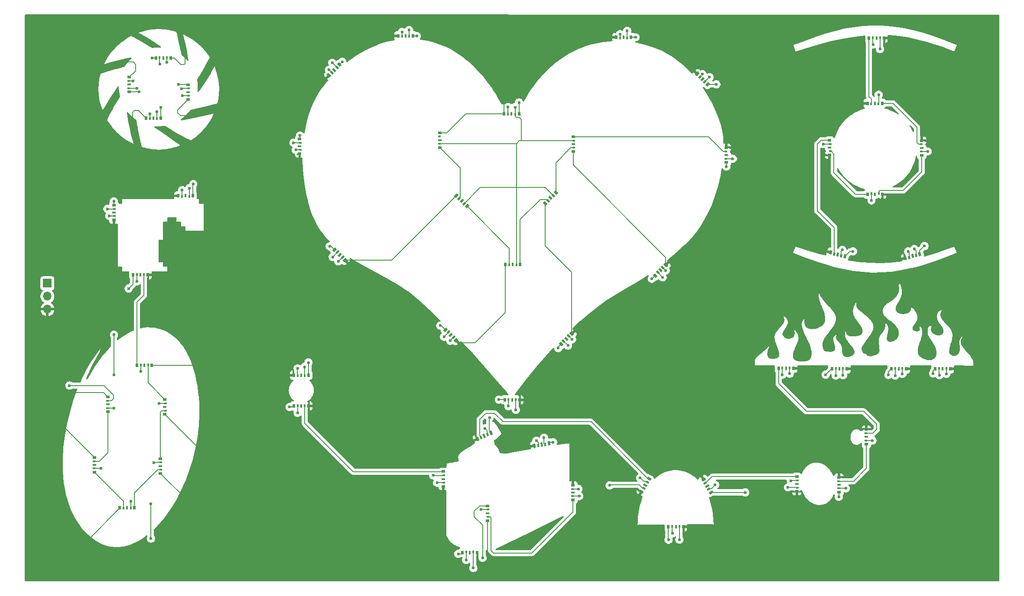
<source format=gbl>
G04 #@! TF.GenerationSoftware,KiCad,Pcbnew,9.0.0*
G04 #@! TF.CreationDate,2025-03-31T16:50:07-07:00*
G04 #@! TF.ProjectId,proto-for-mfg,70726f74-6f2d-4666-9f72-2d6d66672e6b,rev?*
G04 #@! TF.SameCoordinates,Original*
G04 #@! TF.FileFunction,Copper,L2,Bot*
G04 #@! TF.FilePolarity,Positive*
%FSLAX46Y46*%
G04 Gerber Fmt 4.6, Leading zero omitted, Abs format (unit mm)*
G04 Created by KiCad (PCBNEW 9.0.0) date 2025-03-31 16:50:07*
%MOMM*%
%LPD*%
G01*
G04 APERTURE LIST*
G04 Aperture macros list*
%AMRotRect*
0 Rectangle, with rotation*
0 The origin of the aperture is its center*
0 $1 length*
0 $2 width*
0 $3 Rotation angle, in degrees counterclockwise*
0 Add horizontal line*
21,1,$1,$2,0,0,$3*%
G04 Aperture macros list end*
G04 #@! TA.AperFunction,ComponentPad*
%ADD10R,1.700000X1.700000*%
G04 #@! TD*
G04 #@! TA.AperFunction,ComponentPad*
%ADD11O,1.700000X1.700000*%
G04 #@! TD*
G04 #@! TA.AperFunction,SMDPad,CuDef*
%ADD12RotRect,0.500000X0.800000X345.000000*%
G04 #@! TD*
G04 #@! TA.AperFunction,SMDPad,CuDef*
%ADD13RotRect,0.400000X0.600000X345.000000*%
G04 #@! TD*
G04 #@! TA.AperFunction,SMDPad,CuDef*
%ADD14RotRect,0.400000X0.800000X345.000000*%
G04 #@! TD*
G04 #@! TA.AperFunction,SMDPad,CuDef*
%ADD15RotRect,0.500000X0.800000X225.000000*%
G04 #@! TD*
G04 #@! TA.AperFunction,SMDPad,CuDef*
%ADD16RotRect,0.400000X0.600000X225.000000*%
G04 #@! TD*
G04 #@! TA.AperFunction,SMDPad,CuDef*
%ADD17RotRect,0.400000X0.800000X225.000000*%
G04 #@! TD*
G04 #@! TA.AperFunction,SMDPad,CuDef*
%ADD18R,0.500000X0.800000*%
G04 #@! TD*
G04 #@! TA.AperFunction,SMDPad,CuDef*
%ADD19R,0.400000X0.600000*%
G04 #@! TD*
G04 #@! TA.AperFunction,SMDPad,CuDef*
%ADD20R,0.400000X0.800000*%
G04 #@! TD*
G04 #@! TA.AperFunction,SMDPad,CuDef*
%ADD21RotRect,0.500000X0.800000X15.000000*%
G04 #@! TD*
G04 #@! TA.AperFunction,SMDPad,CuDef*
%ADD22RotRect,0.400000X0.600000X15.000000*%
G04 #@! TD*
G04 #@! TA.AperFunction,SMDPad,CuDef*
%ADD23RotRect,0.400000X0.800000X15.000000*%
G04 #@! TD*
G04 #@! TA.AperFunction,SMDPad,CuDef*
%ADD24RotRect,0.500000X0.800000X45.000000*%
G04 #@! TD*
G04 #@! TA.AperFunction,SMDPad,CuDef*
%ADD25RotRect,0.400000X0.600000X45.000000*%
G04 #@! TD*
G04 #@! TA.AperFunction,SMDPad,CuDef*
%ADD26RotRect,0.400000X0.800000X45.000000*%
G04 #@! TD*
G04 #@! TA.AperFunction,SMDPad,CuDef*
%ADD27RotRect,0.500000X0.800000X10.000000*%
G04 #@! TD*
G04 #@! TA.AperFunction,SMDPad,CuDef*
%ADD28RotRect,0.400000X0.600000X10.000000*%
G04 #@! TD*
G04 #@! TA.AperFunction,SMDPad,CuDef*
%ADD29RotRect,0.400000X0.800000X10.000000*%
G04 #@! TD*
G04 #@! TA.AperFunction,SMDPad,CuDef*
%ADD30R,0.800000X0.500000*%
G04 #@! TD*
G04 #@! TA.AperFunction,SMDPad,CuDef*
%ADD31R,0.600000X0.400000*%
G04 #@! TD*
G04 #@! TA.AperFunction,SMDPad,CuDef*
%ADD32R,0.800000X0.400000*%
G04 #@! TD*
G04 #@! TA.AperFunction,SMDPad,CuDef*
%ADD33RotRect,0.500000X0.800000X315.000000*%
G04 #@! TD*
G04 #@! TA.AperFunction,SMDPad,CuDef*
%ADD34RotRect,0.400000X0.600000X315.000000*%
G04 #@! TD*
G04 #@! TA.AperFunction,SMDPad,CuDef*
%ADD35RotRect,0.400000X0.800000X315.000000*%
G04 #@! TD*
G04 #@! TA.AperFunction,SMDPad,CuDef*
%ADD36RotRect,0.500000X0.800000X135.000000*%
G04 #@! TD*
G04 #@! TA.AperFunction,SMDPad,CuDef*
%ADD37RotRect,0.400000X0.600000X135.000000*%
G04 #@! TD*
G04 #@! TA.AperFunction,SMDPad,CuDef*
%ADD38RotRect,0.400000X0.800000X135.000000*%
G04 #@! TD*
G04 #@! TA.AperFunction,SMDPad,CuDef*
%ADD39RotRect,0.500000X0.800000X60.000000*%
G04 #@! TD*
G04 #@! TA.AperFunction,SMDPad,CuDef*
%ADD40RotRect,0.400000X0.600000X60.000000*%
G04 #@! TD*
G04 #@! TA.AperFunction,SMDPad,CuDef*
%ADD41RotRect,0.400000X0.800000X60.000000*%
G04 #@! TD*
G04 #@! TA.AperFunction,SMDPad,CuDef*
%ADD42RotRect,0.500000X0.800000X300.000000*%
G04 #@! TD*
G04 #@! TA.AperFunction,SMDPad,CuDef*
%ADD43RotRect,0.400000X0.600000X300.000000*%
G04 #@! TD*
G04 #@! TA.AperFunction,SMDPad,CuDef*
%ADD44RotRect,0.400000X0.800000X300.000000*%
G04 #@! TD*
G04 #@! TA.AperFunction,SMDPad,CuDef*
%ADD45RotRect,0.500000X0.800000X25.000000*%
G04 #@! TD*
G04 #@! TA.AperFunction,SMDPad,CuDef*
%ADD46RotRect,0.400000X0.600000X25.000000*%
G04 #@! TD*
G04 #@! TA.AperFunction,SMDPad,CuDef*
%ADD47RotRect,0.400000X0.800000X25.000000*%
G04 #@! TD*
G04 #@! TA.AperFunction,ViaPad*
%ADD48C,0.600000*%
G04 #@! TD*
G04 #@! TA.AperFunction,Conductor*
%ADD49C,0.200000*%
G04 #@! TD*
G04 APERTURE END LIST*
D10*
X27469855Y-91056947D03*
D11*
X27469855Y-93596947D03*
X27469855Y-96136947D03*
D12*
X183295181Y-85779468D03*
D13*
X182544855Y-85681947D03*
D14*
X181894589Y-85404181D03*
D13*
X181192559Y-85319600D03*
D12*
X180493997Y-85028893D03*
D15*
X127854906Y-102965031D03*
D16*
X128314525Y-102363990D03*
D17*
X128880210Y-101939726D03*
D16*
X129304474Y-101374041D03*
D15*
X129905515Y-100914422D03*
D18*
X98887855Y-42664305D03*
D19*
X98137855Y-42764305D03*
D20*
X97437855Y-42664305D03*
D19*
X96737855Y-42764305D03*
D18*
X95987855Y-42664305D03*
X108544855Y-143731947D03*
D19*
X109294855Y-143631947D03*
D20*
X109994855Y-143731947D03*
D19*
X110694855Y-143631947D03*
D18*
X111444855Y-143731947D03*
X180769855Y-107806947D03*
D19*
X181519855Y-107706947D03*
D20*
X182219855Y-107806947D03*
D19*
X182919855Y-107706947D03*
D18*
X183669855Y-107806947D03*
D21*
X197907506Y-85333363D03*
D22*
X197208944Y-85624070D03*
D23*
X196506914Y-85708651D03*
D22*
X195856648Y-85986417D03*
D21*
X195106322Y-86083938D03*
D18*
X119837855Y-87389305D03*
D19*
X119087855Y-87489305D03*
D20*
X118387855Y-87389305D03*
D19*
X117687855Y-87489305D03*
D18*
X116937855Y-87389305D03*
D24*
X84534804Y-48296287D03*
D25*
X84075185Y-48897328D03*
D26*
X83509500Y-49321592D03*
D25*
X83085236Y-49887277D03*
D24*
X82484195Y-50346896D03*
D18*
X55919855Y-73956947D03*
D19*
X55169855Y-74056947D03*
D20*
X54469855Y-73956947D03*
D19*
X53769855Y-74056947D03*
D18*
X53019855Y-73956947D03*
D27*
X125455011Y-122338626D03*
D28*
X124733769Y-122567343D03*
D29*
X124027039Y-122590416D03*
D28*
X123355039Y-122810450D03*
D27*
X122599069Y-122842205D03*
D30*
X173869855Y-128881947D03*
D31*
X173969855Y-129631947D03*
D32*
X173869855Y-130331947D03*
D31*
X173969855Y-131031947D03*
D30*
X173869855Y-131781947D03*
X39294855Y-116206947D03*
D31*
X39194855Y-115456947D03*
D32*
X39294855Y-114756947D03*
D31*
X39194855Y-114056947D03*
D30*
X39294855Y-113306947D03*
D18*
X44969855Y-107081947D03*
D19*
X45719855Y-106981947D03*
D20*
X46419855Y-107081947D03*
D19*
X47119855Y-106981947D03*
D18*
X47869855Y-107081947D03*
X200944855Y-107781947D03*
D19*
X201694855Y-107681947D03*
D20*
X202394855Y-107781947D03*
D19*
X203094855Y-107681947D03*
D18*
X203844855Y-107781947D03*
D30*
X160119855Y-67431947D03*
D31*
X160019855Y-66681947D03*
D32*
X160119855Y-65981947D03*
D31*
X160019855Y-65281947D03*
D30*
X160119855Y-64531947D03*
X198294855Y-66031834D03*
D31*
X198194855Y-65281834D03*
D32*
X198294855Y-64581834D03*
D31*
X198194855Y-63881834D03*
D30*
X198294855Y-63131834D03*
D18*
X78494855Y-109031947D03*
D19*
X77744855Y-109131947D03*
D20*
X77044855Y-109031947D03*
D19*
X76344855Y-109131947D03*
D18*
X75594855Y-109031947D03*
D30*
X36669855Y-128031947D03*
D31*
X36569855Y-127281947D03*
D32*
X36669855Y-126581947D03*
D31*
X36569855Y-125881947D03*
D30*
X36669855Y-125131947D03*
D18*
X44194855Y-89431947D03*
D19*
X44944855Y-89331947D03*
D20*
X45644855Y-89431947D03*
D19*
X46344855Y-89331947D03*
D18*
X47094855Y-89431947D03*
D30*
X104819855Y-127881947D03*
D31*
X104919855Y-128631947D03*
D32*
X104819855Y-129331947D03*
D31*
X104919855Y-130031947D03*
D30*
X104819855Y-130781947D03*
X187469855Y-122556947D03*
D31*
X187369855Y-121806947D03*
D32*
X187469855Y-121106947D03*
D31*
X187369855Y-120406947D03*
D30*
X187469855Y-119656947D03*
X54944855Y-52206947D03*
D31*
X55044855Y-52956947D03*
D32*
X54944855Y-53656947D03*
D31*
X55044855Y-54356947D03*
D30*
X54944855Y-55106947D03*
X130219855Y-62406947D03*
D31*
X130319855Y-63156947D03*
D32*
X130219855Y-63856947D03*
D31*
X130319855Y-64556947D03*
D30*
X130219855Y-65306947D03*
D18*
X116808683Y-113862029D03*
D19*
X117558683Y-113762029D03*
D20*
X118258683Y-113862029D03*
D19*
X118958683Y-113762029D03*
D18*
X119708683Y-113862029D03*
X48644855Y-47006947D03*
D19*
X49394855Y-46906947D03*
D20*
X50094855Y-47006947D03*
D19*
X50794855Y-46906947D03*
D18*
X51544855Y-47006947D03*
D15*
X146229906Y-89542607D03*
D16*
X146689525Y-88941566D03*
D17*
X147255210Y-88517302D03*
D16*
X147679474Y-87951617D03*
D15*
X148280515Y-87491998D03*
D33*
X109445896Y-75966566D03*
D34*
X108844855Y-75506947D03*
D35*
X108420591Y-74941262D03*
D34*
X107854906Y-74516998D03*
D33*
X107395287Y-73915957D03*
D36*
X83569550Y-84481643D03*
D37*
X84170591Y-84941262D03*
D38*
X84594855Y-85506947D03*
D37*
X85160540Y-85931211D03*
D36*
X85620159Y-86532252D03*
D18*
X187720555Y-73631947D03*
D19*
X188470555Y-73531947D03*
D20*
X189170555Y-73631947D03*
D19*
X189870555Y-73531947D03*
D18*
X190620555Y-73631947D03*
D30*
X113469855Y-134581947D03*
D31*
X113569855Y-135331947D03*
D32*
X113469855Y-136031947D03*
D31*
X113569855Y-136731947D03*
D30*
X113469855Y-137481947D03*
X76752213Y-62813947D03*
D31*
X76852213Y-63563947D03*
D32*
X76752213Y-64263947D03*
D31*
X76852213Y-64963947D03*
D30*
X76752213Y-65713947D03*
D39*
X145001554Y-129276210D03*
D40*
X144713156Y-129975729D03*
D41*
X144276554Y-130531947D03*
D40*
X144013156Y-131188165D03*
D39*
X143551554Y-131787684D03*
D30*
X50419855Y-113806947D03*
D31*
X50519855Y-114556947D03*
D32*
X50419855Y-115256947D03*
D31*
X50519855Y-115956947D03*
D30*
X50419855Y-116706947D03*
D18*
X190569855Y-55856947D03*
D19*
X189819855Y-55956947D03*
D20*
X189119855Y-55856947D03*
D19*
X188419855Y-55956947D03*
D18*
X187669855Y-55856947D03*
D30*
X104144855Y-64506947D03*
D31*
X104044855Y-63756947D03*
D32*
X104144855Y-63056947D03*
D31*
X104044855Y-62356947D03*
D30*
X104144855Y-61606947D03*
D18*
X170319855Y-107681947D03*
D19*
X171069855Y-107581947D03*
D20*
X171769855Y-107681947D03*
D19*
X172469855Y-107581947D03*
D18*
X173219855Y-107681947D03*
X192369855Y-107806947D03*
D19*
X193119855Y-107706947D03*
D20*
X193819855Y-107806947D03*
D19*
X194519855Y-107706947D03*
D18*
X195269855Y-107806947D03*
D36*
X105259195Y-100166998D03*
D37*
X105860236Y-100626617D03*
D38*
X106284500Y-101192302D03*
D37*
X106850185Y-101616566D03*
D36*
X107309804Y-102217607D03*
D18*
X49644855Y-58756947D03*
D19*
X48894855Y-58856947D03*
D20*
X48194855Y-58756947D03*
D19*
X47494855Y-58856947D03*
D18*
X46744855Y-58756947D03*
D24*
X126794855Y-73356947D03*
D25*
X126335236Y-73957988D03*
D26*
X125769551Y-74382252D03*
D25*
X125345287Y-74947937D03*
D24*
X124744246Y-75407556D03*
D30*
X43469855Y-53631947D03*
D31*
X43369855Y-52881947D03*
D32*
X43469855Y-52181947D03*
D31*
X43369855Y-51481947D03*
D30*
X43469855Y-50731947D03*
D18*
X141488863Y-42956947D03*
D19*
X140738863Y-43056947D03*
D20*
X140038863Y-42956947D03*
D19*
X139338863Y-43056947D03*
D18*
X138588863Y-42956947D03*
X75594855Y-115056947D03*
D19*
X76344855Y-114956947D03*
D20*
X77044855Y-115056947D03*
D19*
X77744855Y-114956947D03*
D18*
X78494855Y-115056947D03*
X148794855Y-138706947D03*
D19*
X149544855Y-138606947D03*
D20*
X150244855Y-138706947D03*
D19*
X150944855Y-138606947D03*
D18*
X151694855Y-138706947D03*
D42*
X157113156Y-131962684D03*
D43*
X156651554Y-131363165D03*
D44*
X156388156Y-130706947D03*
D43*
X155951554Y-130150729D03*
D42*
X155663156Y-129451210D03*
D18*
X119594855Y-57906947D03*
D19*
X118844855Y-58006947D03*
D20*
X118144855Y-57906947D03*
D19*
X117444855Y-58006947D03*
D18*
X116694855Y-57906947D03*
D33*
X156494288Y-52151056D03*
D34*
X155893247Y-51691437D03*
D35*
X155468983Y-51125752D03*
D34*
X154903298Y-50701488D03*
D33*
X154443679Y-50100447D03*
D30*
X49544855Y-125356947D03*
D31*
X49644855Y-126106947D03*
D32*
X49544855Y-126806947D03*
D31*
X49644855Y-127506947D03*
D30*
X49544855Y-128256947D03*
X40477213Y-75763947D03*
D31*
X40577213Y-76513947D03*
D32*
X40477213Y-77213947D03*
D31*
X40577213Y-77913947D03*
D30*
X40477213Y-78663947D03*
X130144855Y-133456947D03*
D31*
X130044855Y-132706947D03*
D32*
X130144855Y-132006947D03*
D31*
X130044855Y-131306947D03*
D30*
X130144855Y-130556947D03*
D18*
X44494855Y-134981947D03*
D19*
X43744855Y-135081947D03*
D20*
X43044855Y-134981947D03*
D19*
X42344855Y-135081947D03*
D18*
X41594855Y-134981947D03*
X187994855Y-43131947D03*
D19*
X188744855Y-43031947D03*
D20*
X189444855Y-43131947D03*
D19*
X190144855Y-43031947D03*
D18*
X190894855Y-43131947D03*
D45*
X114112870Y-120273835D03*
D46*
X113475401Y-120681430D03*
D47*
X112798724Y-120886632D03*
D46*
X112206570Y-121273095D03*
D45*
X111484578Y-121499428D03*
D30*
X180294855Y-63081947D03*
D31*
X180394855Y-63831947D03*
D32*
X180294855Y-64531947D03*
D31*
X180394855Y-65231947D03*
D30*
X180294855Y-65981947D03*
X182119855Y-131931947D03*
D31*
X182019855Y-131181947D03*
D32*
X182119855Y-130481947D03*
D31*
X182019855Y-129781947D03*
D30*
X182119855Y-129031947D03*
D48*
X193119855Y-109131947D03*
X83129889Y-47931897D03*
X37894855Y-127256947D03*
X183444855Y-131181947D03*
X140744855Y-41681947D03*
X77694855Y-107406947D03*
X40469855Y-101106947D03*
X131369855Y-132681947D03*
X98137855Y-41489305D03*
X83198792Y-85908280D03*
X188769855Y-44331947D03*
X47694855Y-141006947D03*
X143294855Y-129106947D03*
X48294855Y-126131947D03*
X44994855Y-52881947D03*
X124494855Y-121256947D03*
X45719855Y-108306947D03*
X147669855Y-89906947D03*
X161294855Y-66706947D03*
X49419855Y-48181947D03*
X40469855Y-115456947D03*
X117544855Y-115106947D03*
X47694855Y-134181947D03*
X181494855Y-109106947D03*
X188669855Y-121806947D03*
X43744855Y-133706947D03*
X48869855Y-57506947D03*
X102844855Y-128631947D03*
X149569855Y-139981947D03*
X53694855Y-52981947D03*
X112194855Y-135306947D03*
X39194855Y-76506947D03*
X76344855Y-116381947D03*
X129169855Y-103231947D03*
X118869855Y-56606947D03*
X104965005Y-101528220D03*
X171069855Y-108956947D03*
X189869855Y-54181947D03*
X112969855Y-119431947D03*
X172719855Y-129731947D03*
X49244855Y-114531947D03*
X75529710Y-63568874D03*
X182794855Y-84531947D03*
X188469855Y-74856947D03*
X44919855Y-90706947D03*
X201744855Y-109056947D03*
X55219855Y-72456947D03*
X196844855Y-84331947D03*
X40469855Y-108956947D03*
X179069855Y-63831947D03*
X109294855Y-145181947D03*
X156819855Y-50731947D03*
X157919855Y-130481947D03*
X199444855Y-65281947D03*
X47894855Y-47031947D03*
X53094855Y-52131947D03*
X50794855Y-47881947D03*
X49644855Y-56656947D03*
X53844855Y-54331947D03*
X45419855Y-53631947D03*
X47519855Y-57931947D03*
X55969855Y-71631947D03*
X44194855Y-51481947D03*
X53794855Y-72831947D03*
X40444855Y-75031947D03*
X39569855Y-77881947D03*
X43344855Y-92081947D03*
X31794855Y-111056947D03*
X78469855Y-106556947D03*
X74769855Y-115256947D03*
X76344855Y-107706947D03*
X107744855Y-143981947D03*
X103594855Y-130056947D03*
X110694855Y-146756947D03*
X112494855Y-144781947D03*
X126269855Y-122156947D03*
X131219855Y-131306947D03*
X113844855Y-117331947D03*
X122994855Y-121856947D03*
X148819855Y-141231947D03*
X137319855Y-130581947D03*
X163819855Y-131956947D03*
X150944855Y-141206947D03*
X172144855Y-130981947D03*
X182094855Y-132831947D03*
X172494855Y-108731947D03*
X179519855Y-108931947D03*
X191769855Y-108981947D03*
X182919855Y-109056947D03*
X200494855Y-108681947D03*
X194519855Y-108781947D03*
X198819853Y-83756946D03*
X203119855Y-108781947D03*
X184869855Y-84806947D03*
X195644855Y-84806947D03*
X190144855Y-45231947D03*
X158169855Y-52131947D03*
X142369855Y-42931947D03*
X155444855Y-50156947D03*
X119594855Y-55681947D03*
X139344855Y-42331947D03*
X99644855Y-42706947D03*
X117444855Y-56581947D03*
X85094855Y-47731947D03*
X96744855Y-41881947D03*
X76819855Y-62156947D03*
X82494855Y-49306947D03*
X82619855Y-83831947D03*
X75994855Y-64956947D03*
X84319855Y-86756947D03*
X104219855Y-99331947D03*
X106169855Y-102306947D03*
X115694855Y-113806947D03*
X127269855Y-103731947D03*
X118969855Y-115806947D03*
X145544855Y-90181947D03*
X129969855Y-102006947D03*
X160119855Y-68231947D03*
X148269855Y-88531947D03*
D49*
X116694855Y-55831947D02*
X117369855Y-55156947D01*
X39294855Y-113306947D02*
X38469855Y-112481947D01*
X50419855Y-116706947D02*
X57219855Y-123506947D01*
X124744246Y-75407556D02*
X124744246Y-83731338D01*
X44694855Y-49506947D02*
X44694855Y-48231947D01*
X52244855Y-47006947D02*
X53519855Y-48281947D01*
X148280515Y-85992607D02*
X130194855Y-67906947D01*
X148280515Y-87491998D02*
X148280515Y-85992607D01*
X130219855Y-67881947D02*
X130219855Y-65306947D01*
X54169855Y-48281947D02*
X54344855Y-48106947D01*
X113469855Y-137481947D02*
X113469855Y-143706947D01*
X52894855Y-57706947D02*
X53469855Y-58281947D01*
X94778992Y-86532252D02*
X85620159Y-86532252D01*
X41594855Y-135056947D02*
X35369855Y-141281947D01*
X54344855Y-48106947D02*
X54344855Y-46631947D01*
X44094855Y-57631947D02*
X44094855Y-59056947D01*
X46744855Y-58756947D02*
X45219855Y-57231947D01*
X44494855Y-57231947D02*
X44094855Y-57631947D01*
X110994855Y-102706947D02*
X107799144Y-102706947D01*
X47869855Y-107081947D02*
X56494855Y-107081947D01*
X129905515Y-88892607D02*
X129905515Y-100914422D01*
X53519855Y-48281947D02*
X54169855Y-48281947D01*
X53469855Y-58281947D02*
X54894855Y-58281947D01*
X49544855Y-128256947D02*
X54844855Y-133556947D01*
X116937855Y-87389305D02*
X116937855Y-96763947D01*
X44244855Y-47781947D02*
X42869855Y-47781947D01*
X53019855Y-57031947D02*
X52894855Y-57156947D01*
X116937855Y-96763947D02*
X110994855Y-102706947D01*
X54944855Y-55106947D02*
X53019855Y-57031947D01*
X45219855Y-57231947D02*
X44494855Y-57231947D01*
X116694855Y-57906947D02*
X109194855Y-57906947D01*
X52894855Y-57156947D02*
X52894855Y-57706947D01*
X107799144Y-102706947D02*
X107309804Y-102217607D01*
X116694855Y-57906947D02*
X116694855Y-55831947D01*
X38469855Y-112481947D02*
X32244855Y-112481947D01*
X36669855Y-125131947D02*
X30769855Y-119231947D01*
X107395287Y-73915957D02*
X94778992Y-86532252D01*
X130194855Y-67906947D02*
X130219855Y-67881947D01*
X41594855Y-134981947D02*
X41594855Y-135056947D01*
X51544855Y-47006947D02*
X52244855Y-47006947D01*
X105494855Y-61606947D02*
X104144855Y-61606947D01*
X124744246Y-83731338D02*
X129905515Y-88892607D01*
X43469855Y-50731947D02*
X44694855Y-49506947D01*
X109194855Y-57906947D02*
X105494855Y-61606947D01*
X44694855Y-48231947D02*
X44244855Y-47781947D01*
X118844855Y-58006947D02*
X118844855Y-58406947D01*
X126335236Y-73957988D02*
X124684195Y-72306947D01*
X149544855Y-138606947D02*
X149544855Y-139956947D01*
X155893247Y-51691437D02*
X155893247Y-51658555D01*
X157207419Y-131194383D02*
X157919855Y-130481947D01*
X48894855Y-57531947D02*
X48869855Y-57506947D01*
X188470555Y-73531947D02*
X188470555Y-74856247D01*
X173969855Y-129631947D02*
X172819855Y-129631947D01*
X188470555Y-74856247D02*
X188469855Y-74856947D01*
X117558683Y-115093119D02*
X117544855Y-115106947D01*
X113351859Y-120377240D02*
X113351859Y-119813951D01*
X119043855Y-58607947D02*
X119645855Y-58607947D01*
X37869855Y-127281947D02*
X37894855Y-127256947D01*
X40469855Y-101106947D02*
X40469855Y-108956947D01*
X182544855Y-84781947D02*
X182794855Y-84531947D01*
X98137855Y-42764305D02*
X98137855Y-41489305D01*
X197189998Y-84677090D02*
X196844855Y-84331947D01*
X189870555Y-54182647D02*
X189869855Y-54181947D01*
X44994855Y-52881947D02*
X43369855Y-52881947D01*
X181519855Y-109081947D02*
X181494855Y-109106947D01*
X49644855Y-126106947D02*
X48319855Y-126106947D01*
X118844855Y-58406947D02*
X119043855Y-58605947D01*
X124684195Y-72306947D02*
X119087855Y-72306947D01*
X104887855Y-128663947D02*
X102876855Y-128663947D01*
X55169855Y-74056947D02*
X55169855Y-72506947D01*
X171069855Y-107581947D02*
X171069855Y-108956947D01*
X188744855Y-43031947D02*
X188744855Y-44306947D01*
X124494855Y-121256947D02*
X124494855Y-122328429D01*
X104919855Y-128631947D02*
X104887855Y-128663947D01*
X144713156Y-129975729D02*
X144563156Y-129825729D01*
X49269855Y-114556947D02*
X49244855Y-114531947D01*
X108844855Y-75506947D02*
X112044855Y-72306947D01*
X124494855Y-122328429D02*
X124733769Y-122567343D01*
X36569855Y-127281947D02*
X37869855Y-127281947D01*
X197189998Y-85605124D02*
X197189998Y-84677090D01*
X187369855Y-121806947D02*
X188669855Y-121806947D01*
X130044855Y-132706947D02*
X131344855Y-132706947D01*
X44944855Y-89331947D02*
X44944855Y-90681947D01*
X149544855Y-139956947D02*
X149569855Y-139981947D01*
X131344855Y-132706947D02*
X131369855Y-132681947D01*
X102876855Y-128663947D02*
X102844855Y-128631947D01*
X49394855Y-48156947D02*
X49419855Y-48181947D01*
X128314525Y-102376617D02*
X129169855Y-103231947D01*
X112044855Y-72306947D02*
X119087855Y-72306947D01*
X105165086Y-101330344D02*
X105165086Y-101336716D01*
X119087855Y-63738947D02*
X119087855Y-72306947D01*
X119087855Y-72306947D02*
X119087855Y-87489305D01*
X48319855Y-126106947D02*
X48294855Y-126131947D01*
X182019855Y-131181947D02*
X183444855Y-131181947D01*
X77719855Y-109106947D02*
X77719855Y-107431947D01*
X146689525Y-88941566D02*
X146704474Y-88941566D01*
X119669855Y-63156947D02*
X119087855Y-63738947D01*
X120094855Y-59056947D02*
X120094855Y-63156947D01*
X181519855Y-107706947D02*
X181519855Y-109081947D01*
X84165810Y-84941262D02*
X83198792Y-85908280D01*
X50519855Y-114556947D02*
X49269855Y-114556947D01*
X182544855Y-85681947D02*
X182544855Y-84781947D01*
X140738863Y-43056947D02*
X140738863Y-41687939D01*
X119645855Y-58607947D02*
X120094855Y-59056947D01*
X77744855Y-109131947D02*
X77719855Y-109106947D01*
X156820336Y-131194383D02*
X157207419Y-131194383D01*
X105860236Y-100632989D02*
X104965005Y-101528220D01*
X48894855Y-58856947D02*
X48894855Y-57531947D01*
X117558683Y-113762029D02*
X117558683Y-115093119D01*
X130319855Y-63156947D02*
X119669855Y-63156947D01*
X39201855Y-76513947D02*
X39194855Y-76506947D01*
X112219855Y-135331947D02*
X112194855Y-135306947D01*
X146704474Y-88941566D02*
X147669855Y-89906947D01*
X113569855Y-135331947D02*
X112219855Y-135331947D01*
X197208944Y-85624070D02*
X197189998Y-85605124D01*
X49394855Y-46906947D02*
X49394855Y-48156947D01*
X113475401Y-120500782D02*
X113351859Y-120377240D01*
X144563156Y-129825729D02*
X144013637Y-129825729D01*
X76344855Y-114956947D02*
X76344855Y-116381947D01*
X188744855Y-44306947D02*
X188769855Y-44331947D01*
X40577213Y-76513947D02*
X39201855Y-76513947D01*
X128314525Y-102363990D02*
X128314525Y-102376617D01*
X76852213Y-63563947D02*
X75534637Y-63563947D01*
X140738863Y-41687939D02*
X140744855Y-41681947D01*
X156651554Y-131363165D02*
X156820336Y-131194383D01*
X201694855Y-109006947D02*
X201744855Y-109056947D01*
X109294855Y-143631947D02*
X109294855Y-145181947D01*
X104044855Y-63756947D02*
X119087855Y-63756947D01*
X43744855Y-135081947D02*
X43744855Y-133706947D01*
X161569855Y-66681947D02*
X161594855Y-66706947D01*
X155893247Y-51658555D02*
X156819855Y-50731947D01*
X39194855Y-115456947D02*
X40469855Y-115456947D01*
X53719855Y-52956947D02*
X53694855Y-52981947D01*
X84075185Y-48877193D02*
X83129889Y-47931897D01*
X198194855Y-65281834D02*
X199444742Y-65281834D01*
X55169855Y-72506947D02*
X55219855Y-72456947D01*
X199444742Y-65281834D02*
X199444855Y-65281947D01*
X118844855Y-58006947D02*
X118844855Y-56631947D01*
X180394855Y-63831947D02*
X179069855Y-63831947D01*
X160019855Y-66681947D02*
X161269855Y-66681947D01*
X189870555Y-55906247D02*
X189870555Y-54182647D01*
X144013637Y-129825729D02*
X143294855Y-129106947D01*
X55044855Y-52956947D02*
X53719855Y-52956947D01*
X113475401Y-120681430D02*
X113475401Y-120500782D01*
X201694855Y-107681947D02*
X201694855Y-109006947D01*
X45719855Y-106981947D02*
X45719855Y-108306947D01*
X47694855Y-141006947D02*
X47694855Y-134181947D01*
X113351859Y-119813951D02*
X112969855Y-119431947D01*
X119043855Y-58605947D02*
X119043855Y-58607947D01*
X44944855Y-90681947D02*
X44919855Y-90706947D01*
X172819855Y-129631947D02*
X172719855Y-129731947D01*
X189819855Y-55956947D02*
X189870555Y-55906247D01*
X193119855Y-107706947D02*
X193119855Y-109131947D01*
X77719855Y-107431947D02*
X77694855Y-107406947D01*
X48644855Y-47006947D02*
X47919855Y-47006947D01*
X47919855Y-47006947D02*
X47894855Y-47031947D01*
X50794855Y-46906947D02*
X50794855Y-47881947D01*
X53094855Y-52131947D02*
X54869855Y-52131947D01*
X54869855Y-52131947D02*
X54944855Y-52206947D01*
X49644855Y-56656947D02*
X49644855Y-58756947D01*
X55044855Y-54356947D02*
X53869855Y-54356947D01*
X53869855Y-54356947D02*
X53844855Y-54331947D01*
X45419855Y-53631947D02*
X43469855Y-53631947D01*
X47494855Y-58856947D02*
X47494855Y-57956947D01*
X47494855Y-57956947D02*
X47519855Y-57931947D01*
X55919855Y-71681947D02*
X55919855Y-73956947D01*
X43369855Y-51481947D02*
X44194855Y-51481947D01*
X55969855Y-71631947D02*
X55919855Y-71681947D01*
X53769855Y-72856947D02*
X53794855Y-72831947D01*
X40444855Y-75031947D02*
X40444855Y-75731589D01*
X40444855Y-75731589D02*
X40477213Y-75763947D01*
X53769855Y-74056947D02*
X53769855Y-72856947D01*
X40577213Y-77913947D02*
X39601855Y-77913947D01*
X39601855Y-77913947D02*
X39569855Y-77881947D01*
X44194855Y-91231947D02*
X43344855Y-92081947D01*
X44194855Y-89431947D02*
X44194855Y-91231947D01*
X46344855Y-93381947D02*
X46344855Y-89331947D01*
X44969855Y-107081947D02*
X44969855Y-94756947D01*
X44969855Y-94756947D02*
X46344855Y-93381947D01*
X47119855Y-110506947D02*
X50419855Y-113806947D01*
X47119855Y-106981947D02*
X47119855Y-110506947D01*
X49869855Y-115956947D02*
X49544855Y-116281947D01*
X49544855Y-116281947D02*
X49544855Y-125356947D01*
X50519855Y-115956947D02*
X49869855Y-115956947D01*
X44494855Y-132054947D02*
X44494855Y-134981947D01*
X49042855Y-127506947D02*
X44494855Y-132054947D01*
X49644855Y-127506947D02*
X49042855Y-127506947D01*
X42344855Y-133706947D02*
X36669855Y-128031947D01*
X42344855Y-135081947D02*
X42344855Y-133706947D01*
X39294855Y-124206947D02*
X39294855Y-116206947D01*
X37619855Y-125881947D02*
X39294855Y-124206947D01*
X36569855Y-125881947D02*
X37619855Y-125881947D01*
X40369855Y-112906947D02*
X38519855Y-111056947D01*
X38519855Y-111056947D02*
X31819855Y-111056947D01*
X39194855Y-114056947D02*
X39944855Y-114056947D01*
X39944855Y-114056947D02*
X40369855Y-113631947D01*
X40369855Y-113631947D02*
X40369855Y-112906947D01*
X78469855Y-106556947D02*
X78469855Y-109006947D01*
X78469855Y-109006947D02*
X78494855Y-109031947D01*
X75594855Y-115231947D02*
X75594855Y-115056947D01*
X76344855Y-109131947D02*
X76319855Y-109106947D01*
X75569855Y-115256947D02*
X75594855Y-115231947D01*
X76319855Y-109106947D02*
X76319855Y-107731947D01*
X74769855Y-115256947D02*
X75569855Y-115256947D01*
X76319855Y-107731947D02*
X76344855Y-107706947D01*
X104787855Y-127913947D02*
X104819855Y-127881947D01*
X77744855Y-118431947D02*
X87226855Y-127913947D01*
X77744855Y-114956947D02*
X77744855Y-118431947D01*
X87226855Y-127913947D02*
X104787855Y-127913947D01*
X107744855Y-143981947D02*
X108519855Y-143981947D01*
X104919855Y-130031947D02*
X104887855Y-130063947D01*
X104887855Y-130063947D02*
X103601855Y-130063947D01*
X108544855Y-143956947D02*
X108544855Y-143731947D01*
X103601855Y-130063947D02*
X103594855Y-130056947D01*
X108519855Y-143981947D02*
X108544855Y-143956947D01*
X112494855Y-144781947D02*
X112494855Y-138356947D01*
X110844855Y-136706947D02*
X110844855Y-135656947D01*
X110844855Y-135656947D02*
X111919855Y-134581947D01*
X112494855Y-138356947D02*
X110844855Y-136706947D01*
X111919855Y-134581947D02*
X113469855Y-134581947D01*
X110694855Y-143631947D02*
X110694855Y-146756947D01*
X114669855Y-143831947D02*
X114169855Y-143331947D01*
X130144855Y-135806947D02*
X122119855Y-143831947D01*
X114169855Y-143331947D02*
X114169855Y-136929947D01*
X122119855Y-143831947D02*
X114669855Y-143831947D01*
X130144855Y-133456947D02*
X130144855Y-135806947D01*
X114169855Y-136929947D02*
X113971855Y-136731947D01*
X113971855Y-136731947D02*
X113569855Y-136731947D01*
X130044855Y-131306947D02*
X131219855Y-131306947D01*
X125636690Y-122156947D02*
X125455011Y-122338626D01*
X126269855Y-122156947D02*
X125636690Y-122156947D01*
X123355039Y-122217131D02*
X122994855Y-121856947D01*
X123355039Y-122810450D02*
X123355039Y-122217131D01*
X114112870Y-120093187D02*
X114112870Y-120273835D01*
X113819855Y-119800172D02*
X114112870Y-120093187D01*
X113819855Y-117356947D02*
X113819855Y-119800172D01*
X113844855Y-117331947D02*
X113819855Y-117356947D01*
X112206570Y-121092447D02*
X111916437Y-120802314D01*
X133650592Y-118131947D02*
X144794855Y-129276210D01*
X111916437Y-120802314D02*
X111916437Y-117685365D01*
X111916437Y-117685365D02*
X113119855Y-116481947D01*
X116469855Y-118131947D02*
X133650592Y-118131947D01*
X112206570Y-121273095D02*
X112206570Y-121092447D01*
X114819855Y-116481947D02*
X116469855Y-118131947D01*
X144794855Y-129276210D02*
X145001554Y-129276210D01*
X113119855Y-116481947D02*
X114819855Y-116481947D01*
X137319855Y-130581947D02*
X137394855Y-130506947D01*
X137394855Y-130506947D02*
X143125239Y-130506947D01*
X143125239Y-130506947D02*
X143806457Y-131188165D01*
X143806457Y-131188165D02*
X144013156Y-131188165D01*
X148794855Y-138706947D02*
X148794855Y-141206947D01*
X148794855Y-141206947D02*
X148819855Y-141231947D01*
X163819855Y-131956947D02*
X161969855Y-131956947D01*
X161969855Y-131956947D02*
X161964118Y-131962684D01*
X150944855Y-138606947D02*
X150944855Y-141206947D01*
X161964118Y-131962684D02*
X157113156Y-131962684D01*
X157319855Y-128881947D02*
X173869855Y-128881947D01*
X156051073Y-130150729D02*
X157319855Y-128881947D01*
X155951554Y-130150729D02*
X156051073Y-130150729D01*
X182119855Y-132806947D02*
X182094855Y-132831947D01*
X182119855Y-131931947D02*
X182119855Y-132806947D01*
X173919855Y-130981947D02*
X173969855Y-131031947D01*
X172144855Y-130981947D02*
X173919855Y-130981947D01*
X182019855Y-129781947D02*
X184969855Y-129781947D01*
X187469855Y-127281947D02*
X187469855Y-122556947D01*
X184969855Y-129781947D02*
X187469855Y-127281947D01*
X175769855Y-116106947D02*
X186944855Y-116106947D01*
X186944855Y-116106947D02*
X189494855Y-118656947D01*
X189494855Y-118656947D02*
X189494855Y-119656947D01*
X170319855Y-110656947D02*
X175769855Y-116106947D01*
X189494855Y-119656947D02*
X188744855Y-120406947D01*
X170319855Y-107681947D02*
X170319855Y-110656947D01*
X188744855Y-120406947D02*
X187369855Y-120406947D01*
X172469855Y-108706947D02*
X172494855Y-108731947D01*
X180769855Y-107806947D02*
X180644855Y-107806947D01*
X172469855Y-107581947D02*
X172469855Y-108706947D01*
X180644855Y-107806947D02*
X179519855Y-108931947D01*
X192369855Y-107806947D02*
X191769855Y-108406947D01*
X191769855Y-108406947D02*
X191769855Y-108981947D01*
X182919855Y-107706947D02*
X182919855Y-109056947D01*
X194519855Y-107706947D02*
X194519855Y-108781947D01*
X200494855Y-108681947D02*
X200494855Y-108231947D01*
X200494855Y-108231947D02*
X200944855Y-107781947D01*
X197907506Y-85333363D02*
X197888560Y-85314417D01*
X197888560Y-84688239D02*
X198819853Y-83756946D01*
X203094855Y-107681947D02*
X203094855Y-108756947D01*
X197888560Y-85314417D02*
X197888560Y-84688239D01*
X203094855Y-108756947D02*
X203119855Y-108781947D01*
X184869855Y-84806947D02*
X184267702Y-84806947D01*
X184267702Y-84806947D02*
X183295181Y-85779468D01*
X195856648Y-85986417D02*
X195837702Y-85967471D01*
X195837702Y-84999794D02*
X195644855Y-84806947D01*
X195837702Y-85967471D02*
X195837702Y-84999794D01*
X180294855Y-63081947D02*
X178669855Y-63081947D01*
X178669855Y-63081947D02*
X177894855Y-63856947D01*
X177894855Y-76862239D02*
X181192559Y-80159943D01*
X181192559Y-80159943D02*
X181192559Y-85319600D01*
X177894855Y-63856947D02*
X177894855Y-76862239D01*
X181144855Y-69431947D02*
X185344855Y-73631947D01*
X181144855Y-65756947D02*
X181144855Y-69431947D01*
X180619855Y-65231947D02*
X181144855Y-65756947D01*
X180394855Y-65231947D02*
X180619855Y-65231947D01*
X185344855Y-73631947D02*
X187720555Y-73631947D01*
X190094855Y-72906947D02*
X194669855Y-72906947D01*
X189870555Y-73531947D02*
X189870555Y-73131247D01*
X198294855Y-69281947D02*
X198294855Y-66031834D01*
X189870555Y-73131247D02*
X190094855Y-72906947D01*
X194669855Y-72906947D02*
X198294855Y-69281947D01*
X197369855Y-60556947D02*
X192669855Y-55856947D01*
X198194855Y-63881834D02*
X197694855Y-63881834D01*
X197694855Y-63881834D02*
X197369855Y-63556834D01*
X197369855Y-63556834D02*
X197369855Y-60556947D01*
X192669855Y-55856947D02*
X190569855Y-55856947D01*
X188470555Y-54976381D02*
X188470555Y-55906247D01*
X187994855Y-43131947D02*
X187994855Y-54500681D01*
X188470555Y-55906247D02*
X188419855Y-55956947D01*
X187994855Y-54500681D02*
X188470555Y-54976381D01*
X158169855Y-52131947D02*
X156513397Y-52131947D01*
X156513397Y-52131947D02*
X156494288Y-52151056D01*
X190144855Y-43031947D02*
X190144855Y-45231947D01*
X141513863Y-42931947D02*
X141488863Y-42956947D01*
X154903298Y-50701488D02*
X154903298Y-50698504D01*
X142369855Y-42931947D02*
X141513863Y-42931947D01*
X154903298Y-50698504D02*
X155444855Y-50156947D01*
X139338863Y-43056947D02*
X139338863Y-42337939D01*
X119594855Y-57906947D02*
X119594855Y-55681947D01*
X139338863Y-42337939D02*
X139344855Y-42331947D01*
X99644855Y-42706947D02*
X98930497Y-42706947D01*
X98930497Y-42706947D02*
X98887855Y-42664305D01*
X117444855Y-58006947D02*
X117444855Y-56581947D01*
X96737855Y-42764305D02*
X96737855Y-41888947D01*
X96737855Y-41888947D02*
X96744855Y-41881947D01*
X85094855Y-47736236D02*
X84534804Y-48296287D01*
X85094855Y-47731947D02*
X85094855Y-47736236D01*
X83085236Y-49887277D02*
X83075185Y-49887277D01*
X83075185Y-49887277D02*
X82494855Y-49306947D01*
X76819855Y-62156947D02*
X76819855Y-62746305D01*
X76819855Y-62746305D02*
X76752213Y-62813947D01*
X82919854Y-83831947D02*
X83569550Y-84481643D01*
X76852213Y-64963947D02*
X76001855Y-64963947D01*
X76001855Y-64963947D02*
X75994855Y-64956947D01*
X82619855Y-83831947D02*
X82919854Y-83831947D01*
X85160540Y-85931211D02*
X85145591Y-85931211D01*
X104219855Y-99331947D02*
X104424144Y-99331947D01*
X104424144Y-99331947D02*
X105259195Y-100166998D01*
X85145591Y-85931211D02*
X84319855Y-86756947D01*
X115694855Y-113806947D02*
X116753601Y-113806947D01*
X106850185Y-101616566D02*
X106850185Y-101626617D01*
X106850185Y-101626617D02*
X106169855Y-102306947D01*
X116753601Y-113806947D02*
X116808683Y-113862029D01*
X127269855Y-103550082D02*
X127854906Y-102965031D01*
X118958683Y-115795775D02*
X118969855Y-115806947D01*
X127269855Y-103731947D02*
X127269855Y-103550082D01*
X118958683Y-113762029D02*
X118958683Y-115795775D01*
X129304474Y-101374041D02*
X129336949Y-101374041D01*
X145590566Y-90181947D02*
X146229906Y-89542607D01*
X145544855Y-90181947D02*
X145590566Y-90181947D01*
X129336949Y-101374041D02*
X129969855Y-102006947D01*
X147689525Y-87951617D02*
X148269855Y-88531947D01*
X147679474Y-87951617D02*
X147689525Y-87951617D01*
X160119855Y-68231947D02*
X160119855Y-67431947D01*
X159519855Y-65281947D02*
X156644855Y-62406947D01*
X160019855Y-65281947D02*
X159519855Y-65281947D01*
X156644855Y-62406947D02*
X130219855Y-62406947D01*
X129717855Y-64556947D02*
X126794855Y-67479947D01*
X126794855Y-67479947D02*
X126794855Y-73356947D01*
X130319855Y-64556947D02*
X129717855Y-64556947D01*
X125044287Y-74646937D02*
X123779865Y-74646937D01*
X119837855Y-78588947D02*
X119837855Y-87389305D01*
X125345287Y-74947937D02*
X125044287Y-74646937D01*
X123779865Y-74646937D02*
X119837855Y-78588947D01*
X117687855Y-84208525D02*
X109445896Y-75966566D01*
X117687855Y-87489305D02*
X117687855Y-84208525D01*
X108155906Y-74215998D02*
X108155906Y-68517998D01*
X107854906Y-74516998D02*
X108155906Y-74215998D01*
X108155906Y-68517998D02*
X104144855Y-64506947D01*
G04 #@! TA.AperFunction,Conductor*
G36*
X213300528Y-38525359D02*
G01*
X213367563Y-38545059D01*
X213413306Y-38597873D01*
X213424500Y-38649359D01*
X213424500Y-149225522D01*
X213404815Y-149292561D01*
X213352011Y-149338316D01*
X213300505Y-149349522D01*
X23194360Y-149356423D01*
X23127319Y-149336741D01*
X23081563Y-149283939D01*
X23070355Y-149232423D01*
X23070355Y-125547466D01*
X30454488Y-125547466D01*
X30477622Y-127559146D01*
X30481338Y-127882244D01*
X30481338Y-127882252D01*
X30692519Y-130165940D01*
X30692524Y-130165980D01*
X30872003Y-131280731D01*
X30872013Y-131280780D01*
X31103301Y-132373288D01*
X31388315Y-133440412D01*
X31388318Y-133440421D01*
X31562118Y-133970300D01*
X31714996Y-134436392D01*
X31728950Y-134478933D01*
X31728953Y-134478943D01*
X32127108Y-135485673D01*
X32127125Y-135485713D01*
X32584707Y-136457498D01*
X32584726Y-136457536D01*
X32866169Y-136973477D01*
X32926531Y-137084132D01*
X33077999Y-137330473D01*
X33319008Y-137722439D01*
X33760692Y-138362419D01*
X34053861Y-138740770D01*
X34250191Y-138994145D01*
X34786069Y-139607631D01*
X35366904Y-140192902D01*
X35366912Y-140192909D01*
X35366916Y-140192913D01*
X35991272Y-140739989D01*
X36543116Y-141153102D01*
X36657747Y-141238915D01*
X37006331Y-141467203D01*
X37364907Y-141679711D01*
X37364912Y-141679713D01*
X37364916Y-141679716D01*
X37733293Y-141875190D01*
X37733299Y-141875193D01*
X38111329Y-142052403D01*
X38498817Y-142210093D01*
X38895587Y-142347019D01*
X39301454Y-142461930D01*
X39301477Y-142461935D01*
X39401402Y-142484014D01*
X39716259Y-142553586D01*
X39949199Y-142590515D01*
X40139790Y-142620732D01*
X40139793Y-142620732D01*
X40139804Y-142620734D01*
X40571919Y-142662131D01*
X41012426Y-142676530D01*
X41461146Y-142662683D01*
X41917901Y-142619345D01*
X42382514Y-142545269D01*
X42854806Y-142439208D01*
X43334599Y-142299915D01*
X43334608Y-142299911D01*
X43334616Y-142299909D01*
X43800996Y-142128142D01*
X44093675Y-142020349D01*
X44840818Y-141677923D01*
X45575105Y-141275119D01*
X46295612Y-140814421D01*
X46835154Y-140419887D01*
X46900888Y-140396207D01*
X46968991Y-140411823D01*
X47017839Y-140461779D01*
X47031924Y-140530214D01*
X47011449Y-140588872D01*
X46985467Y-140627756D01*
X46985457Y-140627774D01*
X46925119Y-140773445D01*
X46925116Y-140773457D01*
X46894355Y-140928100D01*
X46894355Y-141085793D01*
X46925116Y-141240436D01*
X46925119Y-141240448D01*
X46985457Y-141386119D01*
X46985464Y-141386132D01*
X47073065Y-141517235D01*
X47073068Y-141517239D01*
X47184562Y-141628733D01*
X47184566Y-141628736D01*
X47315669Y-141716337D01*
X47315682Y-141716344D01*
X47461353Y-141776682D01*
X47461358Y-141776684D01*
X47616008Y-141807446D01*
X47616011Y-141807447D01*
X47616013Y-141807447D01*
X47773699Y-141807447D01*
X47773700Y-141807446D01*
X47928352Y-141776684D01*
X48074034Y-141716341D01*
X48205144Y-141628736D01*
X48316644Y-141517236D01*
X48404249Y-141386126D01*
X48464592Y-141240444D01*
X48495355Y-141085789D01*
X48495355Y-140928105D01*
X48495355Y-140928102D01*
X48495354Y-140928100D01*
X48475398Y-140827774D01*
X48464592Y-140773450D01*
X48458395Y-140758488D01*
X48404252Y-140627774D01*
X48404245Y-140627761D01*
X48316253Y-140496072D01*
X48295375Y-140429394D01*
X48295355Y-140427181D01*
X48295355Y-139197510D01*
X48315040Y-139130471D01*
X48333118Y-139108407D01*
X49021359Y-138442337D01*
X50277528Y-136973477D01*
X51452705Y-135342552D01*
X52539497Y-133569425D01*
X53530513Y-131673955D01*
X54418361Y-129676004D01*
X55195648Y-127595433D01*
X55854984Y-125452104D01*
X56388975Y-123265877D01*
X56776306Y-121133278D01*
X56790229Y-121056620D01*
X56790230Y-121056614D01*
X57051357Y-118844175D01*
X57152348Y-116892235D01*
X57164962Y-116648443D01*
X57164962Y-116648440D01*
X57164963Y-116648421D01*
X57136836Y-115178100D01*
X73969355Y-115178100D01*
X73969355Y-115335793D01*
X74000116Y-115490436D01*
X74000119Y-115490448D01*
X74060457Y-115636119D01*
X74060464Y-115636132D01*
X74148065Y-115767235D01*
X74148068Y-115767239D01*
X74259562Y-115878733D01*
X74259566Y-115878736D01*
X74390669Y-115966337D01*
X74390682Y-115966344D01*
X74475384Y-116001428D01*
X74536358Y-116026684D01*
X74691008Y-116057446D01*
X74691011Y-116057447D01*
X74691013Y-116057447D01*
X74848699Y-116057447D01*
X74848700Y-116057446D01*
X75003352Y-116026684D01*
X75149034Y-115966341D01*
X75149039Y-115966337D01*
X75154401Y-115963472D01*
X75155768Y-115966029D01*
X75210492Y-115948730D01*
X75229599Y-115950757D01*
X75229659Y-115950208D01*
X75237368Y-115951036D01*
X75237372Y-115951038D01*
X75296982Y-115957447D01*
X75468655Y-115957446D01*
X75535694Y-115977130D01*
X75581449Y-116029934D01*
X75591393Y-116099092D01*
X75583217Y-116128897D01*
X75575118Y-116148449D01*
X75575116Y-116148457D01*
X75544355Y-116303100D01*
X75544355Y-116460793D01*
X75575116Y-116615436D01*
X75575119Y-116615448D01*
X75635457Y-116761119D01*
X75635464Y-116761132D01*
X75723065Y-116892235D01*
X75723068Y-116892239D01*
X75834562Y-117003733D01*
X75834566Y-117003736D01*
X75965669Y-117091337D01*
X75965682Y-117091344D01*
X76065620Y-117132739D01*
X76111358Y-117151684D01*
X76266008Y-117182446D01*
X76266011Y-117182447D01*
X76266013Y-117182447D01*
X76423699Y-117182447D01*
X76423700Y-117182446D01*
X76578352Y-117151684D01*
X76724034Y-117091341D01*
X76855144Y-117003736D01*
X76855147Y-117003733D01*
X76932674Y-116926207D01*
X76993997Y-116892722D01*
X77063689Y-116897706D01*
X77119622Y-116939578D01*
X77144039Y-117005042D01*
X77144355Y-117013888D01*
X77144355Y-118345277D01*
X77144354Y-118345295D01*
X77144354Y-118511001D01*
X77144353Y-118511001D01*
X77159497Y-118567518D01*
X77185278Y-118663732D01*
X77185279Y-118663733D01*
X77201323Y-118691524D01*
X77201324Y-118691525D01*
X77264330Y-118800656D01*
X77264336Y-118800664D01*
X77383204Y-118919532D01*
X77383210Y-118919537D01*
X86741994Y-128278321D01*
X86742004Y-128278332D01*
X86746334Y-128282662D01*
X86746335Y-128282663D01*
X86858139Y-128394467D01*
X86923431Y-128432163D01*
X86995070Y-128473524D01*
X87147798Y-128514448D01*
X87147801Y-128514448D01*
X87313508Y-128514448D01*
X87313524Y-128514447D01*
X101920355Y-128514447D01*
X101987394Y-128534132D01*
X102033149Y-128586936D01*
X102044355Y-128638447D01*
X102044355Y-128710793D01*
X102075116Y-128865436D01*
X102075119Y-128865448D01*
X102135457Y-129011119D01*
X102135464Y-129011132D01*
X102223065Y-129142235D01*
X102223068Y-129142239D01*
X102334562Y-129253733D01*
X102334566Y-129253736D01*
X102465669Y-129341337D01*
X102465682Y-129341344D01*
X102601788Y-129397720D01*
X102611358Y-129401684D01*
X102766008Y-129432446D01*
X102766011Y-129432447D01*
X102817391Y-129432447D01*
X102884430Y-129452132D01*
X102930185Y-129504936D01*
X102940129Y-129574094D01*
X102920493Y-129625338D01*
X102885464Y-129677761D01*
X102885457Y-129677774D01*
X102825119Y-129823445D01*
X102825116Y-129823457D01*
X102794355Y-129978100D01*
X102794355Y-130135793D01*
X102825116Y-130290436D01*
X102825119Y-130290448D01*
X102885457Y-130436119D01*
X102885464Y-130436132D01*
X102973065Y-130567235D01*
X102973068Y-130567239D01*
X103084562Y-130678733D01*
X103084566Y-130678736D01*
X103215669Y-130766337D01*
X103215682Y-130766344D01*
X103361353Y-130826682D01*
X103361358Y-130826684D01*
X103500876Y-130854436D01*
X103516008Y-130857446D01*
X103516011Y-130857447D01*
X103516013Y-130857447D01*
X103673699Y-130857447D01*
X103740359Y-130844187D01*
X103771663Y-130837960D01*
X103841254Y-130844187D01*
X103896432Y-130887049D01*
X103919677Y-130952939D01*
X103919855Y-130959577D01*
X103919855Y-131079791D01*
X103926256Y-131139319D01*
X103926258Y-131139326D01*
X103976500Y-131274033D01*
X103976504Y-131274040D01*
X104062664Y-131389134D01*
X104062667Y-131389137D01*
X104177761Y-131475297D01*
X104177768Y-131475301D01*
X104312475Y-131525543D01*
X104312482Y-131525545D01*
X104372010Y-131531946D01*
X104372027Y-131531947D01*
X104569855Y-131531947D01*
X104569855Y-130905947D01*
X104589540Y-130838908D01*
X104642344Y-130793153D01*
X104693855Y-130781947D01*
X104945855Y-130781947D01*
X105012894Y-130801632D01*
X105058649Y-130854436D01*
X105069855Y-130905947D01*
X105069855Y-131531947D01*
X105267682Y-131531947D01*
X105281170Y-131530496D01*
X105349930Y-131542897D01*
X105401071Y-131590504D01*
X105418433Y-131653929D01*
X105416410Y-133396722D01*
X105416410Y-140381545D01*
X105416409Y-140381545D01*
X105633477Y-140788689D01*
X105712235Y-140928102D01*
X105723331Y-140947742D01*
X105820374Y-141101111D01*
X105917719Y-141238919D01*
X105924721Y-141248831D01*
X106032702Y-141386132D01*
X106036487Y-141390944D01*
X106155787Y-141527491D01*
X106282737Y-141658511D01*
X106417452Y-141784045D01*
X106560047Y-141904135D01*
X106560053Y-141904140D01*
X106655307Y-141976682D01*
X106710638Y-142018820D01*
X106869340Y-142128142D01*
X107036270Y-142232141D01*
X107211541Y-142330857D01*
X107211550Y-142330862D01*
X107395269Y-142424331D01*
X107477180Y-142461930D01*
X107587573Y-142512604D01*
X107788564Y-142595717D01*
X107788574Y-142595721D01*
X107998328Y-142673698D01*
X107998341Y-142673702D01*
X107998359Y-142673709D01*
X108009276Y-142677348D01*
X108066648Y-142717219D01*
X108093358Y-142781782D01*
X108080923Y-142850536D01*
X108044375Y-142894250D01*
X107937307Y-142974402D01*
X107851061Y-143089611D01*
X107851059Y-143089615D01*
X107851059Y-143089616D01*
X107846894Y-143100781D01*
X107805026Y-143156713D01*
X107739562Y-143181131D01*
X107730714Y-143181447D01*
X107666010Y-143181447D01*
X107511365Y-143212208D01*
X107511353Y-143212211D01*
X107365682Y-143272549D01*
X107365669Y-143272556D01*
X107234566Y-143360157D01*
X107234562Y-143360160D01*
X107123068Y-143471654D01*
X107123065Y-143471658D01*
X107035464Y-143602761D01*
X107035457Y-143602774D01*
X106975119Y-143748445D01*
X106975116Y-143748457D01*
X106944355Y-143903100D01*
X106944355Y-144060793D01*
X106975116Y-144215436D01*
X106975119Y-144215448D01*
X107035457Y-144361119D01*
X107035464Y-144361132D01*
X107123065Y-144492235D01*
X107123068Y-144492239D01*
X107234562Y-144603733D01*
X107234566Y-144603736D01*
X107365669Y-144691337D01*
X107365682Y-144691344D01*
X107511353Y-144751682D01*
X107511358Y-144751684D01*
X107624015Y-144774093D01*
X107666008Y-144782446D01*
X107666011Y-144782447D01*
X107666013Y-144782447D01*
X107823699Y-144782447D01*
X107823700Y-144782446D01*
X107978352Y-144751684D01*
X108124034Y-144691341D01*
X108180899Y-144653344D01*
X108198943Y-144647693D01*
X108214854Y-144637469D01*
X108245811Y-144633017D01*
X108247574Y-144632466D01*
X108249678Y-144632446D01*
X108470432Y-144632446D01*
X108537470Y-144652131D01*
X108583225Y-144704935D01*
X108593169Y-144774093D01*
X108584992Y-144803898D01*
X108525119Y-144948445D01*
X108525116Y-144948457D01*
X108494355Y-145103100D01*
X108494355Y-145260793D01*
X108525116Y-145415436D01*
X108525119Y-145415448D01*
X108585457Y-145561119D01*
X108585464Y-145561132D01*
X108673065Y-145692235D01*
X108673068Y-145692239D01*
X108784562Y-145803733D01*
X108784566Y-145803736D01*
X108915669Y-145891337D01*
X108915682Y-145891344D01*
X109061353Y-145951682D01*
X109061358Y-145951684D01*
X109216008Y-145982446D01*
X109216011Y-145982447D01*
X109216013Y-145982447D01*
X109373699Y-145982447D01*
X109373700Y-145982446D01*
X109528352Y-145951684D01*
X109674034Y-145891341D01*
X109805144Y-145803736D01*
X109805147Y-145803733D01*
X109882674Y-145726207D01*
X109943997Y-145692722D01*
X110013689Y-145697706D01*
X110069622Y-145739578D01*
X110094039Y-145805042D01*
X110094355Y-145813888D01*
X110094355Y-146177181D01*
X110074670Y-146244220D01*
X110073457Y-146246072D01*
X109985464Y-146377761D01*
X109985457Y-146377774D01*
X109925119Y-146523445D01*
X109925116Y-146523457D01*
X109894355Y-146678100D01*
X109894355Y-146835793D01*
X109925116Y-146990436D01*
X109925119Y-146990448D01*
X109985457Y-147136119D01*
X109985464Y-147136132D01*
X110073065Y-147267235D01*
X110073068Y-147267239D01*
X110184562Y-147378733D01*
X110184566Y-147378736D01*
X110315669Y-147466337D01*
X110315682Y-147466344D01*
X110461353Y-147526682D01*
X110461358Y-147526684D01*
X110616008Y-147557446D01*
X110616011Y-147557447D01*
X110616013Y-147557447D01*
X110773699Y-147557447D01*
X110773700Y-147557446D01*
X110928352Y-147526684D01*
X111074034Y-147466341D01*
X111205144Y-147378736D01*
X111316644Y-147267236D01*
X111404249Y-147136126D01*
X111464592Y-146990444D01*
X111495355Y-146835789D01*
X111495355Y-146678105D01*
X111495355Y-146678102D01*
X111495354Y-146678100D01*
X111464593Y-146523457D01*
X111464592Y-146523450D01*
X111464590Y-146523445D01*
X111404252Y-146377774D01*
X111404245Y-146377761D01*
X111316253Y-146246072D01*
X111295375Y-146179394D01*
X111295355Y-146177181D01*
X111295355Y-144273385D01*
X111315040Y-144206346D01*
X111320089Y-144199073D01*
X111326538Y-144190458D01*
X111338651Y-144174278D01*
X111388946Y-144039430D01*
X111395355Y-143979820D01*
X111395355Y-143855947D01*
X111397905Y-143847261D01*
X111396617Y-143838300D01*
X111407595Y-143814259D01*
X111415040Y-143788908D01*
X111421880Y-143782980D01*
X111425642Y-143774744D01*
X111447876Y-143760454D01*
X111467844Y-143743153D01*
X111478358Y-143740865D01*
X111484420Y-143736970D01*
X111519355Y-143731947D01*
X111570855Y-143731947D01*
X111637894Y-143751632D01*
X111683649Y-143804436D01*
X111694855Y-143855947D01*
X111694855Y-144683309D01*
X111693109Y-144683309D01*
X111693240Y-144696873D01*
X111694952Y-144697042D01*
X111694355Y-144703104D01*
X111694355Y-144860793D01*
X111725116Y-145015436D01*
X111725119Y-145015448D01*
X111785457Y-145161119D01*
X111785464Y-145161132D01*
X111873065Y-145292235D01*
X111873068Y-145292239D01*
X111984562Y-145403733D01*
X111984566Y-145403736D01*
X112115669Y-145491337D01*
X112115682Y-145491344D01*
X112261353Y-145551682D01*
X112261358Y-145551684D01*
X112416008Y-145582446D01*
X112416011Y-145582447D01*
X112416013Y-145582447D01*
X112573699Y-145582447D01*
X112573700Y-145582446D01*
X112728352Y-145551684D01*
X112874034Y-145491341D01*
X113005144Y-145403736D01*
X113116644Y-145292236D01*
X113204249Y-145161126D01*
X113264592Y-145015444D01*
X113295355Y-144860789D01*
X113295355Y-144703105D01*
X113295355Y-144703104D01*
X113295355Y-144703102D01*
X113295354Y-144703100D01*
X113285457Y-144653345D01*
X113264592Y-144548450D01*
X113216543Y-144432448D01*
X113204252Y-144402774D01*
X113204245Y-144402761D01*
X113116253Y-144271072D01*
X113095375Y-144204394D01*
X113095355Y-144202181D01*
X113095355Y-143381479D01*
X113097877Y-143372889D01*
X113096589Y-143364031D01*
X113107568Y-143339886D01*
X113115040Y-143314440D01*
X113121804Y-143308578D01*
X113125510Y-143300429D01*
X113147801Y-143286051D01*
X113167844Y-143268685D01*
X113178253Y-143266411D01*
X113184227Y-143262559D01*
X113219149Y-143257479D01*
X113445153Y-143257112D01*
X113512224Y-143276688D01*
X113558065Y-143329417D01*
X113569354Y-143381112D01*
X113569354Y-143411001D01*
X113569353Y-143411001D01*
X113569354Y-143411004D01*
X113610278Y-143563732D01*
X113610279Y-143563734D01*
X113610278Y-143563734D01*
X113624423Y-143588232D01*
X113624424Y-143588234D01*
X113689330Y-143700656D01*
X113689334Y-143700661D01*
X113689335Y-143700663D01*
X113801139Y-143812467D01*
X113801140Y-143812468D01*
X114301139Y-144312467D01*
X114301141Y-144312468D01*
X114301145Y-144312471D01*
X114438064Y-144391520D01*
X114438067Y-144391522D01*
X114438071Y-144391524D01*
X114590798Y-144432448D01*
X114590800Y-144432448D01*
X114756509Y-144432448D01*
X114756525Y-144432447D01*
X122033186Y-144432447D01*
X122033202Y-144432448D01*
X122040798Y-144432448D01*
X122198909Y-144432448D01*
X122198912Y-144432448D01*
X122351640Y-144391524D01*
X122422413Y-144350663D01*
X122488571Y-144312467D01*
X122600375Y-144200663D01*
X122600375Y-144200661D01*
X122610579Y-144190458D01*
X122610583Y-144190453D01*
X130503361Y-136297675D01*
X130503366Y-136297671D01*
X130513569Y-136287467D01*
X130513571Y-136287467D01*
X130625375Y-136175663D01*
X130694512Y-136055913D01*
X130704432Y-136038732D01*
X130745356Y-135886004D01*
X130745356Y-135727890D01*
X130745356Y-135720295D01*
X130745355Y-135720277D01*
X130745355Y-134244127D01*
X130765040Y-134177088D01*
X130795042Y-134144861D01*
X130902401Y-134064493D01*
X130988651Y-133949278D01*
X131038946Y-133814430D01*
X131045355Y-133754820D01*
X131045354Y-133584675D01*
X131065038Y-133517637D01*
X131117842Y-133471882D01*
X131187000Y-133461938D01*
X131193528Y-133463056D01*
X131237900Y-133471882D01*
X131291011Y-133482447D01*
X131291013Y-133482447D01*
X131448699Y-133482447D01*
X131448700Y-133482446D01*
X131603352Y-133451684D01*
X131749034Y-133391341D01*
X131880144Y-133303736D01*
X131991644Y-133192236D01*
X132079249Y-133061126D01*
X132139592Y-132915444D01*
X132170355Y-132760789D01*
X132170355Y-132603105D01*
X132170355Y-132603102D01*
X132170354Y-132603100D01*
X132154047Y-132521121D01*
X132139592Y-132448450D01*
X132129579Y-132424277D01*
X132079252Y-132302774D01*
X132079245Y-132302761D01*
X131991644Y-132171658D01*
X131991641Y-132171654D01*
X131880147Y-132060160D01*
X131880143Y-132060157D01*
X131837074Y-132031379D01*
X131792269Y-131977767D01*
X131783562Y-131908442D01*
X131806752Y-131853894D01*
X131812042Y-131846837D01*
X131841644Y-131817236D01*
X131858395Y-131792167D01*
X142575144Y-131792167D01*
X142575144Y-131792168D01*
X142592215Y-131934931D01*
X142648813Y-132067104D01*
X142740353Y-132177970D01*
X142788722Y-132213287D01*
X142788731Y-132213293D01*
X142960046Y-132312201D01*
X142960047Y-132312201D01*
X143210047Y-131879190D01*
X143210047Y-131879189D01*
X142647132Y-131554189D01*
X142647130Y-131554190D01*
X142623217Y-131595609D01*
X142598985Y-131650386D01*
X142575144Y-131792167D01*
X131858395Y-131792167D01*
X131929249Y-131686126D01*
X131989592Y-131540444D01*
X132020355Y-131385789D01*
X132020355Y-131228105D01*
X132020355Y-131228102D01*
X132020354Y-131228100D01*
X132003579Y-131143766D01*
X131989592Y-131073450D01*
X131955954Y-130992239D01*
X131929252Y-130927774D01*
X131929245Y-130927761D01*
X131841644Y-130796658D01*
X131841641Y-130796654D01*
X131730147Y-130685160D01*
X131730143Y-130685157D01*
X131599040Y-130597556D01*
X131599027Y-130597549D01*
X131453356Y-130537211D01*
X131453344Y-130537208D01*
X131298700Y-130506447D01*
X131298697Y-130506447D01*
X131168855Y-130506447D01*
X131101816Y-130486762D01*
X131056061Y-130433958D01*
X131044855Y-130382447D01*
X131044855Y-130259119D01*
X131044854Y-130259102D01*
X131038453Y-130199574D01*
X131038451Y-130199567D01*
X130988209Y-130064860D01*
X130988205Y-130064853D01*
X130902045Y-129949759D01*
X130902042Y-129949756D01*
X130786948Y-129863596D01*
X130786941Y-129863592D01*
X130652234Y-129813350D01*
X130652227Y-129813348D01*
X130592699Y-129806947D01*
X130394855Y-129806947D01*
X130394855Y-130432947D01*
X130375170Y-130499986D01*
X130322366Y-130545741D01*
X130270855Y-130556947D01*
X130018855Y-130556947D01*
X129951816Y-130537262D01*
X129906061Y-130484458D01*
X129894855Y-130432947D01*
X129894855Y-129806947D01*
X129697010Y-129806947D01*
X129637482Y-129813348D01*
X129637471Y-129813351D01*
X129599050Y-129827681D01*
X129529358Y-129832665D01*
X129468036Y-129799179D01*
X129434551Y-129737855D01*
X129431720Y-129710770D01*
X129474405Y-122449910D01*
X129474404Y-122449910D01*
X128689162Y-122457052D01*
X128689136Y-122457054D01*
X128581589Y-122467598D01*
X128457640Y-122481709D01*
X128457623Y-122481711D01*
X128457589Y-122481715D01*
X128402575Y-122488645D01*
X128315878Y-122499567D01*
X128155362Y-122521299D01*
X128155334Y-122521303D01*
X127974570Y-122547104D01*
X127974503Y-122547114D01*
X127772385Y-122577127D01*
X127547550Y-122611533D01*
X127298822Y-122650483D01*
X127124852Y-122678217D01*
X127055549Y-122669331D01*
X127002052Y-122624389D01*
X126981345Y-122557658D01*
X126990769Y-122508313D01*
X127039592Y-122390444D01*
X127070355Y-122235789D01*
X127070355Y-122078105D01*
X127070355Y-122078102D01*
X127070354Y-122078100D01*
X127063366Y-122042968D01*
X127039592Y-121923450D01*
X127039590Y-121923445D01*
X126979252Y-121777774D01*
X126979245Y-121777761D01*
X126891644Y-121646658D01*
X126891641Y-121646654D01*
X126780147Y-121535160D01*
X126780143Y-121535157D01*
X126649040Y-121447556D01*
X126649027Y-121447549D01*
X126503356Y-121387211D01*
X126503344Y-121387208D01*
X126348700Y-121356447D01*
X126348697Y-121356447D01*
X126191013Y-121356447D01*
X126191010Y-121356447D01*
X126036365Y-121387208D01*
X126036362Y-121387209D01*
X126036361Y-121387209D01*
X126036358Y-121387210D01*
X125959655Y-121418981D01*
X125917379Y-121436492D01*
X125847909Y-121443960D01*
X125813985Y-121432594D01*
X125793340Y-121422157D01*
X125739690Y-121412258D01*
X125651806Y-121396042D01*
X125651803Y-121396042D01*
X125591986Y-121400082D01*
X125591979Y-121400083D01*
X125440888Y-121426725D01*
X125371448Y-121418981D01*
X125317219Y-121374925D01*
X125295417Y-121308543D01*
X125295355Y-121304609D01*
X125295355Y-121178102D01*
X125295354Y-121178100D01*
X125282926Y-121115622D01*
X125264592Y-121023450D01*
X125257964Y-121007448D01*
X125204252Y-120877774D01*
X125204245Y-120877761D01*
X125116644Y-120746658D01*
X125116641Y-120746654D01*
X125005147Y-120635160D01*
X125005143Y-120635157D01*
X124874040Y-120547556D01*
X124874027Y-120547549D01*
X124728356Y-120487211D01*
X124728344Y-120487208D01*
X124573700Y-120456447D01*
X124573697Y-120456447D01*
X124416013Y-120456447D01*
X124416010Y-120456447D01*
X124261365Y-120487208D01*
X124261353Y-120487211D01*
X124115682Y-120547549D01*
X124115669Y-120547556D01*
X123984566Y-120635157D01*
X123984562Y-120635160D01*
X123873068Y-120746654D01*
X123873065Y-120746658D01*
X123785464Y-120877761D01*
X123785457Y-120877774D01*
X123725119Y-121023445D01*
X123725116Y-121023455D01*
X123698344Y-121158046D01*
X123665959Y-121219957D01*
X123605243Y-121254531D01*
X123535473Y-121250790D01*
X123507836Y-121236956D01*
X123374040Y-121147556D01*
X123374027Y-121147549D01*
X123228356Y-121087211D01*
X123228344Y-121087208D01*
X123073700Y-121056447D01*
X123073697Y-121056447D01*
X122916013Y-121056447D01*
X122916010Y-121056447D01*
X122761365Y-121087208D01*
X122761353Y-121087211D01*
X122615682Y-121147549D01*
X122615669Y-121147556D01*
X122484566Y-121235157D01*
X122484562Y-121235160D01*
X122373068Y-121346654D01*
X122373065Y-121346658D01*
X122285464Y-121477761D01*
X122285457Y-121477774D01*
X122225119Y-121623445D01*
X122225116Y-121623457D01*
X122194355Y-121778100D01*
X122194355Y-121901402D01*
X122174670Y-121968441D01*
X122121866Y-122014196D01*
X122104821Y-122020516D01*
X122091950Y-122024240D01*
X121968007Y-122097115D01*
X121869621Y-122201954D01*
X121869619Y-122201958D01*
X121804753Y-122330266D01*
X121778663Y-122471664D01*
X121782699Y-122531417D01*
X121782700Y-122531428D01*
X121817050Y-122726237D01*
X122433541Y-122617535D01*
X122502980Y-122625279D01*
X122557209Y-122669336D01*
X122577189Y-122718119D01*
X122620948Y-122966291D01*
X122613204Y-123035730D01*
X122569147Y-123089959D01*
X122520364Y-123109939D01*
X121903874Y-123218642D01*
X121938517Y-123415108D01*
X121930773Y-123484547D01*
X121886716Y-123538776D01*
X121836982Y-123558920D01*
X118906756Y-124052106D01*
X117084250Y-124373955D01*
X117052214Y-124375401D01*
X115911968Y-124278756D01*
X115846830Y-124253480D01*
X115805698Y-124197000D01*
X115800491Y-124177660D01*
X115799394Y-124171703D01*
X115787248Y-124105756D01*
X115747436Y-123944160D01*
X115698464Y-123786905D01*
X115640591Y-123634923D01*
X115640588Y-123634916D01*
X115574088Y-123489168D01*
X115574086Y-123489165D01*
X115574083Y-123489161D01*
X115574077Y-123489146D01*
X115499181Y-123350505D01*
X115416162Y-123219934D01*
X115333934Y-123109939D01*
X115325285Y-123098369D01*
X115281978Y-123049278D01*
X115226795Y-122986724D01*
X115150875Y-122914430D01*
X115120970Y-122885953D01*
X115120966Y-122885950D01*
X115008470Y-122797302D01*
X115008063Y-122796981D01*
X115008042Y-122796966D01*
X114933248Y-122749338D01*
X114887274Y-122696725D01*
X114878138Y-122668438D01*
X114721419Y-121863085D01*
X114727936Y-121793519D01*
X114765028Y-121743092D01*
X114779533Y-121731328D01*
X115109248Y-121463917D01*
X115504290Y-121132053D01*
X115845023Y-120833448D01*
X115980243Y-120708817D01*
X116084149Y-120607143D01*
X116150828Y-120533304D01*
X116168360Y-120508348D01*
X116174368Y-120492182D01*
X116159173Y-120445559D01*
X116159167Y-120445546D01*
X116116145Y-120355694D01*
X116116140Y-120355684D01*
X116116134Y-120355672D01*
X115961823Y-120071443D01*
X115742020Y-119690160D01*
X115487311Y-119262491D01*
X115427576Y-119164853D01*
X115228286Y-118839111D01*
X115228282Y-118839107D01*
X115228280Y-118839103D01*
X114620536Y-118139784D01*
X114620535Y-118139783D01*
X114613426Y-118144552D01*
X114603627Y-118147638D01*
X114595866Y-118154364D01*
X114570872Y-118157957D01*
X114546785Y-118165546D01*
X114536875Y-118162846D01*
X114526708Y-118164308D01*
X114503735Y-118153816D01*
X114479373Y-118147179D01*
X114472496Y-118139550D01*
X114463152Y-118135283D01*
X114449498Y-118114037D01*
X114432592Y-118095282D01*
X114429926Y-118083582D01*
X114425378Y-118076505D01*
X114420355Y-118041570D01*
X114420355Y-117939887D01*
X114440040Y-117872848D01*
X114456677Y-117852203D01*
X114466642Y-117842238D01*
X114466644Y-117842236D01*
X114554249Y-117711126D01*
X114614592Y-117565444D01*
X114629955Y-117488206D01*
X114642256Y-117426371D01*
X114674641Y-117364460D01*
X114735357Y-117329886D01*
X114805126Y-117333625D01*
X114851554Y-117362881D01*
X115984994Y-118496321D01*
X115985004Y-118496332D01*
X115989334Y-118500662D01*
X115989335Y-118500663D01*
X116101139Y-118612467D01*
X116101141Y-118612468D01*
X116101145Y-118612471D01*
X116234648Y-118689548D01*
X116238071Y-118691524D01*
X116349874Y-118721481D01*
X116390797Y-118732447D01*
X116390798Y-118732447D01*
X133350495Y-118732447D01*
X133417534Y-118752132D01*
X133438176Y-118768766D01*
X142899525Y-128230115D01*
X142933010Y-128291438D01*
X142928026Y-128361130D01*
X142886154Y-128417063D01*
X142880736Y-128420897D01*
X142784568Y-128485155D01*
X142784562Y-128485160D01*
X142673068Y-128596654D01*
X142673065Y-128596658D01*
X142585464Y-128727761D01*
X142585457Y-128727774D01*
X142525119Y-128873445D01*
X142525116Y-128873457D01*
X142494355Y-129028100D01*
X142494355Y-129185793D01*
X142525116Y-129340436D01*
X142525119Y-129340448D01*
X142585457Y-129486119D01*
X142585464Y-129486132D01*
X142673065Y-129617235D01*
X142673068Y-129617239D01*
X142750595Y-129694766D01*
X142784080Y-129756089D01*
X142779096Y-129825781D01*
X142737224Y-129881714D01*
X142671760Y-129906131D01*
X142662914Y-129906447D01*
X137787375Y-129906447D01*
X137720336Y-129886762D01*
X137718483Y-129885548D01*
X137699041Y-129872557D01*
X137699027Y-129872549D01*
X137553356Y-129812211D01*
X137553344Y-129812208D01*
X137398700Y-129781447D01*
X137398697Y-129781447D01*
X137241013Y-129781447D01*
X137241010Y-129781447D01*
X137086365Y-129812208D01*
X137086353Y-129812211D01*
X136940682Y-129872549D01*
X136940669Y-129872556D01*
X136809566Y-129960157D01*
X136809562Y-129960160D01*
X136698068Y-130071654D01*
X136698065Y-130071658D01*
X136610464Y-130202761D01*
X136610457Y-130202774D01*
X136550119Y-130348445D01*
X136550116Y-130348457D01*
X136519355Y-130503100D01*
X136519355Y-130660793D01*
X136550116Y-130815436D01*
X136550119Y-130815448D01*
X136610457Y-130961119D01*
X136610464Y-130961132D01*
X136698065Y-131092235D01*
X136698068Y-131092239D01*
X136809562Y-131203733D01*
X136809566Y-131203736D01*
X136940669Y-131291337D01*
X136940682Y-131291344D01*
X137046458Y-131335157D01*
X137086358Y-131351684D01*
X137198643Y-131374019D01*
X137241008Y-131382446D01*
X137241011Y-131382447D01*
X137241013Y-131382447D01*
X137398699Y-131382447D01*
X137398700Y-131382446D01*
X137553352Y-131351684D01*
X137699034Y-131291341D01*
X137830144Y-131203736D01*
X137890115Y-131143764D01*
X137951436Y-131110281D01*
X137977795Y-131107447D01*
X142825142Y-131107447D01*
X142892181Y-131127132D01*
X142912822Y-131143765D01*
X143051503Y-131282447D01*
X143188199Y-131419143D01*
X143214506Y-131458010D01*
X143221472Y-131474278D01*
X143221586Y-131474543D01*
X143310696Y-131582467D01*
X143313222Y-131585526D01*
X143361630Y-131620873D01*
X143361635Y-131620876D01*
X143361639Y-131620879D01*
X143414461Y-131651375D01*
X143418429Y-131653766D01*
X143430252Y-131661196D01*
X143437741Y-131668685D01*
X143492188Y-131700119D01*
X143494160Y-131701359D01*
X143515827Y-131725859D01*
X143538396Y-131749528D01*
X143539666Y-131752814D01*
X143540447Y-131753697D01*
X143540738Y-131755587D01*
X143547954Y-131774253D01*
X143551552Y-131787683D01*
X143660672Y-131850683D01*
X143708887Y-131901250D01*
X143722111Y-131969857D01*
X143706059Y-132020070D01*
X143393059Y-132562201D01*
X143393059Y-132562202D01*
X143564380Y-132661115D01*
X143564388Y-132661119D01*
X143619150Y-132685345D01*
X143619160Y-132685348D01*
X143701358Y-132699170D01*
X143764205Y-132729699D01*
X143800571Y-132789359D01*
X143798908Y-132859209D01*
X143796819Y-132865210D01*
X143634385Y-133295909D01*
X143480647Y-133754811D01*
X143478218Y-133762062D01*
X143437602Y-133899772D01*
X143337086Y-134240570D01*
X143211334Y-134730666D01*
X143101282Y-135231671D01*
X143007258Y-135742872D01*
X142929593Y-136263539D01*
X142868611Y-136793009D01*
X142824649Y-137330473D01*
X142798031Y-137875269D01*
X142797518Y-137906853D01*
X142797272Y-137912887D01*
X142773953Y-138271325D01*
X142788651Y-138300271D01*
X142790734Y-138324998D01*
X142789084Y-138426717D01*
X142789085Y-138426715D01*
X142789085Y-138426719D01*
X142931903Y-138290110D01*
X142993951Y-138257999D01*
X143016979Y-138255723D01*
X147919729Y-138230962D01*
X147986867Y-138250307D01*
X148032888Y-138302880D01*
X148044355Y-138354960D01*
X148044355Y-139154817D01*
X148044356Y-139154823D01*
X148050763Y-139214430D01*
X148101057Y-139349275D01*
X148101058Y-139349277D01*
X148169622Y-139440866D01*
X148194039Y-139506330D01*
X148194355Y-139515177D01*
X148194355Y-140689597D01*
X148174670Y-140756636D01*
X148173481Y-140758450D01*
X148157918Y-140781743D01*
X148110464Y-140852762D01*
X148110457Y-140852775D01*
X148050119Y-140998445D01*
X148050116Y-140998457D01*
X148019355Y-141153100D01*
X148019355Y-141310793D01*
X148050116Y-141465436D01*
X148050119Y-141465448D01*
X148110457Y-141611119D01*
X148110464Y-141611132D01*
X148198065Y-141742235D01*
X148198068Y-141742239D01*
X148309562Y-141853733D01*
X148309566Y-141853736D01*
X148440669Y-141941337D01*
X148440682Y-141941344D01*
X148586353Y-142001682D01*
X148586358Y-142001684D01*
X148741008Y-142032446D01*
X148741011Y-142032447D01*
X148741013Y-142032447D01*
X148898699Y-142032447D01*
X148898700Y-142032446D01*
X149053352Y-142001684D01*
X149199034Y-141941341D01*
X149330144Y-141853736D01*
X149441644Y-141742236D01*
X149529249Y-141611126D01*
X149589592Y-141465444D01*
X149620355Y-141310789D01*
X149620355Y-141153105D01*
X149620355Y-141153102D01*
X149620354Y-141153100D01*
X149615382Y-141128105D01*
X149589592Y-140998450D01*
X149569250Y-140949341D01*
X149561782Y-140879875D01*
X149593057Y-140817396D01*
X149653145Y-140781743D01*
X149659621Y-140780274D01*
X149693892Y-140773457D01*
X149803352Y-140751684D01*
X149949034Y-140691341D01*
X150080144Y-140603736D01*
X150109100Y-140574779D01*
X150170421Y-140541295D01*
X150240113Y-140546279D01*
X150296047Y-140588149D01*
X150320465Y-140653613D01*
X150305614Y-140721886D01*
X150299883Y-140731351D01*
X150235467Y-140827756D01*
X150235457Y-140827774D01*
X150175119Y-140973445D01*
X150175116Y-140973457D01*
X150144355Y-141128100D01*
X150144355Y-141285793D01*
X150175116Y-141440436D01*
X150175119Y-141440448D01*
X150235457Y-141586119D01*
X150235464Y-141586132D01*
X150323065Y-141717235D01*
X150323068Y-141717239D01*
X150434562Y-141828733D01*
X150434566Y-141828736D01*
X150565669Y-141916337D01*
X150565682Y-141916344D01*
X150711353Y-141976682D01*
X150711358Y-141976684D01*
X150837031Y-142001682D01*
X150866008Y-142007446D01*
X150866011Y-142007447D01*
X150866013Y-142007447D01*
X151023699Y-142007447D01*
X151023700Y-142007446D01*
X151178352Y-141976684D01*
X151324034Y-141916341D01*
X151455144Y-141828736D01*
X151566644Y-141717236D01*
X151654249Y-141586126D01*
X151714592Y-141440444D01*
X151745355Y-141285789D01*
X151745355Y-141128105D01*
X151745355Y-141128102D01*
X151745354Y-141128100D01*
X151739986Y-141101115D01*
X151714592Y-140973450D01*
X151714590Y-140973445D01*
X151654252Y-140827774D01*
X151654245Y-140827761D01*
X151566253Y-140696072D01*
X151545375Y-140629394D01*
X151545355Y-140627181D01*
X151545355Y-139606947D01*
X151944855Y-139606947D01*
X151992683Y-139606947D01*
X151992699Y-139606946D01*
X152052227Y-139600545D01*
X152052234Y-139600543D01*
X152186941Y-139550301D01*
X152186948Y-139550297D01*
X152302042Y-139464137D01*
X152302045Y-139464134D01*
X152388205Y-139349040D01*
X152388209Y-139349033D01*
X152438451Y-139214326D01*
X152438453Y-139214319D01*
X152444854Y-139154791D01*
X152444855Y-139154774D01*
X152444855Y-138956947D01*
X151944855Y-138956947D01*
X151944855Y-139606947D01*
X151545355Y-139606947D01*
X151545355Y-139248385D01*
X151565040Y-139181346D01*
X151570089Y-139174073D01*
X151588651Y-139149278D01*
X151590264Y-139144955D01*
X151638946Y-139014429D01*
X151641127Y-138994142D01*
X151645355Y-138954820D01*
X151645355Y-138807809D01*
X151665040Y-138740770D01*
X151681674Y-138720128D01*
X151694855Y-138706947D01*
X151694855Y-138580947D01*
X151714540Y-138513908D01*
X151767344Y-138468153D01*
X151818855Y-138456947D01*
X152444855Y-138456947D01*
X152444855Y-138331483D01*
X152464540Y-138264444D01*
X152517344Y-138218689D01*
X152568226Y-138207485D01*
X157377624Y-138183194D01*
X157444759Y-138202539D01*
X157462412Y-138216131D01*
X157610557Y-138353078D01*
X157607372Y-138253820D01*
X157624896Y-138186185D01*
X157625099Y-138185916D01*
X157624888Y-138181947D01*
X157624889Y-138181947D01*
X157576166Y-137264109D01*
X157575740Y-137259747D01*
X157575393Y-137254383D01*
X157575371Y-137254385D01*
X157575241Y-137252384D01*
X157575241Y-137252378D01*
X157471001Y-136183932D01*
X157300402Y-135153087D01*
X157066010Y-134165187D01*
X156770389Y-133225579D01*
X156698094Y-133044790D01*
X156691481Y-132975235D01*
X156723522Y-132913145D01*
X156784044Y-132878234D01*
X156827950Y-132875627D01*
X156903779Y-132884694D01*
X157045708Y-132860827D01*
X157100537Y-132836573D01*
X157504913Y-132603105D01*
X157545284Y-132579797D01*
X157607284Y-132563184D01*
X161885057Y-132563184D01*
X161885061Y-132563185D01*
X162043175Y-132563185D01*
X162062875Y-132557906D01*
X162077420Y-132557496D01*
X162078461Y-132557770D01*
X162080915Y-132557447D01*
X163240089Y-132557447D01*
X163307128Y-132577132D01*
X163308980Y-132578345D01*
X163440669Y-132666337D01*
X163440682Y-132666344D01*
X163586353Y-132726682D01*
X163586358Y-132726684D01*
X163741008Y-132757446D01*
X163741011Y-132757447D01*
X163741013Y-132757447D01*
X163898699Y-132757447D01*
X163898700Y-132757446D01*
X164053352Y-132726684D01*
X164199034Y-132666341D01*
X164330144Y-132578736D01*
X164441644Y-132467236D01*
X164529249Y-132336126D01*
X164589592Y-132190444D01*
X164611602Y-132079791D01*
X172969855Y-132079791D01*
X172976256Y-132139319D01*
X172976258Y-132139326D01*
X173026500Y-132274033D01*
X173026504Y-132274040D01*
X173112664Y-132389134D01*
X173112667Y-132389137D01*
X173227761Y-132475297D01*
X173227768Y-132475301D01*
X173362475Y-132525543D01*
X173362482Y-132525545D01*
X173422010Y-132531946D01*
X173422027Y-132531947D01*
X173619855Y-132531947D01*
X174119855Y-132531947D01*
X174317683Y-132531947D01*
X174317699Y-132531946D01*
X174377227Y-132525545D01*
X174377234Y-132525543D01*
X174511941Y-132475301D01*
X174511948Y-132475297D01*
X174627042Y-132389137D01*
X174627045Y-132389134D01*
X174713205Y-132274040D01*
X174713209Y-132274033D01*
X174763451Y-132139326D01*
X174763453Y-132139319D01*
X174769854Y-132079791D01*
X174769855Y-132079774D01*
X174769855Y-132031947D01*
X174119855Y-132031947D01*
X174119855Y-132531947D01*
X173619855Y-132531947D01*
X173619855Y-132031947D01*
X172969855Y-132031947D01*
X172969855Y-132079791D01*
X164611602Y-132079791D01*
X164620355Y-132035789D01*
X164620355Y-131878105D01*
X164620355Y-131878102D01*
X164620354Y-131878100D01*
X164598926Y-131770375D01*
X164589592Y-131723450D01*
X164576663Y-131692236D01*
X164529252Y-131577774D01*
X164529245Y-131577761D01*
X164441644Y-131446658D01*
X164441641Y-131446654D01*
X164330147Y-131335160D01*
X164330143Y-131335157D01*
X164199040Y-131247556D01*
X164199027Y-131247549D01*
X164053356Y-131187211D01*
X164053344Y-131187208D01*
X163898700Y-131156447D01*
X163898697Y-131156447D01*
X163741013Y-131156447D01*
X163741010Y-131156447D01*
X163586365Y-131187208D01*
X163586353Y-131187211D01*
X163440682Y-131247549D01*
X163440669Y-131247556D01*
X163308980Y-131335549D01*
X163242302Y-131356427D01*
X163240089Y-131356447D01*
X161890794Y-131356447D01*
X161885153Y-131357959D01*
X161853061Y-131362184D01*
X158452123Y-131362184D01*
X158385084Y-131342499D01*
X158339329Y-131289695D01*
X158329385Y-131220537D01*
X158358410Y-131156981D01*
X158383232Y-131135082D01*
X158399903Y-131123941D01*
X158430144Y-131103736D01*
X158541644Y-130992236D01*
X158629249Y-130861126D01*
X158689592Y-130715444D01*
X158720355Y-130560789D01*
X158720355Y-130403105D01*
X158720355Y-130403102D01*
X158720354Y-130403100D01*
X158697945Y-130290444D01*
X158689592Y-130248450D01*
X158674581Y-130212210D01*
X158629252Y-130102774D01*
X158629245Y-130102761D01*
X158541644Y-129971658D01*
X158541641Y-129971654D01*
X158430147Y-129860160D01*
X158430143Y-129860157D01*
X158299040Y-129772556D01*
X158299027Y-129772549D01*
X158174593Y-129721008D01*
X158120189Y-129677168D01*
X158098124Y-129610873D01*
X158115403Y-129543174D01*
X158166540Y-129495563D01*
X158222045Y-129482447D01*
X171802206Y-129482447D01*
X171869245Y-129502132D01*
X171915000Y-129554936D01*
X171924944Y-129624094D01*
X171923824Y-129630637D01*
X171919355Y-129653105D01*
X171919355Y-129810793D01*
X171950116Y-129965436D01*
X171950119Y-129965448D01*
X171984239Y-130047821D01*
X171991708Y-130117290D01*
X171960433Y-130179769D01*
X171916061Y-130207650D01*
X171916985Y-130209879D01*
X171765682Y-130272549D01*
X171765669Y-130272556D01*
X171634566Y-130360157D01*
X171634562Y-130360160D01*
X171523068Y-130471654D01*
X171523065Y-130471658D01*
X171435464Y-130602761D01*
X171435457Y-130602774D01*
X171375119Y-130748445D01*
X171375116Y-130748457D01*
X171344355Y-130903100D01*
X171344355Y-131060793D01*
X171375116Y-131215436D01*
X171375119Y-131215448D01*
X171435457Y-131361119D01*
X171435464Y-131361132D01*
X171523065Y-131492235D01*
X171523068Y-131492239D01*
X171634562Y-131603733D01*
X171634566Y-131603736D01*
X171765669Y-131691337D01*
X171765682Y-131691344D01*
X171864915Y-131732447D01*
X171911358Y-131751684D01*
X172066008Y-131782446D01*
X172066011Y-131782447D01*
X172066013Y-131782447D01*
X172223699Y-131782447D01*
X172223700Y-131782446D01*
X172378352Y-131751684D01*
X172524034Y-131691341D01*
X172547383Y-131675740D01*
X172655730Y-131603345D01*
X172722408Y-131582467D01*
X172724621Y-131582447D01*
X173261624Y-131582447D01*
X173328663Y-131602132D01*
X173335935Y-131607180D01*
X173393651Y-131650386D01*
X173425150Y-131673966D01*
X173427523Y-131675742D01*
X173427526Y-131675744D01*
X173455362Y-131686126D01*
X173562372Y-131726038D01*
X173621982Y-131732447D01*
X174317727Y-131732446D01*
X174377338Y-131726038D01*
X174512186Y-131675743D01*
X174627401Y-131589493D01*
X174633283Y-131581634D01*
X174636938Y-131578898D01*
X174638836Y-131574744D01*
X174664650Y-131558153D01*
X174689216Y-131539765D01*
X174694845Y-131538749D01*
X174697614Y-131536970D01*
X174732549Y-131531947D01*
X174808816Y-131531947D01*
X174875855Y-131551632D01*
X174921610Y-131604436D01*
X174925479Y-131613928D01*
X174981825Y-131770368D01*
X175059333Y-131960974D01*
X175143582Y-132146218D01*
X175234342Y-132325948D01*
X175331307Y-132499851D01*
X175331313Y-132499861D01*
X175350982Y-132531946D01*
X175433366Y-132666337D01*
X175434264Y-132667801D01*
X175542927Y-132829535D01*
X175657044Y-132984850D01*
X175681090Y-133014814D01*
X175776354Y-133133525D01*
X175900597Y-133275347D01*
X175927757Y-133303736D01*
X176016718Y-133396722D01*
X176029531Y-133410114D01*
X176162848Y-133537567D01*
X176162863Y-133537580D01*
X176300359Y-133657552D01*
X176441753Y-133769807D01*
X176441765Y-133769815D01*
X176441777Y-133769825D01*
X176545011Y-133844082D01*
X176586784Y-133874130D01*
X176586795Y-133874137D01*
X176702753Y-133949282D01*
X176735195Y-133970305D01*
X176886725Y-134058115D01*
X177041116Y-134137346D01*
X177103178Y-134165190D01*
X177198089Y-134207772D01*
X177198097Y-134207775D01*
X177198108Y-134207780D01*
X177357441Y-134269203D01*
X177357453Y-134269207D01*
X177357456Y-134269208D01*
X177357469Y-134269213D01*
X177518832Y-134321389D01*
X177518857Y-134321397D01*
X177682096Y-134364148D01*
X177846898Y-134397238D01*
X178013005Y-134420453D01*
X178180156Y-134433576D01*
X178348094Y-134436392D01*
X178516557Y-134428683D01*
X178685288Y-134410235D01*
X178854026Y-134380832D01*
X179020552Y-134340754D01*
X179182717Y-134290625D01*
X179247315Y-134266089D01*
X179340359Y-134230751D01*
X179340368Y-134230747D01*
X179493355Y-134161422D01*
X179641524Y-134082950D01*
X179784723Y-133995633D01*
X179922801Y-133899772D01*
X180055605Y-133795668D01*
X180182983Y-133683622D01*
X180182997Y-133683608D01*
X180183004Y-133683602D01*
X180304769Y-133563950D01*
X180304771Y-133563947D01*
X180304783Y-133563936D01*
X180420852Y-133436911D01*
X180531039Y-133302848D01*
X180733156Y-133014814D01*
X180909918Y-132702242D01*
X181042768Y-132406181D01*
X181088172Y-132353078D01*
X181155080Y-132332951D01*
X181222248Y-132352192D01*
X181260646Y-132390585D01*
X181267566Y-132401508D01*
X181276059Y-132424278D01*
X181314663Y-132475847D01*
X181317251Y-132479931D01*
X181325597Y-132509052D01*
X181336188Y-132537447D01*
X181335302Y-132542914D01*
X181336501Y-132547097D01*
X181332432Y-132560628D01*
X181327068Y-132593741D01*
X181325117Y-132598449D01*
X181325116Y-132598452D01*
X181294355Y-132753100D01*
X181294355Y-132910793D01*
X181325116Y-133065436D01*
X181325119Y-133065448D01*
X181385457Y-133211119D01*
X181385464Y-133211132D01*
X181473065Y-133342235D01*
X181473068Y-133342239D01*
X181584562Y-133453733D01*
X181584566Y-133453736D01*
X181715669Y-133541337D01*
X181715682Y-133541344D01*
X181783477Y-133569425D01*
X181861358Y-133601684D01*
X182016008Y-133632446D01*
X182016011Y-133632447D01*
X182016013Y-133632447D01*
X182173699Y-133632447D01*
X182173700Y-133632446D01*
X182328352Y-133601684D01*
X182474034Y-133541341D01*
X182605144Y-133453736D01*
X182716644Y-133342236D01*
X182804249Y-133211126D01*
X182864592Y-133065444D01*
X182895355Y-132910789D01*
X182895355Y-132753105D01*
X182895355Y-132753102D01*
X182868804Y-132619624D01*
X182875031Y-132550032D01*
X182891154Y-132521121D01*
X182900189Y-132509052D01*
X182963651Y-132424278D01*
X183013946Y-132289430D01*
X183020355Y-132229820D01*
X183020354Y-132058145D01*
X183040038Y-131991107D01*
X183092842Y-131945352D01*
X183162000Y-131935408D01*
X183191804Y-131943584D01*
X183211358Y-131951684D01*
X183366008Y-131982446D01*
X183366011Y-131982447D01*
X183366013Y-131982447D01*
X183523699Y-131982447D01*
X183523700Y-131982446D01*
X183678352Y-131951684D01*
X183824034Y-131891341D01*
X183955144Y-131803736D01*
X184066644Y-131692236D01*
X184154249Y-131561126D01*
X184155481Y-131558153D01*
X184182784Y-131492235D01*
X184214592Y-131415444D01*
X184245355Y-131260789D01*
X184245355Y-131103105D01*
X184245355Y-131103102D01*
X184245354Y-131103100D01*
X184243193Y-131092235D01*
X184214592Y-130948450D01*
X184206025Y-130927768D01*
X184154252Y-130802774D01*
X184154245Y-130802761D01*
X184066644Y-130671658D01*
X184066641Y-130671654D01*
X183989115Y-130594128D01*
X183955630Y-130532805D01*
X183960614Y-130463113D01*
X184002486Y-130407180D01*
X184067950Y-130382763D01*
X184076796Y-130382447D01*
X184883186Y-130382447D01*
X184883202Y-130382448D01*
X184890798Y-130382448D01*
X185048909Y-130382448D01*
X185048912Y-130382448D01*
X185201640Y-130341524D01*
X185258991Y-130308412D01*
X185338571Y-130262467D01*
X185450375Y-130150663D01*
X185450375Y-130150661D01*
X185460579Y-130140458D01*
X185460583Y-130140453D01*
X187828361Y-127772675D01*
X187828366Y-127772671D01*
X187838569Y-127762467D01*
X187838571Y-127762467D01*
X187950375Y-127650663D01*
X188011246Y-127545231D01*
X188029432Y-127513732D01*
X188070356Y-127361004D01*
X188070356Y-127202890D01*
X188070356Y-127195295D01*
X188070355Y-127195277D01*
X188070355Y-123344127D01*
X188090040Y-123277088D01*
X188120042Y-123244861D01*
X188227401Y-123164493D01*
X188313651Y-123049278D01*
X188363946Y-122914430D01*
X188370355Y-122854820D01*
X188370354Y-122714648D01*
X188390038Y-122647610D01*
X188442842Y-122601855D01*
X188512000Y-122591911D01*
X188518528Y-122593028D01*
X188565007Y-122602274D01*
X188591012Y-122607447D01*
X188591013Y-122607447D01*
X188748699Y-122607447D01*
X188748700Y-122607446D01*
X188903352Y-122576684D01*
X189037064Y-122521299D01*
X189049027Y-122516344D01*
X189049027Y-122516343D01*
X189049034Y-122516341D01*
X189180144Y-122428736D01*
X189291644Y-122317236D01*
X189379249Y-122186126D01*
X189439592Y-122040444D01*
X189470355Y-121885789D01*
X189470355Y-121728105D01*
X189470355Y-121728102D01*
X189470354Y-121728100D01*
X189457098Y-121661460D01*
X189439592Y-121573450D01*
X189394230Y-121463935D01*
X189379252Y-121427774D01*
X189379245Y-121427761D01*
X189291644Y-121296658D01*
X189291641Y-121296654D01*
X189180147Y-121185160D01*
X189180143Y-121185157D01*
X189076078Y-121115622D01*
X189031273Y-121062009D01*
X189022566Y-120992684D01*
X189052721Y-120929657D01*
X189062327Y-120920074D01*
X189071872Y-120911540D01*
X189113571Y-120887467D01*
X189225375Y-120775663D01*
X189225376Y-120775660D01*
X189853361Y-120147675D01*
X189853366Y-120147671D01*
X189863569Y-120137467D01*
X189863571Y-120137467D01*
X189975375Y-120025663D01*
X190021702Y-119945422D01*
X190027744Y-119934957D01*
X190027744Y-119934956D01*
X190054432Y-119888732D01*
X190095355Y-119736004D01*
X190095355Y-119577890D01*
X190095355Y-118746007D01*
X190095356Y-118745994D01*
X190095356Y-118577891D01*
X190095356Y-118577890D01*
X190054432Y-118425163D01*
X190012706Y-118352890D01*
X189975379Y-118288237D01*
X189975373Y-118288229D01*
X188778481Y-117091337D01*
X187432444Y-115745301D01*
X187432443Y-115745299D01*
X187313572Y-115626428D01*
X187313571Y-115626427D01*
X187205426Y-115563990D01*
X187205425Y-115563989D01*
X187176638Y-115547369D01*
X187120736Y-115532390D01*
X187023912Y-115506446D01*
X186865798Y-115506446D01*
X186858202Y-115506446D01*
X186858186Y-115506447D01*
X176069952Y-115506447D01*
X176002913Y-115486762D01*
X175982271Y-115470128D01*
X170956674Y-110444531D01*
X170923189Y-110383208D01*
X170920355Y-110356850D01*
X170920355Y-109881447D01*
X170940040Y-109814408D01*
X170992844Y-109768653D01*
X171044355Y-109757447D01*
X171148699Y-109757447D01*
X171148700Y-109757446D01*
X171303352Y-109726684D01*
X171429872Y-109674278D01*
X171449027Y-109666344D01*
X171449027Y-109666343D01*
X171449034Y-109666341D01*
X171580144Y-109578736D01*
X171691644Y-109467236D01*
X171770490Y-109349233D01*
X171824102Y-109304429D01*
X171893426Y-109295722D01*
X171956454Y-109325876D01*
X171961273Y-109330444D01*
X171984562Y-109353733D01*
X171984566Y-109353736D01*
X172115669Y-109441337D01*
X172115682Y-109441344D01*
X172261353Y-109501682D01*
X172261358Y-109501684D01*
X172416008Y-109532446D01*
X172416011Y-109532447D01*
X172416013Y-109532447D01*
X172573699Y-109532447D01*
X172573700Y-109532446D01*
X172728352Y-109501684D01*
X172854288Y-109449520D01*
X172874027Y-109441344D01*
X172874027Y-109441343D01*
X172874034Y-109441341D01*
X173005144Y-109353736D01*
X173116644Y-109242236D01*
X173204249Y-109111126D01*
X173264592Y-108965444D01*
X173295355Y-108810789D01*
X173295355Y-108705947D01*
X173315040Y-108638908D01*
X173367844Y-108593153D01*
X173419355Y-108581947D01*
X173517683Y-108581947D01*
X173517699Y-108581946D01*
X173577227Y-108575545D01*
X173577234Y-108575543D01*
X173711941Y-108525301D01*
X173711948Y-108525297D01*
X173827042Y-108439137D01*
X173827045Y-108439134D01*
X173913205Y-108324040D01*
X173913209Y-108324033D01*
X173963451Y-108189326D01*
X173963453Y-108189319D01*
X173969854Y-108129791D01*
X173969855Y-108129774D01*
X173969855Y-107931947D01*
X173343855Y-107931947D01*
X173276816Y-107912262D01*
X173231061Y-107859458D01*
X173219855Y-107807947D01*
X173219855Y-107555947D01*
X173239540Y-107488908D01*
X173292344Y-107443153D01*
X173343855Y-107431947D01*
X173969855Y-107431947D01*
X173969855Y-107251365D01*
X173989540Y-107184326D01*
X174042344Y-107138571D01*
X174093931Y-107127366D01*
X179909968Y-107131329D01*
X179976991Y-107151059D01*
X180022709Y-107203894D01*
X180032606Y-107273060D01*
X180026066Y-107298650D01*
X180025765Y-107299455D01*
X180025763Y-107299463D01*
X180019356Y-107359063D01*
X180019355Y-107359082D01*
X180019355Y-107531849D01*
X179999670Y-107598888D01*
X179983036Y-107619530D01*
X179505194Y-108097372D01*
X179443871Y-108130857D01*
X179441705Y-108131308D01*
X179286363Y-108162208D01*
X179286353Y-108162211D01*
X179140682Y-108222549D01*
X179140669Y-108222556D01*
X179009566Y-108310157D01*
X179009562Y-108310160D01*
X178898068Y-108421654D01*
X178898065Y-108421658D01*
X178810464Y-108552761D01*
X178810457Y-108552774D01*
X178750119Y-108698445D01*
X178750116Y-108698457D01*
X178719355Y-108853100D01*
X178719355Y-109010793D01*
X178750116Y-109165436D01*
X178750119Y-109165448D01*
X178810457Y-109311119D01*
X178810464Y-109311132D01*
X178898065Y-109442235D01*
X178898068Y-109442239D01*
X179009562Y-109553733D01*
X179009566Y-109553736D01*
X179140669Y-109641337D01*
X179140682Y-109641344D01*
X179286353Y-109701682D01*
X179286358Y-109701684D01*
X179394008Y-109723097D01*
X179441008Y-109732446D01*
X179441011Y-109732447D01*
X179441013Y-109732447D01*
X179598699Y-109732447D01*
X179598700Y-109732446D01*
X179753352Y-109701684D01*
X179896866Y-109642239D01*
X179899027Y-109641344D01*
X179899027Y-109641343D01*
X179899034Y-109641341D01*
X180030144Y-109553736D01*
X180141644Y-109442236D01*
X180229249Y-109311126D01*
X180234971Y-109297313D01*
X180268885Y-109215436D01*
X180289592Y-109165444D01*
X180316912Y-109028100D01*
X180320493Y-109010097D01*
X180329257Y-108993340D01*
X180333278Y-108974861D01*
X180352024Y-108949818D01*
X180352878Y-108948186D01*
X180354327Y-108946709D01*
X180509953Y-108791083D01*
X180571272Y-108757601D01*
X180640963Y-108762585D01*
X180696897Y-108804456D01*
X180721314Y-108869921D01*
X180719247Y-108902958D01*
X180694355Y-109028100D01*
X180694355Y-109185793D01*
X180725116Y-109340436D01*
X180725119Y-109340448D01*
X180785457Y-109486119D01*
X180785464Y-109486132D01*
X180873065Y-109617235D01*
X180873068Y-109617239D01*
X180984562Y-109728733D01*
X180984566Y-109728736D01*
X181115669Y-109816337D01*
X181115682Y-109816344D01*
X181261353Y-109876682D01*
X181261358Y-109876684D01*
X181410649Y-109906380D01*
X181416008Y-109907446D01*
X181416011Y-109907447D01*
X181416013Y-109907447D01*
X181573699Y-109907447D01*
X181573700Y-109907446D01*
X181728352Y-109876684D01*
X181874034Y-109816341D01*
X182005144Y-109728736D01*
X182116644Y-109617236D01*
X182125394Y-109604141D01*
X182179005Y-109559335D01*
X182248330Y-109550626D01*
X182311358Y-109580780D01*
X182316178Y-109585349D01*
X182409562Y-109678733D01*
X182409566Y-109678736D01*
X182540669Y-109766337D01*
X182540682Y-109766344D01*
X182681018Y-109824472D01*
X182686358Y-109826684D01*
X182831295Y-109855514D01*
X182841008Y-109857446D01*
X182841011Y-109857447D01*
X182841013Y-109857447D01*
X182998699Y-109857447D01*
X182998700Y-109857446D01*
X183153352Y-109826684D01*
X183299034Y-109766341D01*
X183430144Y-109678736D01*
X183541644Y-109567236D01*
X183629249Y-109436126D01*
X183689592Y-109290444D01*
X183720355Y-109135789D01*
X183720355Y-108978105D01*
X183720355Y-108978102D01*
X183720354Y-108978100D01*
X183695896Y-108855138D01*
X183702123Y-108785547D01*
X183744986Y-108730369D01*
X183810876Y-108707125D01*
X183817513Y-108706947D01*
X183967683Y-108706947D01*
X183967699Y-108706946D01*
X184027227Y-108700545D01*
X184027234Y-108700543D01*
X184161941Y-108650301D01*
X184161948Y-108650297D01*
X184277042Y-108564137D01*
X184277045Y-108564134D01*
X184363205Y-108449040D01*
X184363209Y-108449033D01*
X184413451Y-108314326D01*
X184413453Y-108314319D01*
X184419854Y-108254791D01*
X184419855Y-108254774D01*
X184419855Y-108056947D01*
X183793855Y-108056947D01*
X183726816Y-108037262D01*
X183681061Y-107984458D01*
X183669855Y-107932947D01*
X183669855Y-107680947D01*
X183689540Y-107613908D01*
X183742344Y-107568153D01*
X183793855Y-107556947D01*
X184419855Y-107556947D01*
X184419855Y-107359119D01*
X184419854Y-107359102D01*
X184413453Y-107299574D01*
X184411668Y-107292017D01*
X184413556Y-107291570D01*
X184409303Y-107232125D01*
X184442784Y-107170800D01*
X184504106Y-107137312D01*
X184530547Y-107134477D01*
X187048540Y-107136194D01*
X187048539Y-107136194D01*
X187051932Y-107136196D01*
X191507019Y-107139232D01*
X191574043Y-107158962D01*
X191619761Y-107211797D01*
X191629658Y-107280963D01*
X191626935Y-107291767D01*
X191627548Y-107291912D01*
X191625763Y-107299463D01*
X191619356Y-107359063D01*
X191619355Y-107359082D01*
X191619355Y-107656849D01*
X191599670Y-107723888D01*
X191583036Y-107744530D01*
X191289337Y-108038228D01*
X191289335Y-108038230D01*
X191289335Y-108038231D01*
X191247808Y-108110158D01*
X191210278Y-108175162D01*
X191169354Y-108327890D01*
X191169354Y-108327892D01*
X191169354Y-108402182D01*
X191149669Y-108469221D01*
X191148456Y-108471073D01*
X191060464Y-108602761D01*
X191060457Y-108602774D01*
X191000119Y-108748445D01*
X191000116Y-108748457D01*
X190969355Y-108903100D01*
X190969355Y-109060793D01*
X191000116Y-109215436D01*
X191000119Y-109215448D01*
X191060457Y-109361119D01*
X191060464Y-109361132D01*
X191148065Y-109492235D01*
X191148068Y-109492239D01*
X191259562Y-109603733D01*
X191259566Y-109603736D01*
X191390669Y-109691337D01*
X191390682Y-109691344D01*
X191489915Y-109732447D01*
X191536358Y-109751684D01*
X191691008Y-109782446D01*
X191691011Y-109782447D01*
X191691013Y-109782447D01*
X191848699Y-109782447D01*
X191848700Y-109782446D01*
X192003352Y-109751684D01*
X192149034Y-109691341D01*
X192280144Y-109603736D01*
X192288516Y-109595363D01*
X192349836Y-109561878D01*
X192419528Y-109566860D01*
X192475463Y-109608729D01*
X192479293Y-109614140D01*
X192481361Y-109617235D01*
X192498067Y-109642238D01*
X192609562Y-109753733D01*
X192609566Y-109753736D01*
X192740669Y-109841337D01*
X192740682Y-109841344D01*
X192837501Y-109881447D01*
X192886358Y-109901684D01*
X193006315Y-109925545D01*
X193041008Y-109932446D01*
X193041011Y-109932447D01*
X193041013Y-109932447D01*
X193198699Y-109932447D01*
X193198700Y-109932446D01*
X193353352Y-109901684D01*
X193499034Y-109841341D01*
X193630144Y-109753736D01*
X193741644Y-109642236D01*
X193829249Y-109511126D01*
X193829250Y-109511123D01*
X193829252Y-109511120D01*
X193845355Y-109472243D01*
X193889195Y-109417839D01*
X193955489Y-109395774D01*
X194023189Y-109413053D01*
X194028807Y-109416593D01*
X194140669Y-109491337D01*
X194140682Y-109491344D01*
X194256774Y-109539430D01*
X194286358Y-109551684D01*
X194441008Y-109582446D01*
X194441011Y-109582447D01*
X194441013Y-109582447D01*
X194598699Y-109582447D01*
X194598700Y-109582446D01*
X194753352Y-109551684D01*
X194899034Y-109491341D01*
X195030144Y-109403736D01*
X195141644Y-109292236D01*
X195229249Y-109161126D01*
X195289592Y-109015444D01*
X195320355Y-108860789D01*
X195320355Y-108830947D01*
X195340040Y-108763908D01*
X195392844Y-108718153D01*
X195444355Y-108706947D01*
X195567683Y-108706947D01*
X195567699Y-108706946D01*
X195627227Y-108700545D01*
X195627234Y-108700543D01*
X195761941Y-108650301D01*
X195761948Y-108650297D01*
X195877042Y-108564137D01*
X195877045Y-108564134D01*
X195963205Y-108449040D01*
X195963209Y-108449033D01*
X196013451Y-108314326D01*
X196013453Y-108314319D01*
X196019854Y-108254791D01*
X196019855Y-108254774D01*
X196019855Y-108056947D01*
X195393855Y-108056947D01*
X195326816Y-108037262D01*
X195281061Y-107984458D01*
X195269855Y-107932947D01*
X195269855Y-107680947D01*
X195289540Y-107613908D01*
X195342344Y-107568153D01*
X195393855Y-107556947D01*
X196019855Y-107556947D01*
X196019855Y-107359119D01*
X196019854Y-107359102D01*
X196013453Y-107299575D01*
X196012349Y-107294901D01*
X196016090Y-107225131D01*
X196056957Y-107168460D01*
X196121976Y-107142879D01*
X196133095Y-107142386D01*
X200076714Y-107145075D01*
X200143739Y-107164805D01*
X200189457Y-107217640D01*
X200199918Y-107282328D01*
X200198077Y-107299455D01*
X200195033Y-107327774D01*
X200194355Y-107334077D01*
X200194355Y-107631849D01*
X200174670Y-107698888D01*
X200158036Y-107719530D01*
X200014336Y-107863229D01*
X200014330Y-107863237D01*
X199971940Y-107936659D01*
X199971936Y-107936669D01*
X199966772Y-107945614D01*
X199935278Y-108000162D01*
X199902342Y-108123075D01*
X199900268Y-108128632D01*
X199887615Y-108145521D01*
X199875788Y-108166011D01*
X199876931Y-108166949D01*
X199873065Y-108171659D01*
X199785464Y-108302762D01*
X199785457Y-108302774D01*
X199725119Y-108448445D01*
X199725116Y-108448457D01*
X199694355Y-108603100D01*
X199694355Y-108760793D01*
X199725116Y-108915436D01*
X199725119Y-108915448D01*
X199785457Y-109061119D01*
X199785464Y-109061132D01*
X199873065Y-109192235D01*
X199873068Y-109192239D01*
X199984562Y-109303733D01*
X199984566Y-109303736D01*
X200115669Y-109391337D01*
X200115682Y-109391344D01*
X200261353Y-109451682D01*
X200261358Y-109451684D01*
X200402761Y-109479811D01*
X200416008Y-109482446D01*
X200416011Y-109482447D01*
X200416013Y-109482447D01*
X200573699Y-109482447D01*
X200573700Y-109482446D01*
X200728352Y-109451684D01*
X200813070Y-109416593D01*
X200879663Y-109389010D01*
X200880383Y-109390748D01*
X200940193Y-109378284D01*
X201005441Y-109403272D01*
X201033368Y-109432995D01*
X201123065Y-109567235D01*
X201123068Y-109567239D01*
X201234562Y-109678733D01*
X201234566Y-109678736D01*
X201365669Y-109766337D01*
X201365682Y-109766344D01*
X201506018Y-109824472D01*
X201511358Y-109826684D01*
X201656295Y-109855514D01*
X201666008Y-109857446D01*
X201666011Y-109857447D01*
X201666013Y-109857447D01*
X201823699Y-109857447D01*
X201823700Y-109857446D01*
X201978352Y-109826684D01*
X202124034Y-109766341D01*
X202255144Y-109678736D01*
X202366644Y-109567236D01*
X202448261Y-109445086D01*
X202501871Y-109400283D01*
X202571196Y-109391576D01*
X202620253Y-109410877D01*
X202740669Y-109491337D01*
X202740682Y-109491344D01*
X202856774Y-109539430D01*
X202886358Y-109551684D01*
X203041008Y-109582446D01*
X203041011Y-109582447D01*
X203041013Y-109582447D01*
X203198699Y-109582447D01*
X203198700Y-109582446D01*
X203353352Y-109551684D01*
X203499034Y-109491341D01*
X203630144Y-109403736D01*
X203741644Y-109292236D01*
X203829249Y-109161126D01*
X203889592Y-109015444D01*
X203920355Y-108860789D01*
X203920355Y-108805947D01*
X203940040Y-108738908D01*
X203992844Y-108693153D01*
X204044355Y-108681947D01*
X204142683Y-108681947D01*
X204142699Y-108681946D01*
X204202227Y-108675545D01*
X204202234Y-108675543D01*
X204336941Y-108625301D01*
X204336948Y-108625297D01*
X204452042Y-108539137D01*
X204452045Y-108539134D01*
X204538205Y-108424040D01*
X204538209Y-108424033D01*
X204588451Y-108289326D01*
X204588453Y-108289319D01*
X204594854Y-108229791D01*
X204594855Y-108229774D01*
X204594855Y-108031947D01*
X203968855Y-108031947D01*
X203901816Y-108012262D01*
X203856061Y-107959458D01*
X203844855Y-107907947D01*
X203844855Y-107655947D01*
X203864540Y-107588908D01*
X203917344Y-107543153D01*
X203968855Y-107531947D01*
X204594855Y-107531947D01*
X204594855Y-107334119D01*
X204594854Y-107334105D01*
X204589627Y-107285493D01*
X204602031Y-107216733D01*
X204649641Y-107165595D01*
X204712999Y-107148236D01*
X208399941Y-107150750D01*
X208399941Y-107150749D01*
X208399941Y-106513362D01*
X208398605Y-106474162D01*
X208394612Y-106433092D01*
X208394611Y-106433081D01*
X208378717Y-106345400D01*
X208378714Y-106345392D01*
X208378714Y-106345387D01*
X208365845Y-106298995D01*
X208352408Y-106250555D01*
X208315829Y-106148784D01*
X208315827Y-106148778D01*
X208315826Y-106148775D01*
X208269146Y-106040362D01*
X208269141Y-106040352D01*
X208269128Y-106040321D01*
X208212450Y-105925401D01*
X208145943Y-105804261D01*
X208069993Y-105677534D01*
X208069752Y-105677132D01*
X207984038Y-105544274D01*
X207984037Y-105544273D01*
X207984027Y-105544257D01*
X207888911Y-105405866D01*
X207888896Y-105405844D01*
X207784549Y-105262189D01*
X207671116Y-105113503D01*
X207671097Y-105113478D01*
X207548693Y-104959953D01*
X207417486Y-104801855D01*
X207277622Y-104639418D01*
X207129249Y-104472878D01*
X207129128Y-104472742D01*
X206948016Y-104270648D01*
X206895974Y-104212577D01*
X206894809Y-104211258D01*
X206890220Y-104205986D01*
X206708985Y-103997768D01*
X206689391Y-103975257D01*
X206687682Y-103973251D01*
X206508931Y-103758849D01*
X206506588Y-103755951D01*
X206435185Y-103664878D01*
X206353737Y-103560992D01*
X206350664Y-103556901D01*
X206222888Y-103379273D01*
X206219042Y-103373602D01*
X206114776Y-103210251D01*
X206111409Y-103204655D01*
X206109521Y-103201323D01*
X206068853Y-103129533D01*
X206066435Y-103125053D01*
X206054691Y-103102180D01*
X206028993Y-103052130D01*
X206026506Y-103046998D01*
X206015477Y-103022840D01*
X205994503Y-102976896D01*
X205992025Y-102971075D01*
X205965265Y-102903521D01*
X205962898Y-102897023D01*
X205941155Y-102831680D01*
X205939013Y-102824531D01*
X205937065Y-102817235D01*
X205922052Y-102761017D01*
X205920258Y-102753318D01*
X205907862Y-102691242D01*
X205906521Y-102683137D01*
X205898475Y-102621984D01*
X205897669Y-102613717D01*
X205893808Y-102552936D01*
X205893561Y-102544679D01*
X205893776Y-102483816D01*
X205894065Y-102475805D01*
X205898289Y-102414337D01*
X205899049Y-102406721D01*
X205901690Y-102386592D01*
X205907258Y-102344140D01*
X205908389Y-102337104D01*
X205908883Y-102334507D01*
X205920575Y-102273029D01*
X205921954Y-102266690D01*
X205922833Y-102263107D01*
X205937825Y-102201950D01*
X205940106Y-102193848D01*
X205942293Y-102186984D01*
X205984882Y-102053292D01*
X205987865Y-102044969D01*
X206047851Y-101894759D01*
X206050327Y-101888988D01*
X206125920Y-101724558D01*
X206126757Y-101722781D01*
X206212561Y-101544412D01*
X206272244Y-101415718D01*
X206273274Y-101413299D01*
X206291613Y-101370215D01*
X206291615Y-101370207D01*
X206291628Y-101370179D01*
X206303776Y-101337092D01*
X206307074Y-101325198D01*
X206308488Y-101316392D01*
X206307993Y-101310668D01*
X206307992Y-101310667D01*
X206307992Y-101310666D01*
X206305564Y-101308015D01*
X206301177Y-101308428D01*
X206294802Y-101311898D01*
X206294798Y-101311901D01*
X206276025Y-101327960D01*
X206276018Y-101327966D01*
X206248990Y-101356173D01*
X206213526Y-101396449D01*
X206116551Y-101512879D01*
X205983409Y-101676849D01*
X205928696Y-101748395D01*
X205928680Y-101748418D01*
X205879610Y-101821237D01*
X205836066Y-101895934D01*
X205836060Y-101895944D01*
X205797975Y-101973058D01*
X205765716Y-102052032D01*
X205765261Y-102053145D01*
X205750412Y-102098412D01*
X205737827Y-102136778D01*
X205737823Y-102136791D01*
X205715588Y-102224504D01*
X205698456Y-102316900D01*
X205698453Y-102316918D01*
X205686337Y-102414537D01*
X205686336Y-102414547D01*
X205680522Y-102498203D01*
X205679147Y-102517979D01*
X205676799Y-102627767D01*
X205679203Y-102744479D01*
X205686271Y-102868690D01*
X205697913Y-103000909D01*
X205699680Y-103016337D01*
X205711100Y-103116058D01*
X205714050Y-103141812D01*
X205734451Y-103290908D01*
X205734690Y-103292759D01*
X205751752Y-103433155D01*
X205752355Y-103439454D01*
X205761767Y-103573891D01*
X205762050Y-103580345D01*
X205764370Y-103710723D01*
X205764312Y-103717323D01*
X205759841Y-103843422D01*
X205759419Y-103850156D01*
X205748460Y-103971775D01*
X205747648Y-103978640D01*
X205746234Y-103988282D01*
X205730510Y-104095488D01*
X205729283Y-104102458D01*
X205706273Y-104214325D01*
X205704593Y-104221426D01*
X205676023Y-104328085D01*
X205673858Y-104335286D01*
X205640053Y-104436492D01*
X205637361Y-104443784D01*
X205598624Y-104539360D01*
X205595359Y-104546720D01*
X205552037Y-104636401D01*
X205548146Y-104643806D01*
X205500567Y-104727391D01*
X205495997Y-104734802D01*
X205444501Y-104812095D01*
X205439189Y-104819468D01*
X205384107Y-104890292D01*
X205377997Y-104897556D01*
X205319673Y-104961742D01*
X205312700Y-104968824D01*
X205251457Y-105026227D01*
X205243587Y-105033007D01*
X205179751Y-105083503D01*
X205170948Y-105089860D01*
X205104808Y-105133349D01*
X205095081Y-105139127D01*
X205026895Y-105175530D01*
X205016289Y-105180562D01*
X204946246Y-105209819D01*
X204934857Y-105213936D01*
X204863134Y-105235963D01*
X204851113Y-105239006D01*
X204802172Y-105248820D01*
X204777806Y-105253707D01*
X204765362Y-105255552D01*
X204690508Y-105262791D01*
X204677884Y-105263365D01*
X204601522Y-105262941D01*
X204588987Y-105262236D01*
X204511104Y-105253883D01*
X204498918Y-105251958D01*
X204419573Y-105235345D01*
X204407971Y-105232324D01*
X204366901Y-105219476D01*
X204327217Y-105207061D01*
X204316370Y-105203104D01*
X204234342Y-105168776D01*
X204224371Y-105164072D01*
X204141254Y-105120241D01*
X204132232Y-105114987D01*
X204048261Y-105061221D01*
X204040224Y-105055615D01*
X203955669Y-104991489D01*
X203948547Y-104985657D01*
X203941591Y-104979516D01*
X203862881Y-104910031D01*
X203858356Y-104905832D01*
X203830450Y-104878608D01*
X203827423Y-104875551D01*
X203826906Y-104875010D01*
X203801344Y-104848280D01*
X203797752Y-104844358D01*
X203774453Y-104817795D01*
X203770376Y-104812898D01*
X203749744Y-104786783D01*
X203745386Y-104780919D01*
X203727251Y-104754939D01*
X203722806Y-104748100D01*
X203715504Y-104736011D01*
X203706986Y-104721908D01*
X203702705Y-104714214D01*
X203702530Y-104713872D01*
X203690875Y-104691050D01*
X203688979Y-104687337D01*
X203685103Y-104678998D01*
X203673265Y-104650841D01*
X203669994Y-104642167D01*
X203659925Y-104612106D01*
X203657365Y-104603425D01*
X203649036Y-104570814D01*
X203647201Y-104562424D01*
X203646575Y-104558999D01*
X203640680Y-104526721D01*
X203639501Y-104518838D01*
X203634906Y-104479530D01*
X203634276Y-104472326D01*
X203631756Y-104428943D01*
X203631550Y-104422548D01*
X203631263Y-104374727D01*
X203631359Y-104369059D01*
X203632328Y-104344679D01*
X203633446Y-104316554D01*
X203633738Y-104311671D01*
X203638330Y-104254129D01*
X203638732Y-104249989D01*
X203645926Y-104187208D01*
X203646395Y-104183595D01*
X203648139Y-104171542D01*
X203656265Y-104115385D01*
X203656752Y-104112306D01*
X203669365Y-104038408D01*
X203669822Y-104035889D01*
X203685250Y-103955946D01*
X203685672Y-103953865D01*
X203703948Y-103867683D01*
X203704319Y-103865997D01*
X203725493Y-103773279D01*
X203725846Y-103771782D01*
X203749897Y-103672483D01*
X203750151Y-103671457D01*
X203777154Y-103565120D01*
X203777476Y-103563885D01*
X203840535Y-103328667D01*
X203840902Y-103327337D01*
X203915940Y-103061182D01*
X203916111Y-103060583D01*
X204003529Y-102760485D01*
X204003666Y-102760022D01*
X204003759Y-102759709D01*
X204103582Y-102423940D01*
X204147508Y-102263107D01*
X204171343Y-102175834D01*
X204179826Y-102136775D01*
X204223364Y-101936317D01*
X204223989Y-101932315D01*
X204247050Y-101784487D01*
X204259480Y-101704810D01*
X204279529Y-101480716D01*
X204283348Y-101263446D01*
X204270775Y-101052407D01*
X204241648Y-100847009D01*
X204206633Y-100693983D01*
X204195809Y-100646676D01*
X204195807Y-100646670D01*
X204195805Y-100646660D01*
X204168699Y-100562004D01*
X204133088Y-100450785D01*
X204133085Y-100450779D01*
X204133082Y-100450768D01*
X204053317Y-100258742D01*
X203956348Y-100069992D01*
X203842013Y-99883925D01*
X203710148Y-99699951D01*
X203612881Y-99581276D01*
X203560594Y-99517480D01*
X203471239Y-99420571D01*
X203393182Y-99335914D01*
X203393178Y-99335910D01*
X203207720Y-99154633D01*
X203001213Y-98957529D01*
X202998836Y-98955199D01*
X202837082Y-98792292D01*
X202812544Y-98767579D01*
X202809842Y-98764771D01*
X202805006Y-98759584D01*
X202642544Y-98585317D01*
X202639497Y-98581924D01*
X202629805Y-98570725D01*
X202491117Y-98410464D01*
X202487677Y-98406310D01*
X202483221Y-98400684D01*
X202357985Y-98242551D01*
X202354166Y-98237467D01*
X202276103Y-98127783D01*
X202242938Y-98081185D01*
X202238787Y-98074962D01*
X202238208Y-98074034D01*
X202145790Y-97926022D01*
X202141413Y-97918427D01*
X202066290Y-97776650D01*
X202061866Y-97767392D01*
X202003567Y-97631204D01*
X202000413Y-97623055D01*
X201978383Y-97559565D01*
X201976461Y-97553532D01*
X201958087Y-97490330D01*
X201956384Y-97483818D01*
X201946560Y-97441602D01*
X201942049Y-97422217D01*
X201940640Y-97415260D01*
X201930241Y-97355148D01*
X201929192Y-97347772D01*
X201927860Y-97335845D01*
X201922634Y-97289044D01*
X201922017Y-97281339D01*
X201921218Y-97264955D01*
X201919215Y-97223869D01*
X201919084Y-97215904D01*
X201919555Y-97185827D01*
X201919965Y-97159552D01*
X201920359Y-97151436D01*
X201924871Y-97096038D01*
X201925808Y-97087884D01*
X201927337Y-97077592D01*
X201933922Y-97033259D01*
X201935387Y-97025232D01*
X201947107Y-96971179D01*
X201949066Y-96963382D01*
X201964423Y-96909719D01*
X201966804Y-96902303D01*
X201985821Y-96848953D01*
X201988594Y-96841871D01*
X202011331Y-96788689D01*
X202014369Y-96782127D01*
X202041858Y-96727060D01*
X202042983Y-96724864D01*
X202080730Y-96653041D01*
X202113304Y-96588006D01*
X202114035Y-96586439D01*
X202137250Y-96536636D01*
X202140069Y-96530589D01*
X202160950Y-96480558D01*
X202175869Y-96437681D01*
X202181068Y-96418852D01*
X202184749Y-96401725D01*
X202186901Y-96386270D01*
X202187514Y-96372459D01*
X202187458Y-96371734D01*
X202186637Y-96361023D01*
X202186579Y-96360261D01*
X202184087Y-96349649D01*
X202180027Y-96340592D01*
X202180026Y-96340591D01*
X202180025Y-96340588D01*
X202174393Y-96333065D01*
X202174391Y-96333063D01*
X202167167Y-96327031D01*
X202167165Y-96327030D01*
X202158359Y-96322474D01*
X202158354Y-96322472D01*
X202158350Y-96322470D01*
X202154930Y-96321445D01*
X202147930Y-96319349D01*
X202147928Y-96319348D01*
X202147926Y-96319348D01*
X202138940Y-96318070D01*
X202135880Y-96317635D01*
X202122225Y-96317306D01*
X202122206Y-96317307D01*
X202106929Y-96318329D01*
X202089991Y-96320675D01*
X202071388Y-96324318D01*
X202029187Y-96335373D01*
X202029184Y-96335374D01*
X202008088Y-96342223D01*
X201980276Y-96351253D01*
X201969705Y-96355138D01*
X201924557Y-96371730D01*
X201924551Y-96371732D01*
X201924550Y-96371733D01*
X201917310Y-96374883D01*
X201849231Y-96404504D01*
X201849230Y-96404504D01*
X201778503Y-96443086D01*
X201712339Y-96487229D01*
X201650782Y-96536636D01*
X201593815Y-96591058D01*
X201541484Y-96650186D01*
X201493760Y-96713788D01*
X201450668Y-96781578D01*
X201412241Y-96853236D01*
X201412235Y-96853248D01*
X201378441Y-96928585D01*
X201349316Y-97007268D01*
X201324859Y-97089054D01*
X201305091Y-97173634D01*
X201290010Y-97260778D01*
X201290007Y-97260798D01*
X201279632Y-97350180D01*
X201273964Y-97441577D01*
X201273018Y-97534749D01*
X201276803Y-97629338D01*
X201276805Y-97629367D01*
X201285328Y-97725096D01*
X201285329Y-97725097D01*
X201298600Y-97821744D01*
X201298611Y-97821812D01*
X201316633Y-97919044D01*
X201316638Y-97919068D01*
X201316641Y-97919084D01*
X201339447Y-98016755D01*
X201344061Y-98033105D01*
X201367030Y-98114504D01*
X201367034Y-98114518D01*
X201372881Y-98132139D01*
X201393909Y-98195517D01*
X201399413Y-98212103D01*
X201399415Y-98212109D01*
X201412568Y-98246469D01*
X201436583Y-98309205D01*
X201478567Y-98405591D01*
X201514807Y-98479446D01*
X201525371Y-98500976D01*
X201525375Y-98500983D01*
X201576993Y-98595065D01*
X201577019Y-98595109D01*
X201633451Y-98687604D01*
X201633467Y-98687630D01*
X201694785Y-98778364D01*
X201694812Y-98778401D01*
X201760956Y-98866996D01*
X201760961Y-98867002D01*
X201832004Y-98953270D01*
X201973042Y-99125467D01*
X201992499Y-99149222D01*
X201996836Y-99154839D01*
X202025503Y-99194243D01*
X202134350Y-99343861D01*
X202138738Y-99350308D01*
X202255365Y-99533890D01*
X202259749Y-99541357D01*
X202356091Y-99719437D01*
X202359340Y-99725883D01*
X202395345Y-99802832D01*
X202398911Y-99810452D01*
X202401017Y-99815212D01*
X202435926Y-99898786D01*
X202437955Y-99903967D01*
X202467705Y-99985266D01*
X202469617Y-99990907D01*
X202479129Y-100021358D01*
X202493792Y-100068303D01*
X202494251Y-100069770D01*
X202496001Y-100075926D01*
X202515585Y-100152260D01*
X202517109Y-100158967D01*
X202531695Y-100232559D01*
X202532917Y-100239864D01*
X202542589Y-100310581D01*
X202543415Y-100318510D01*
X202548273Y-100386222D01*
X202548591Y-100394789D01*
X202548751Y-100459405D01*
X202548432Y-100468594D01*
X202544024Y-100529976D01*
X202542934Y-100539735D01*
X202534088Y-100597910D01*
X202532089Y-100608142D01*
X202526202Y-100632731D01*
X202522076Y-100649964D01*
X202518938Y-100663068D01*
X202515910Y-100673624D01*
X202498540Y-100725416D01*
X202494406Y-100736083D01*
X202472880Y-100784823D01*
X202467612Y-100795366D01*
X202441910Y-100841211D01*
X202435555Y-100851363D01*
X202405594Y-100894451D01*
X202398276Y-100903959D01*
X202363882Y-100944431D01*
X202355790Y-100953079D01*
X202316761Y-100990989D01*
X202308124Y-100998631D01*
X202264207Y-101033987D01*
X202255272Y-101040544D01*
X202206223Y-101073272D01*
X202197217Y-101078743D01*
X202142808Y-101108708D01*
X202133933Y-101113143D01*
X202074005Y-101140148D01*
X202065412Y-101143639D01*
X202037642Y-101153729D01*
X201999817Y-101167473D01*
X201991609Y-101170136D01*
X201920227Y-101190577D01*
X201912503Y-101192522D01*
X201830802Y-101210334D01*
X201823265Y-101211735D01*
X201741113Y-101224388D01*
X201733680Y-101225304D01*
X201651352Y-101232934D01*
X201644060Y-101233394D01*
X201561740Y-101236151D01*
X201554610Y-101236184D01*
X201472588Y-101234213D01*
X201465639Y-101233851D01*
X201384090Y-101227301D01*
X201377328Y-101226571D01*
X201296499Y-101215592D01*
X201289926Y-101214518D01*
X201210109Y-101199273D01*
X201203716Y-101197877D01*
X201193785Y-101195431D01*
X201125090Y-101178510D01*
X201118882Y-101176809D01*
X201059277Y-101158794D01*
X201041765Y-101153501D01*
X201035711Y-101151500D01*
X200960314Y-101124409D01*
X200954403Y-101122112D01*
X200881045Y-101091434D01*
X200875270Y-101088844D01*
X200804157Y-101054743D01*
X200798499Y-101051849D01*
X200729902Y-101014517D01*
X200724351Y-101011308D01*
X200688819Y-100989518D01*
X200658513Y-100970932D01*
X200653067Y-100967392D01*
X200590270Y-100924189D01*
X200584901Y-100920279D01*
X200525399Y-100874462D01*
X200520116Y-100870158D01*
X200464129Y-100821924D01*
X200458935Y-100817186D01*
X200406690Y-100766743D01*
X200401595Y-100761526D01*
X200387880Y-100746630D01*
X200353363Y-100709139D01*
X200348395Y-100703400D01*
X200304337Y-100649240D01*
X200299527Y-100642925D01*
X200298965Y-100642136D01*
X200259875Y-100587251D01*
X200255302Y-100580351D01*
X200220226Y-100523365D01*
X200215913Y-100515771D01*
X200185598Y-100457719D01*
X200181662Y-100449448D01*
X200180615Y-100447021D01*
X200156246Y-100390515D01*
X200152785Y-100381545D01*
X200132389Y-100321879D01*
X200129523Y-100312223D01*
X200129182Y-100310875D01*
X200114281Y-100252012D01*
X200112136Y-100241717D01*
X200111831Y-100239864D01*
X200102160Y-100181056D01*
X200100865Y-100170233D01*
X200099537Y-100152580D01*
X200096269Y-100109130D01*
X200095936Y-100097932D01*
X200096134Y-100085018D01*
X200096880Y-100036428D01*
X200097576Y-100025088D01*
X200104256Y-99963081D01*
X200106006Y-99951790D01*
X200119373Y-99885838D01*
X200120297Y-99881657D01*
X200140051Y-99799311D01*
X200156198Y-99723362D01*
X200168129Y-99655658D01*
X200175731Y-99595973D01*
X200178890Y-99544081D01*
X200178768Y-99520987D01*
X200177494Y-99499757D01*
X200177493Y-99499751D01*
X200177492Y-99499736D01*
X200175054Y-99480374D01*
X200175054Y-99480373D01*
X200173263Y-99471678D01*
X200171429Y-99462774D01*
X200166611Y-99446965D01*
X200160583Y-99432907D01*
X200153332Y-99420571D01*
X200144843Y-99409929D01*
X200144839Y-99409925D01*
X200135103Y-99400953D01*
X200135097Y-99400948D01*
X200124099Y-99393616D01*
X200116698Y-99390165D01*
X200111809Y-99387886D01*
X200111807Y-99387885D01*
X200111802Y-99387883D01*
X200098233Y-99383739D01*
X200098228Y-99383738D01*
X200083339Y-99381143D01*
X200078707Y-99380837D01*
X200067133Y-99380073D01*
X200067129Y-99380073D01*
X200067128Y-99380073D01*
X200057378Y-99380309D01*
X200049575Y-99380499D01*
X200030680Y-99382392D01*
X199988780Y-99390472D01*
X199941287Y-99404091D01*
X199888164Y-99422998D01*
X199888118Y-99423016D01*
X199852891Y-99437626D01*
X199819188Y-99453836D01*
X199787025Y-99471675D01*
X199756379Y-99491191D01*
X199756364Y-99491201D01*
X199727218Y-99512435D01*
X199699570Y-99535424D01*
X199699564Y-99535428D01*
X199673411Y-99560203D01*
X199648699Y-99586848D01*
X199648697Y-99586849D01*
X199625473Y-99615339D01*
X199625460Y-99615356D01*
X199603681Y-99645767D01*
X199603666Y-99645789D01*
X199583317Y-99678171D01*
X199583315Y-99678174D01*
X199564400Y-99712533D01*
X199564381Y-99712570D01*
X199546862Y-99749002D01*
X199546845Y-99749040D01*
X199530746Y-99787512D01*
X199530736Y-99787537D01*
X199516005Y-99828181D01*
X199502646Y-99871004D01*
X199490651Y-99916037D01*
X199480054Y-99963120D01*
X199480013Y-99963301D01*
X199471163Y-100010464D01*
X199470710Y-100012879D01*
X199462740Y-100064758D01*
X199456083Y-100119046D01*
X199450734Y-100175717D01*
X199446677Y-100234866D01*
X199443903Y-100296467D01*
X199442397Y-100360675D01*
X199442150Y-100427413D01*
X199443147Y-100496743D01*
X199445380Y-100568820D01*
X199449534Y-100646676D01*
X199452717Y-100706337D01*
X199453501Y-100721017D01*
X199466413Y-100884325D01*
X199469015Y-100900262D01*
X199475383Y-100939281D01*
X199483934Y-100970940D01*
X199493131Y-101004994D01*
X199495884Y-101012983D01*
X199519181Y-101080604D01*
X199519184Y-101080613D01*
X199519186Y-101080617D01*
X199553054Y-101165240D01*
X199553057Y-101165247D01*
X199554046Y-101167473D01*
X199594282Y-101258060D01*
X199642376Y-101358169D01*
X199696875Y-101464734D01*
X199743625Y-101551501D01*
X199757272Y-101576830D01*
X199823119Y-101693648D01*
X199863277Y-101762074D01*
X199893935Y-101814315D01*
X199969242Y-101937960D01*
X200048497Y-102063615D01*
X200048529Y-102063665D01*
X200131365Y-102190638D01*
X200217256Y-102317984D01*
X200300472Y-102437307D01*
X200305737Y-102444856D01*
X200395649Y-102569443D01*
X200396904Y-102571214D01*
X200442256Y-102636432D01*
X200539786Y-102776685D01*
X200552280Y-102794651D01*
X200555886Y-102800142D01*
X200691492Y-103019033D01*
X200694943Y-103024963D01*
X200812427Y-103240372D01*
X200815680Y-103246771D01*
X200915507Y-103458047D01*
X200918513Y-103464944D01*
X201001174Y-103671471D01*
X201003873Y-103678891D01*
X201010902Y-103700318D01*
X201069853Y-103880028D01*
X201072178Y-103888011D01*
X201121970Y-104083090D01*
X201123837Y-104091656D01*
X201157968Y-104280086D01*
X201159277Y-104289254D01*
X201178273Y-104470389D01*
X201178909Y-104480164D01*
X201183322Y-104653399D01*
X201183152Y-104663772D01*
X201173550Y-104828519D01*
X201172425Y-104839454D01*
X201149384Y-104995175D01*
X201147143Y-105006590D01*
X201111258Y-105152759D01*
X201107740Y-105164534D01*
X201059588Y-105300704D01*
X201054647Y-105312654D01*
X200994783Y-105438430D01*
X200988313Y-105450308D01*
X200939675Y-105529044D01*
X200921059Y-105559180D01*
X200917244Y-105565355D01*
X200909201Y-105576863D01*
X200827339Y-105680906D01*
X200817775Y-105691704D01*
X200725454Y-105784462D01*
X200714527Y-105794214D01*
X200611966Y-105875398D01*
X200599936Y-105883813D01*
X200487232Y-105953085D01*
X200474441Y-105959949D01*
X200351674Y-106016845D01*
X200338503Y-106022057D01*
X200205722Y-106066013D01*
X200192542Y-106069585D01*
X200049780Y-106099940D01*
X200036917Y-106101975D01*
X199884360Y-106117965D01*
X199872066Y-106118639D01*
X199709893Y-106119465D01*
X199698341Y-106118985D01*
X199526853Y-106103824D01*
X199516142Y-106102405D01*
X199335677Y-106070434D01*
X199325846Y-106068277D01*
X199136846Y-106018700D01*
X199127889Y-106015985D01*
X198930794Y-105948028D01*
X198922676Y-105944907D01*
X198717924Y-105857812D01*
X198710591Y-105854406D01*
X198498708Y-105747470D01*
X198492099Y-105743879D01*
X198273002Y-105616075D01*
X198268114Y-105613070D01*
X198184836Y-105559180D01*
X198180846Y-105556487D01*
X198102723Y-105501516D01*
X198098366Y-105498306D01*
X198025983Y-105442498D01*
X198021319Y-105438718D01*
X197954616Y-105381910D01*
X197949681Y-105377473D01*
X197888579Y-105319506D01*
X197883463Y-105314360D01*
X197881863Y-105312654D01*
X197849590Y-105278232D01*
X197827835Y-105255029D01*
X197822678Y-105249169D01*
X197772374Y-105188248D01*
X197767313Y-105181684D01*
X197767222Y-105181558D01*
X197722171Y-105118901D01*
X197717370Y-105111707D01*
X197713002Y-105104640D01*
X197682373Y-105055080D01*
X197677224Y-105046748D01*
X197672826Y-105039027D01*
X197637509Y-104971500D01*
X197633656Y-104963435D01*
X197633620Y-104963353D01*
X197616937Y-104924923D01*
X197603062Y-104892962D01*
X197599819Y-104884692D01*
X197592235Y-104863111D01*
X197573877Y-104810868D01*
X197571297Y-104802616D01*
X197549962Y-104724972D01*
X197548045Y-104716955D01*
X197531344Y-104635111D01*
X197530023Y-104627401D01*
X197518015Y-104541041D01*
X197517223Y-104533790D01*
X197516168Y-104520520D01*
X197509967Y-104442517D01*
X197509619Y-104435842D01*
X197507202Y-104339410D01*
X197507201Y-104333272D01*
X197507425Y-104324151D01*
X197509699Y-104231414D01*
X197509958Y-104225894D01*
X197517442Y-104118378D01*
X197517893Y-104113382D01*
X197519484Y-104098982D01*
X197530414Y-104000057D01*
X197530989Y-103995599D01*
X197534285Y-103973251D01*
X197548595Y-103876217D01*
X197549240Y-103872288D01*
X197571970Y-103746626D01*
X197572645Y-103743176D01*
X197600526Y-103611034D01*
X197601217Y-103607963D01*
X197601735Y-103605788D01*
X197634232Y-103469291D01*
X197634880Y-103466698D01*
X197673080Y-103321110D01*
X197673706Y-103318820D01*
X197717073Y-103166209D01*
X197717664Y-103164201D01*
X197766148Y-103004521D01*
X197766691Y-103002780D01*
X197820233Y-102835976D01*
X197820984Y-102833718D01*
X197943773Y-102476171D01*
X197944633Y-102473752D01*
X198088041Y-102083711D01*
X198160405Y-101873292D01*
X198221512Y-101657026D01*
X198271490Y-101437593D01*
X198310465Y-101217674D01*
X198336244Y-101017931D01*
X198338565Y-100999948D01*
X198344138Y-100931588D01*
X198355918Y-100787093D01*
X198362651Y-100581792D01*
X198358891Y-100386724D01*
X198344767Y-100204569D01*
X198320405Y-100038006D01*
X198285933Y-99889716D01*
X198241478Y-99762378D01*
X198241477Y-99762376D01*
X198241476Y-99762373D01*
X198187172Y-99658679D01*
X198187170Y-99658677D01*
X198187168Y-99658672D01*
X198156357Y-99616519D01*
X198123130Y-99581278D01*
X198095084Y-99559242D01*
X198087505Y-99553287D01*
X198075028Y-99546588D01*
X198049492Y-99532877D01*
X198025965Y-99525599D01*
X198009114Y-99520386D01*
X198009115Y-99520386D01*
X197992020Y-99518690D01*
X197966381Y-99516148D01*
X197966378Y-99516148D01*
X197954993Y-99516611D01*
X197944067Y-99517993D01*
X197933668Y-99520265D01*
X197933665Y-99520266D01*
X197923772Y-99523407D01*
X197914391Y-99527395D01*
X197909959Y-99529802D01*
X197905529Y-99532209D01*
X197905528Y-99532210D01*
X197905520Y-99532214D01*
X197897202Y-99537816D01*
X197897199Y-99537819D01*
X197889395Y-99544210D01*
X197882118Y-99551368D01*
X197875397Y-99559247D01*
X197869231Y-99567827D01*
X197863611Y-99577106D01*
X197863605Y-99577117D01*
X197858555Y-99587044D01*
X197858543Y-99587070D01*
X197854075Y-99597598D01*
X197854055Y-99597650D01*
X197850150Y-99608815D01*
X197850138Y-99608852D01*
X197846814Y-99620594D01*
X197846803Y-99620636D01*
X197844048Y-99632997D01*
X197844045Y-99633014D01*
X197841905Y-99645778D01*
X197841881Y-99645921D01*
X197840392Y-99658679D01*
X197840311Y-99659370D01*
X197839342Y-99673321D01*
X197838979Y-99687765D01*
X197839230Y-99702642D01*
X197840100Y-99717959D01*
X197841599Y-99733736D01*
X197843719Y-99749838D01*
X197846484Y-99766352D01*
X197849889Y-99783199D01*
X197853940Y-99800366D01*
X197858644Y-99817828D01*
X197861775Y-99828181D01*
X197864010Y-99835573D01*
X197870041Y-99853570D01*
X197871625Y-99857878D01*
X197876334Y-99870687D01*
X197877148Y-99872972D01*
X197890231Y-99910831D01*
X197892798Y-99919207D01*
X197901700Y-99952395D01*
X197903785Y-99961537D01*
X197909665Y-99992711D01*
X197911121Y-100002607D01*
X197914214Y-100031749D01*
X197914881Y-100042314D01*
X197915433Y-100069447D01*
X197915159Y-100080593D01*
X197913398Y-100105851D01*
X197912049Y-100117379D01*
X197908180Y-100140869D01*
X197905665Y-100152580D01*
X197899834Y-100174510D01*
X197896122Y-100186135D01*
X197888404Y-100206744D01*
X197883537Y-100218007D01*
X197874350Y-100236676D01*
X197873962Y-100237464D01*
X197868039Y-100248136D01*
X197856526Y-100266670D01*
X197849719Y-100276531D01*
X197836531Y-100293790D01*
X197836205Y-100294216D01*
X197828716Y-100303117D01*
X197813041Y-100320066D01*
X197805067Y-100327942D01*
X197787137Y-100344118D01*
X197778905Y-100350925D01*
X197758584Y-100366304D01*
X197750250Y-100372091D01*
X197727492Y-100386550D01*
X197719192Y-100391382D01*
X197693946Y-100404800D01*
X197685816Y-100408748D01*
X197658077Y-100420990D01*
X197650160Y-100424164D01*
X197619950Y-100435083D01*
X197612315Y-100437565D01*
X197600170Y-100441085D01*
X197579683Y-100447021D01*
X197572350Y-100448905D01*
X197537357Y-100456765D01*
X197530325Y-100458132D01*
X197493078Y-100464264D01*
X197486363Y-100465182D01*
X197446925Y-100469478D01*
X197440509Y-100470009D01*
X197398982Y-100472361D01*
X197392856Y-100472556D01*
X197349345Y-100472867D01*
X197343486Y-100472770D01*
X197298119Y-100470949D01*
X197292525Y-100470598D01*
X197245338Y-100466562D01*
X197239978Y-100465986D01*
X197191127Y-100459659D01*
X197185990Y-100458884D01*
X197135554Y-100450190D01*
X197130643Y-100449241D01*
X197078708Y-100438110D01*
X197074005Y-100437005D01*
X197066488Y-100435083D01*
X197038268Y-100427867D01*
X197020693Y-100423373D01*
X197016174Y-100422125D01*
X196961703Y-100405966D01*
X196957082Y-100404496D01*
X196903616Y-100386316D01*
X196898509Y-100384454D01*
X196897272Y-100383972D01*
X196849297Y-100365275D01*
X196843709Y-100362937D01*
X196798773Y-100342836D01*
X196792663Y-100339900D01*
X196752020Y-100318983D01*
X196745416Y-100315326D01*
X196709004Y-100293688D01*
X196701946Y-100289164D01*
X196669715Y-100266933D01*
X196662302Y-100261401D01*
X196634124Y-100238688D01*
X196626515Y-100232025D01*
X196602203Y-100208917D01*
X196594611Y-100201035D01*
X196573907Y-100177548D01*
X196566612Y-100168441D01*
X196549224Y-100144511D01*
X196542540Y-100134290D01*
X196528147Y-100109716D01*
X196522372Y-100098605D01*
X196510713Y-100073095D01*
X196506073Y-100061406D01*
X196499262Y-100041337D01*
X196496971Y-100034588D01*
X196493589Y-100022707D01*
X196486980Y-99994160D01*
X196484858Y-99982473D01*
X196484848Y-99982398D01*
X196480795Y-99951793D01*
X196479831Y-99940661D01*
X196478467Y-99907551D01*
X196478475Y-99897157D01*
X196480007Y-99861437D01*
X196480784Y-99851920D01*
X196484566Y-99820540D01*
X196485420Y-99813451D01*
X196486753Y-99804912D01*
X196494701Y-99763590D01*
X196496406Y-99756021D01*
X196507821Y-99711916D01*
X196509772Y-99705177D01*
X196510583Y-99702647D01*
X196524770Y-99658375D01*
X196526821Y-99652491D01*
X196545538Y-99602934D01*
X196547642Y-99597731D01*
X196549756Y-99592824D01*
X196570091Y-99545625D01*
X196572188Y-99541022D01*
X196573727Y-99537819D01*
X196595387Y-99492724D01*
X196598440Y-99486368D01*
X196600468Y-99482334D01*
X196630606Y-99425077D01*
X196632511Y-99421599D01*
X196666520Y-99361855D01*
X196668300Y-99358833D01*
X196706193Y-99296637D01*
X196707884Y-99293944D01*
X196749639Y-99229366D01*
X196751259Y-99226926D01*
X196758120Y-99216857D01*
X196796888Y-99159963D01*
X196798351Y-99157866D01*
X196847875Y-99088501D01*
X196849176Y-99086716D01*
X196902651Y-99014877D01*
X196903833Y-99013318D01*
X196961710Y-98938428D01*
X197013512Y-98869264D01*
X197015056Y-98867002D01*
X197026228Y-98850627D01*
X197063859Y-98795476D01*
X197112492Y-98717724D01*
X197159150Y-98636671D01*
X197203572Y-98552979D01*
X197245498Y-98467308D01*
X197284667Y-98380321D01*
X197295131Y-98354953D01*
X197320809Y-98292705D01*
X197320819Y-98292679D01*
X197353693Y-98205043D01*
X197383030Y-98118077D01*
X197408567Y-98032440D01*
X197430046Y-97948795D01*
X197447205Y-97867803D01*
X197459784Y-97790126D01*
X197467522Y-97716426D01*
X197470159Y-97647364D01*
X197466575Y-97574588D01*
X197456124Y-97497336D01*
X197439263Y-97416196D01*
X197416447Y-97331755D01*
X197382080Y-97233451D01*
X197354772Y-97155337D01*
X197354763Y-97155314D01*
X197285895Y-96998224D01*
X197274726Y-96972748D01*
X197179964Y-96788734D01*
X197101750Y-96655164D01*
X197074150Y-96608030D01*
X197074139Y-96608012D01*
X197074123Y-96607985D01*
X196960844Y-96435207D01*
X196958375Y-96431831D01*
X196898279Y-96349649D01*
X196843767Y-96275104D01*
X196726533Y-96132382D01*
X196612782Y-96011745D01*
X196581413Y-95984136D01*
X196506151Y-95917894D01*
X196506149Y-95917892D01*
X196456661Y-95882498D01*
X196456660Y-95882497D01*
X196456654Y-95882493D01*
X196428112Y-95865904D01*
X196410298Y-95855549D01*
X196367540Y-95837654D01*
X196328844Y-95829399D01*
X196294657Y-95831369D01*
X196265438Y-95844154D01*
X196265437Y-95844154D01*
X196265437Y-95844155D01*
X196265434Y-95844156D01*
X196241642Y-95868339D01*
X196241636Y-95868346D01*
X196223720Y-95904517D01*
X196212132Y-95953276D01*
X196212131Y-95953282D01*
X196207333Y-96015168D01*
X196201067Y-96099847D01*
X196199275Y-96113580D01*
X196185255Y-96188245D01*
X196181983Y-96201561D01*
X196160054Y-96273404D01*
X196155477Y-96285940D01*
X196125900Y-96355138D01*
X196120276Y-96366619D01*
X196083249Y-96433272D01*
X196076865Y-96443549D01*
X196032576Y-96507640D01*
X196025700Y-96516675D01*
X195974384Y-96578062D01*
X195967251Y-96585890D01*
X195909175Y-96644396D01*
X195901959Y-96651110D01*
X195837442Y-96706517D01*
X195830263Y-96712234D01*
X195759710Y-96764278D01*
X195752642Y-96769124D01*
X195676462Y-96817570D01*
X195669554Y-96821656D01*
X195588181Y-96866289D01*
X195581432Y-96869726D01*
X195495374Y-96910304D01*
X195488803Y-96913173D01*
X195411825Y-96944155D01*
X195398521Y-96949510D01*
X195392076Y-96951898D01*
X195298104Y-96983792D01*
X195291772Y-96985754D01*
X195194580Y-97013044D01*
X195188343Y-97014622D01*
X195088475Y-97037139D01*
X195082282Y-97038370D01*
X194980236Y-97055969D01*
X194974052Y-97056876D01*
X194870346Y-97069420D01*
X194864137Y-97070013D01*
X194759265Y-97077373D01*
X194753002Y-97077653D01*
X194647542Y-97079710D01*
X194641191Y-97079672D01*
X194535557Y-97076320D01*
X194529085Y-97075945D01*
X194423841Y-97067083D01*
X194417224Y-97066346D01*
X194312885Y-97051886D01*
X194306102Y-97050754D01*
X194203108Y-97030607D01*
X194196144Y-97029035D01*
X194114729Y-97008181D01*
X194095025Y-97003133D01*
X194087894Y-97001077D01*
X193989109Y-96969350D01*
X193981787Y-96966742D01*
X193928500Y-96945861D01*
X193885809Y-96929132D01*
X193878359Y-96925927D01*
X193785607Y-96882362D01*
X193778039Y-96878485D01*
X193777300Y-96878074D01*
X193732695Y-96853252D01*
X193688981Y-96828926D01*
X193681362Y-96824321D01*
X193596362Y-96768679D01*
X193588792Y-96763308D01*
X193507459Y-96700901D01*
X193501546Y-96696067D01*
X193460024Y-96659936D01*
X193455434Y-96655735D01*
X193447294Y-96647901D01*
X193416863Y-96618612D01*
X193412165Y-96613839D01*
X193377161Y-96576291D01*
X193372420Y-96570899D01*
X193368280Y-96565906D01*
X193340937Y-96532926D01*
X193336234Y-96526882D01*
X193308186Y-96488441D01*
X193303634Y-96481756D01*
X193302874Y-96480558D01*
X193278893Y-96442738D01*
X193274624Y-96435468D01*
X193253086Y-96395765D01*
X193249208Y-96387976D01*
X193248432Y-96386270D01*
X193230767Y-96347432D01*
X193227402Y-96339271D01*
X193211963Y-96297675D01*
X193209173Y-96289237D01*
X193196695Y-96246421D01*
X193194531Y-96237876D01*
X193184981Y-96193580D01*
X193183463Y-96185121D01*
X193176859Y-96139139D01*
X193175954Y-96130862D01*
X193174137Y-96106760D01*
X193172348Y-96083033D01*
X193172007Y-96075108D01*
X193171469Y-96025217D01*
X193171617Y-96017711D01*
X193174233Y-95965650D01*
X193174793Y-95958584D01*
X193180627Y-95904520D01*
X193180651Y-95904294D01*
X193181535Y-95897748D01*
X193184010Y-95882498D01*
X193190735Y-95841050D01*
X193191857Y-95835074D01*
X193204483Y-95775925D01*
X193205772Y-95770493D01*
X193217890Y-95724176D01*
X193221887Y-95708899D01*
X193223305Y-95703906D01*
X193226390Y-95693851D01*
X193242980Y-95639792D01*
X193244457Y-95635291D01*
X193250740Y-95617310D01*
X193267731Y-95568679D01*
X193269237Y-95564599D01*
X193296189Y-95495360D01*
X193297633Y-95491818D01*
X193328335Y-95419857D01*
X193329726Y-95416727D01*
X193364094Y-95342284D01*
X193365518Y-95339304D01*
X193403577Y-95262323D01*
X193404946Y-95259637D01*
X193443153Y-95186866D01*
X193446484Y-95180519D01*
X193448406Y-95177000D01*
X193484101Y-95114066D01*
X193532571Y-95028605D01*
X193543735Y-95008922D01*
X193546033Y-95005037D01*
X193656215Y-94826454D01*
X193658164Y-94823400D01*
X193784410Y-94632174D01*
X193896524Y-94459134D01*
X193997379Y-94286403D01*
X194087034Y-94113623D01*
X194165546Y-93940436D01*
X194232974Y-93766484D01*
X194289375Y-93591407D01*
X194334807Y-93414848D01*
X194369329Y-93236447D01*
X194392998Y-93055847D01*
X194405873Y-92872688D01*
X194408011Y-92686612D01*
X194399470Y-92497261D01*
X194380309Y-92304276D01*
X194350585Y-92107298D01*
X194350580Y-92107275D01*
X194350580Y-92107270D01*
X194320119Y-91954830D01*
X194310356Y-91905969D01*
X194259681Y-91699931D01*
X194247634Y-91657310D01*
X194239135Y-91627239D01*
X194227882Y-91591383D01*
X194217944Y-91559715D01*
X194196233Y-91497361D01*
X194174114Y-91440138D01*
X194151702Y-91388016D01*
X194129112Y-91340966D01*
X194106459Y-91298958D01*
X194083859Y-91261965D01*
X194068170Y-91239578D01*
X194061431Y-91229961D01*
X194061425Y-91229954D01*
X194056513Y-91223954D01*
X194039276Y-91202901D01*
X194029270Y-91192722D01*
X194017531Y-91180779D01*
X194017525Y-91180774D01*
X194017523Y-91180772D01*
X193996284Y-91163539D01*
X193996281Y-91163537D01*
X193996276Y-91163533D01*
X193975674Y-91151174D01*
X193975672Y-91151173D01*
X193955805Y-91143646D01*
X193939173Y-91141268D01*
X193936796Y-91140928D01*
X193936795Y-91140928D01*
X193918759Y-91142989D01*
X193901818Y-91149798D01*
X193901810Y-91149802D01*
X193886075Y-91161328D01*
X193886073Y-91161330D01*
X193886072Y-91161331D01*
X193871648Y-91177555D01*
X193858659Y-91198441D01*
X193856662Y-91202897D01*
X193847222Y-91223954D01*
X193847220Y-91223956D01*
X193837446Y-91254077D01*
X193829449Y-91288783D01*
X193823353Y-91327996D01*
X193823347Y-91328043D01*
X193819259Y-91371790D01*
X193817294Y-91420030D01*
X193817294Y-91420044D01*
X193817570Y-91472713D01*
X193820203Y-91529870D01*
X193825304Y-91591383D01*
X193825305Y-91591393D01*
X193826387Y-91600664D01*
X193832995Y-91657310D01*
X193843383Y-91727541D01*
X193856399Y-91801021D01*
X193856756Y-91803143D01*
X193870536Y-91889656D01*
X193871490Y-91897080D01*
X193879855Y-91982530D01*
X193880348Y-91989713D01*
X193883788Y-92076729D01*
X193883869Y-92083640D01*
X193882432Y-92172146D01*
X193882147Y-92178761D01*
X193875886Y-92268530D01*
X193875284Y-92274841D01*
X193864245Y-92365802D01*
X193863367Y-92371805D01*
X193847611Y-92463759D01*
X193846496Y-92469461D01*
X193826077Y-92562271D01*
X193824758Y-92567681D01*
X193799752Y-92661127D01*
X193798260Y-92666257D01*
X193769103Y-92759014D01*
X193766595Y-92766213D01*
X193693785Y-92956158D01*
X193690028Y-92964934D01*
X193646889Y-93055847D01*
X193600538Y-93153527D01*
X193596408Y-93161474D01*
X193490443Y-93348581D01*
X193486008Y-93355822D01*
X193364283Y-93540087D01*
X193359573Y-93546732D01*
X193222852Y-93726774D01*
X193217879Y-93732908D01*
X193152568Y-93808405D01*
X193066929Y-93907401D01*
X193061703Y-93913074D01*
X192989929Y-93986259D01*
X192897319Y-94080688D01*
X192891773Y-94086003D01*
X192714747Y-94245438D01*
X192708874Y-94250406D01*
X192520028Y-94400364D01*
X192513791Y-94405005D01*
X192313933Y-94544217D01*
X192307295Y-94548533D01*
X192094486Y-94677416D01*
X192092921Y-94678348D01*
X191920483Y-94779348D01*
X191758422Y-94882663D01*
X191607633Y-94987670D01*
X191468041Y-95094327D01*
X191339664Y-95202529D01*
X191222533Y-95312153D01*
X191222523Y-95312164D01*
X191116634Y-95423119D01*
X191116627Y-95423127D01*
X191021940Y-95535357D01*
X191021931Y-95535369D01*
X190938484Y-95648739D01*
X190938480Y-95648744D01*
X190938475Y-95648752D01*
X190892860Y-95721025D01*
X190866233Y-95763213D01*
X190805219Y-95878634D01*
X190805215Y-95878641D01*
X190805215Y-95878643D01*
X190758525Y-95987702D01*
X190755416Y-95994963D01*
X190716846Y-96112042D01*
X190689488Y-96229849D01*
X190673356Y-96348223D01*
X190673354Y-96348247D01*
X190668441Y-96467109D01*
X190668442Y-96467123D01*
X190674745Y-96586406D01*
X190674748Y-96586439D01*
X190692269Y-96706038D01*
X190721015Y-96825893D01*
X190760973Y-96945861D01*
X190760974Y-96945865D01*
X190796820Y-97029923D01*
X190812151Y-97065874D01*
X190814191Y-97069795D01*
X190874537Y-97185815D01*
X190874543Y-97185824D01*
X190920597Y-97260778D01*
X190948155Y-97305628D01*
X190983290Y-97355148D01*
X191028423Y-97418762D01*
X191032981Y-97425185D01*
X191129022Y-97544404D01*
X191236277Y-97663190D01*
X191236297Y-97663210D01*
X191236298Y-97663211D01*
X191354722Y-97781427D01*
X191354737Y-97781441D01*
X191354746Y-97781450D01*
X191484429Y-97899091D01*
X191621177Y-98012576D01*
X191625331Y-98016024D01*
X191718500Y-98087149D01*
X191777433Y-98132139D01*
X191864990Y-98193909D01*
X191940757Y-98247362D01*
X192023716Y-98301656D01*
X192115284Y-98361585D01*
X192280651Y-98470380D01*
X192284551Y-98473055D01*
X192439748Y-98583909D01*
X192443649Y-98586812D01*
X192483100Y-98617396D01*
X192573695Y-98687630D01*
X192590502Y-98700659D01*
X192594374Y-98703788D01*
X192730693Y-98818533D01*
X192732864Y-98820360D01*
X192736712Y-98823738D01*
X192866767Y-98942724D01*
X192870558Y-98946343D01*
X192992115Y-99067435D01*
X192995870Y-99071342D01*
X193101203Y-99185891D01*
X193108883Y-99194243D01*
X193112580Y-99198451D01*
X193206546Y-99310407D01*
X193216963Y-99322818D01*
X193220591Y-99327352D01*
X193316313Y-99452899D01*
X193319846Y-99457775D01*
X193406861Y-99584189D01*
X193410277Y-99589430D01*
X193488544Y-99716403D01*
X193491814Y-99722033D01*
X193561283Y-99849231D01*
X193564372Y-99855275D01*
X193625019Y-99982398D01*
X193627885Y-99988874D01*
X193679700Y-100115641D01*
X193682293Y-100122569D01*
X193725242Y-100248635D01*
X193727505Y-100256024D01*
X193761591Y-100381121D01*
X193763458Y-100388972D01*
X193788679Y-100512798D01*
X193790079Y-100521102D01*
X193806443Y-100643408D01*
X193807298Y-100652136D01*
X193814813Y-100772665D01*
X193815045Y-100781770D01*
X193813718Y-100900262D01*
X193813255Y-100909673D01*
X193803088Y-101025963D01*
X193801865Y-101035592D01*
X193782843Y-101149474D01*
X193780814Y-101159203D01*
X193752904Y-101270514D01*
X193750047Y-101280213D01*
X193713192Y-101388790D01*
X193709515Y-101398314D01*
X193663617Y-101504034D01*
X193659159Y-101513243D01*
X193604092Y-101615956D01*
X193598924Y-101624711D01*
X193595573Y-101629894D01*
X193534550Y-101724227D01*
X193528768Y-101732418D01*
X193454888Y-101828588D01*
X193448606Y-101836127D01*
X193365053Y-101928701D01*
X193358401Y-101935525D01*
X193264956Y-102024287D01*
X193258058Y-102030369D01*
X193154557Y-102115015D01*
X193147535Y-102120353D01*
X193033142Y-102201051D01*
X193027387Y-102204875D01*
X192946728Y-102255291D01*
X192942078Y-102258058D01*
X192861587Y-102303611D01*
X192856691Y-102306238D01*
X192777268Y-102346576D01*
X192772068Y-102349066D01*
X192693945Y-102384264D01*
X192688425Y-102386592D01*
X192611798Y-102416754D01*
X192605949Y-102418889D01*
X192530997Y-102444125D01*
X192524798Y-102446033D01*
X192451752Y-102466443D01*
X192445177Y-102468087D01*
X192374223Y-102483790D01*
X192367253Y-102485125D01*
X192298609Y-102496242D01*
X192291216Y-102497212D01*
X192225089Y-102503875D01*
X192217261Y-102504415D01*
X192153811Y-102506772D01*
X192145536Y-102506803D01*
X192084981Y-102505009D01*
X192076252Y-102504441D01*
X192018797Y-102498666D01*
X192009641Y-102497400D01*
X191955358Y-102487817D01*
X191945803Y-102485738D01*
X191894919Y-102472549D01*
X191885041Y-102469545D01*
X191837558Y-102452914D01*
X191827466Y-102448874D01*
X191783502Y-102428998D01*
X191773345Y-102423832D01*
X191732874Y-102400846D01*
X191722839Y-102394492D01*
X191685854Y-102368513D01*
X191676169Y-102360967D01*
X191642611Y-102332041D01*
X191633521Y-102323366D01*
X191607793Y-102296189D01*
X191603312Y-102291456D01*
X191595054Y-102281783D01*
X191568168Y-102246804D01*
X191560945Y-102236336D01*
X191537389Y-102198138D01*
X191531342Y-102187118D01*
X191511180Y-102145497D01*
X191506378Y-102134186D01*
X191489776Y-102088981D01*
X191486224Y-102077664D01*
X191482543Y-102063615D01*
X191473379Y-102028644D01*
X191471012Y-102017567D01*
X191462205Y-101964588D01*
X191460907Y-101953944D01*
X191456455Y-101896952D01*
X191456080Y-101886830D01*
X191456127Y-101874407D01*
X191456312Y-101825759D01*
X191456709Y-101816317D01*
X191461959Y-101751184D01*
X191462986Y-101742392D01*
X191473573Y-101673274D01*
X191475096Y-101665148D01*
X191476903Y-101657019D01*
X191491911Y-101589483D01*
X191492438Y-101587223D01*
X191549185Y-101354426D01*
X191598669Y-101128866D01*
X191640613Y-100912112D01*
X191675016Y-100704592D01*
X191701875Y-100506736D01*
X191721191Y-100318974D01*
X191721729Y-100310870D01*
X191732962Y-100141744D01*
X191734620Y-100076448D01*
X191737186Y-99975446D01*
X191737185Y-99975427D01*
X191737186Y-99975410D01*
X191734571Y-99853569D01*
X191733862Y-99820540D01*
X191722989Y-99677444D01*
X191704565Y-99546588D01*
X191678590Y-99428402D01*
X191645062Y-99323313D01*
X191613669Y-99253347D01*
X191603981Y-99231754D01*
X191555342Y-99154148D01*
X191499150Y-99090935D01*
X191499149Y-99090934D01*
X191454211Y-99050620D01*
X191433286Y-99033123D01*
X191424372Y-99026098D01*
X191413363Y-99017422D01*
X191413355Y-99017416D01*
X191394421Y-99003536D01*
X191376463Y-98991503D01*
X191376452Y-98991496D01*
X191376443Y-98991490D01*
X191376430Y-98991482D01*
X191376417Y-98991474D01*
X191359417Y-98981302D01*
X191359413Y-98981300D01*
X191359405Y-98981295D01*
X191354367Y-98978694D01*
X191343288Y-98972974D01*
X191328072Y-98966545D01*
X191328065Y-98966543D01*
X191313728Y-98962024D01*
X191300247Y-98959434D01*
X191300245Y-98959433D01*
X191300241Y-98959433D01*
X191287613Y-98958791D01*
X191287604Y-98958792D01*
X191287603Y-98958792D01*
X191285638Y-98959012D01*
X191275774Y-98960116D01*
X191264751Y-98963425D01*
X191259399Y-98966199D01*
X191254494Y-98968742D01*
X191254492Y-98968743D01*
X191254489Y-98968745D01*
X191245002Y-98976074D01*
X191244992Y-98976083D01*
X191236235Y-98985456D01*
X191228179Y-98996911D01*
X191220829Y-99010422D01*
X191220825Y-99010431D01*
X191214149Y-99026041D01*
X191214148Y-99026043D01*
X191208126Y-99043761D01*
X191208117Y-99043791D01*
X191202725Y-99063646D01*
X191202717Y-99063681D01*
X191197940Y-99085671D01*
X191193742Y-99109894D01*
X191190120Y-99136283D01*
X191187048Y-99164877D01*
X191184626Y-99194243D01*
X191184504Y-99195721D01*
X191183091Y-99218679D01*
X191182468Y-99228807D01*
X191179841Y-99301789D01*
X191179030Y-99381223D01*
X191178845Y-99386826D01*
X191175696Y-99443414D01*
X191174582Y-99454467D01*
X191165402Y-99517176D01*
X191163870Y-99525599D01*
X191148274Y-99597220D01*
X191146639Y-99603843D01*
X191124796Y-99682894D01*
X191123166Y-99688308D01*
X191095359Y-99773588D01*
X191093774Y-99778147D01*
X191060360Y-99868528D01*
X191058825Y-99872471D01*
X191020165Y-99966993D01*
X191018667Y-99970502D01*
X190975107Y-100068303D01*
X190973625Y-100071506D01*
X190925603Y-100171563D01*
X190924120Y-100174550D01*
X190871959Y-100276132D01*
X190870448Y-100278982D01*
X190814556Y-100381198D01*
X190812992Y-100383972D01*
X190753755Y-100485990D01*
X190752108Y-100488745D01*
X190689914Y-100589741D01*
X190688149Y-100592523D01*
X190623373Y-100691711D01*
X190621450Y-100694568D01*
X190554513Y-100791098D01*
X190552382Y-100794078D01*
X190482861Y-100888266D01*
X190482164Y-100889199D01*
X190370793Y-101037156D01*
X190272091Y-101173733D01*
X190186017Y-101300662D01*
X190111935Y-101420490D01*
X190049325Y-101535580D01*
X190049318Y-101535593D01*
X190022133Y-101592139D01*
X189997607Y-101648415D01*
X189975673Y-101704711D01*
X189956244Y-101761385D01*
X189939279Y-101818650D01*
X189925588Y-101873292D01*
X189924686Y-101876893D01*
X189920994Y-101894777D01*
X189912404Y-101936382D01*
X189902367Y-101997399D01*
X189894499Y-102060294D01*
X189888736Y-102125323D01*
X189888736Y-102125327D01*
X189883239Y-102263067D01*
X189883239Y-102263107D01*
X189884150Y-102328719D01*
X189885323Y-102413134D01*
X189893761Y-102565709D01*
X189894434Y-102577875D01*
X189910014Y-102759709D01*
X189931506Y-102961040D01*
X189958352Y-103184256D01*
X189958398Y-103184644D01*
X190008184Y-103609908D01*
X190008470Y-103612609D01*
X190025146Y-103788298D01*
X190025404Y-103791443D01*
X190036090Y-103945647D01*
X190036323Y-103950248D01*
X190040615Y-104084217D01*
X190040653Y-104090709D01*
X190038309Y-104205986D01*
X190037815Y-104214812D01*
X190028789Y-104313031D01*
X190027199Y-104324464D01*
X190011673Y-104407538D01*
X190008251Y-104421383D01*
X189985825Y-104493923D01*
X189981681Y-104505319D01*
X189969197Y-104535040D01*
X189965654Y-104542728D01*
X189951650Y-104570576D01*
X189945376Y-104581607D01*
X189908419Y-104639477D01*
X189899063Y-104652250D01*
X189853909Y-104706285D01*
X189844835Y-104716029D01*
X189788398Y-104770455D01*
X189780787Y-104777214D01*
X189711735Y-104833645D01*
X189706106Y-104837982D01*
X189623701Y-104897792D01*
X189620049Y-104900344D01*
X189526452Y-104963271D01*
X189519358Y-104967701D01*
X189405435Y-105033603D01*
X189395035Y-105038980D01*
X189267717Y-105097369D01*
X189258864Y-105101023D01*
X189118832Y-105152573D01*
X189111116Y-105155129D01*
X188961880Y-105199204D01*
X188954934Y-105201038D01*
X188799922Y-105237207D01*
X188793435Y-105238539D01*
X188635994Y-105266508D01*
X188629665Y-105267465D01*
X188473233Y-105286993D01*
X188466768Y-105287629D01*
X188314693Y-105298566D01*
X188307735Y-105298870D01*
X188163544Y-105301123D01*
X188155638Y-105300994D01*
X188022973Y-105294600D01*
X188013442Y-105293771D01*
X187896257Y-105279007D01*
X187884062Y-105276848D01*
X187784378Y-105254007D01*
X187772562Y-105250676D01*
X187747253Y-105242168D01*
X187734567Y-105237903D01*
X187724879Y-105234188D01*
X187692017Y-105219981D01*
X187680564Y-105214312D01*
X187655235Y-105200104D01*
X187641892Y-105191450D01*
X187624402Y-105178437D01*
X187609526Y-105165403D01*
X187599437Y-105155028D01*
X187584415Y-105136231D01*
X187579976Y-105129412D01*
X187567548Y-105104640D01*
X187567214Y-105103733D01*
X187566011Y-105100466D01*
X187559193Y-105071899D01*
X187557491Y-105057235D01*
X187556792Y-105048570D01*
X187556526Y-105042732D01*
X187556526Y-105042724D01*
X187555151Y-105032656D01*
X187552887Y-105022731D01*
X187549756Y-105012961D01*
X187545782Y-105003360D01*
X187540988Y-104993941D01*
X187535395Y-104984715D01*
X187529027Y-104975695D01*
X187529011Y-104975675D01*
X187521913Y-104966902D01*
X187521899Y-104966887D01*
X187514060Y-104958330D01*
X187512566Y-104956877D01*
X187505499Y-104950002D01*
X187496258Y-104941935D01*
X187486355Y-104934139D01*
X187475814Y-104926624D01*
X187464656Y-104919405D01*
X187464653Y-104919403D01*
X187464648Y-104919400D01*
X187452918Y-104912501D01*
X187452905Y-104912494D01*
X187440584Y-104905903D01*
X187427716Y-104899646D01*
X187414322Y-104893735D01*
X187412388Y-104892962D01*
X187400413Y-104888176D01*
X187386072Y-104883008D01*
X187386056Y-104883003D01*
X187386051Y-104883001D01*
X187382335Y-104881799D01*
X187371190Y-104878194D01*
X187355983Y-104873810D01*
X187342052Y-104870264D01*
X187340277Y-104869812D01*
X187340267Y-104869809D01*
X187340264Y-104869809D01*
X187324204Y-104866241D01*
X187307795Y-104863111D01*
X187297309Y-104861431D01*
X187291007Y-104860422D01*
X187290998Y-104860420D01*
X187290993Y-104860420D01*
X187283370Y-104859427D01*
X187273913Y-104858195D01*
X187262231Y-104857016D01*
X187256514Y-104856440D01*
X187238875Y-104855173D01*
X187238862Y-104855172D01*
X187238856Y-104855172D01*
X187220938Y-104854402D01*
X187220936Y-104854401D01*
X187220914Y-104854401D01*
X187204740Y-104854169D01*
X187200881Y-104854054D01*
X187174962Y-104852874D01*
X187163823Y-104851862D01*
X187141708Y-104848842D01*
X187130976Y-104846892D01*
X187108794Y-104841845D01*
X187098651Y-104839080D01*
X187076238Y-104831937D01*
X187066783Y-104828495D01*
X187044165Y-104819206D01*
X187035487Y-104815246D01*
X187033879Y-104814436D01*
X187012611Y-104803721D01*
X187004733Y-104799387D01*
X186981669Y-104785583D01*
X186974555Y-104780988D01*
X186951357Y-104764856D01*
X186944987Y-104760116D01*
X186933452Y-104750945D01*
X186921768Y-104741655D01*
X186916086Y-104736852D01*
X186892932Y-104716057D01*
X186887863Y-104711239D01*
X186864899Y-104688147D01*
X186860402Y-104683379D01*
X186837726Y-104658028D01*
X186833727Y-104653326D01*
X186811436Y-104625759D01*
X186807891Y-104621160D01*
X186786090Y-104591447D01*
X186782933Y-104586936D01*
X186761718Y-104555152D01*
X186758927Y-104550774D01*
X186738358Y-104516947D01*
X186735901Y-104512717D01*
X186716108Y-104477005D01*
X186713887Y-104472809D01*
X186694941Y-104435290D01*
X186692979Y-104431222D01*
X186674918Y-104391898D01*
X186673171Y-104387908D01*
X186672593Y-104386522D01*
X186656129Y-104347021D01*
X186654549Y-104343036D01*
X186638557Y-104300591D01*
X186637166Y-104296705D01*
X186622259Y-104252718D01*
X186621061Y-104248983D01*
X186607327Y-104203609D01*
X186606243Y-104199806D01*
X186593760Y-104153218D01*
X186592806Y-104149420D01*
X186581588Y-104101552D01*
X186580802Y-104097944D01*
X186570914Y-104048918D01*
X186570228Y-104045222D01*
X186569080Y-104038458D01*
X186561737Y-103995206D01*
X186561173Y-103991538D01*
X186554123Y-103940597D01*
X186553672Y-103936934D01*
X186548104Y-103885086D01*
X186547767Y-103881417D01*
X186543738Y-103828850D01*
X186543510Y-103825140D01*
X186541057Y-103771839D01*
X186540944Y-103768125D01*
X186540170Y-103717692D01*
X186540461Y-103707099D01*
X186540959Y-103700026D01*
X186542604Y-103686835D01*
X186544222Y-103677828D01*
X186547273Y-103664887D01*
X186558206Y-103627614D01*
X186559417Y-103623486D01*
X186563027Y-103612953D01*
X186585002Y-103557148D01*
X186587836Y-103550526D01*
X186592908Y-103539565D01*
X186619799Y-103481443D01*
X186622037Y-103476857D01*
X186627904Y-103465436D01*
X186663255Y-103396616D01*
X186665042Y-103393266D01*
X186714817Y-103303362D01*
X186716322Y-103300723D01*
X186774008Y-103202358D01*
X186775254Y-103200284D01*
X186840252Y-103094496D01*
X186841362Y-103092724D01*
X186913138Y-102980408D01*
X186914120Y-102978899D01*
X186992039Y-102861084D01*
X186992852Y-102859874D01*
X187076458Y-102737315D01*
X187077247Y-102736175D01*
X187165935Y-102609836D01*
X187166666Y-102608810D01*
X187259791Y-102479702D01*
X187260622Y-102478564D01*
X187357706Y-102347457D01*
X187358458Y-102346454D01*
X187459022Y-102214123D01*
X187459843Y-102213057D01*
X187563683Y-102079934D01*
X187891885Y-101653092D01*
X188173038Y-101259375D01*
X188295798Y-101073679D01*
X188406587Y-100894753D01*
X188505335Y-100722094D01*
X188591974Y-100555197D01*
X188666434Y-100393559D01*
X188728646Y-100236675D01*
X188778540Y-100084044D01*
X188778544Y-100084027D01*
X188778549Y-100084011D01*
X188816042Y-99935176D01*
X188816043Y-99935170D01*
X188816046Y-99935159D01*
X188841096Y-99789519D01*
X188850201Y-99685627D01*
X188853618Y-99646643D01*
X188853618Y-99646637D01*
X188853620Y-99646618D01*
X188853548Y-99505954D01*
X188840810Y-99367022D01*
X188815339Y-99229318D01*
X188777063Y-99092340D01*
X188725915Y-98955583D01*
X188661823Y-98818543D01*
X188661820Y-98818537D01*
X188661818Y-98818533D01*
X188584725Y-98680727D01*
X188584719Y-98680717D01*
X188494533Y-98541601D01*
X188391197Y-98400691D01*
X188274639Y-98257483D01*
X188265638Y-98247362D01*
X188144792Y-98111474D01*
X188001600Y-97962175D01*
X188001596Y-97962171D01*
X188001590Y-97962166D01*
X188001585Y-97962160D01*
X187674816Y-97651600D01*
X187332329Y-97355148D01*
X187293780Y-97321780D01*
X187125966Y-97185824D01*
X186857908Y-96968655D01*
X186427140Y-96622827D01*
X186425304Y-96621322D01*
X186248709Y-96473559D01*
X186246588Y-96471743D01*
X186093454Y-96337594D01*
X186090485Y-96334907D01*
X185959754Y-96212701D01*
X185955835Y-96208872D01*
X185846112Y-96096757D01*
X185841168Y-96091396D01*
X185751046Y-95987678D01*
X185745173Y-95980376D01*
X185672021Y-95882007D01*
X185667226Y-95875077D01*
X185637936Y-95829516D01*
X185634725Y-95824237D01*
X185608380Y-95778349D01*
X185605267Y-95772574D01*
X185582350Y-95727233D01*
X185579433Y-95721042D01*
X185559636Y-95675821D01*
X185557033Y-95669389D01*
X185540080Y-95623845D01*
X185537866Y-95617346D01*
X185523536Y-95571081D01*
X185521721Y-95564602D01*
X185509818Y-95517196D01*
X185508422Y-95510958D01*
X185499041Y-95463321D01*
X185497668Y-95454790D01*
X185493697Y-95423119D01*
X185484382Y-95348835D01*
X185483563Y-95339383D01*
X185478023Y-95224362D01*
X185477884Y-95217422D01*
X185478936Y-95089513D01*
X185479062Y-95084869D01*
X185479112Y-95083788D01*
X185483508Y-94987670D01*
X185485642Y-94941018D01*
X185485723Y-94938669D01*
X185486278Y-94922535D01*
X185485901Y-94906554D01*
X185484538Y-94892997D01*
X185482211Y-94881832D01*
X185478944Y-94873030D01*
X185476966Y-94869506D01*
X185474762Y-94866560D01*
X185472334Y-94864190D01*
X185471155Y-94863389D01*
X185469685Y-94862391D01*
X185466826Y-94861163D01*
X185466822Y-94861162D01*
X185466820Y-94861161D01*
X185465114Y-94860791D01*
X185463737Y-94860493D01*
X185460452Y-94860386D01*
X185456951Y-94860836D01*
X185456939Y-94860839D01*
X185453242Y-94861837D01*
X185449335Y-94863388D01*
X185449331Y-94863390D01*
X185440923Y-94868118D01*
X185440912Y-94868126D01*
X185431735Y-94874994D01*
X185431721Y-94875006D01*
X185421792Y-94883993D01*
X185421784Y-94884001D01*
X185411118Y-94895080D01*
X185411099Y-94895101D01*
X185399736Y-94908227D01*
X185387671Y-94923402D01*
X185374954Y-94940563D01*
X185361588Y-94959710D01*
X185347633Y-94980757D01*
X185333078Y-95003725D01*
X185317935Y-95028605D01*
X185302307Y-95055231D01*
X185286092Y-95083788D01*
X185269417Y-95114066D01*
X185234692Y-95179812D01*
X185198215Y-95252417D01*
X185160249Y-95331498D01*
X185120976Y-95416809D01*
X185077101Y-95522636D01*
X185034566Y-95625231D01*
X185007212Y-95706379D01*
X184965492Y-95830143D01*
X184965490Y-95830151D01*
X184937514Y-95931537D01*
X184913942Y-96032347D01*
X184894800Y-96132665D01*
X184880106Y-96232638D01*
X184870133Y-96329940D01*
X184869889Y-96332325D01*
X184865435Y-96409846D01*
X184864171Y-96431836D01*
X184864170Y-96431851D01*
X184862976Y-96531234D01*
X184862976Y-96531255D01*
X184866329Y-96630730D01*
X184874247Y-96730245D01*
X184874251Y-96730286D01*
X184886767Y-96830067D01*
X184893555Y-96869726D01*
X184903904Y-96930189D01*
X184903906Y-96930202D01*
X184903907Y-96930203D01*
X184925679Y-97030713D01*
X184952127Y-97131784D01*
X184983259Y-97233456D01*
X185019098Y-97335829D01*
X185019104Y-97335845D01*
X185026694Y-97355148D01*
X185059695Y-97439078D01*
X185155156Y-97648334D01*
X185269865Y-97862094D01*
X185306735Y-97922299D01*
X185403995Y-98081115D01*
X185557739Y-98306205D01*
X185731286Y-98538159D01*
X185808097Y-98633255D01*
X185924844Y-98777793D01*
X186045690Y-98926502D01*
X186047928Y-98929340D01*
X186157643Y-99072695D01*
X186159995Y-99075871D01*
X186259686Y-99215107D01*
X186262133Y-99218654D01*
X186351783Y-99353607D01*
X186354326Y-99357600D01*
X186412466Y-99452899D01*
X186433972Y-99488150D01*
X186436630Y-99492724D01*
X186506286Y-99618690D01*
X186509004Y-99623893D01*
X186568754Y-99745167D01*
X186571487Y-99751102D01*
X186621408Y-99867522D01*
X186624082Y-99874302D01*
X186664280Y-99985702D01*
X186666788Y-99993439D01*
X186697405Y-100099633D01*
X186699597Y-100108435D01*
X186720832Y-100209284D01*
X186722504Y-100219211D01*
X186734607Y-100314626D01*
X186735511Y-100325735D01*
X186738772Y-100415673D01*
X186738614Y-100427867D01*
X186733353Y-100512412D01*
X186731839Y-100525485D01*
X186718353Y-100604846D01*
X186715248Y-100618442D01*
X186693728Y-100693040D01*
X186688920Y-100706668D01*
X186659418Y-100776944D01*
X186652980Y-100790056D01*
X186616915Y-100853731D01*
X186615353Y-100856488D01*
X186607542Y-100868582D01*
X186561456Y-100931588D01*
X186552672Y-100942287D01*
X186497734Y-101002066D01*
X186488426Y-101011183D01*
X186424198Y-101067795D01*
X186414789Y-101075309D01*
X186340904Y-101128650D01*
X186331718Y-101134681D01*
X186247940Y-101184520D01*
X186239209Y-101189252D01*
X186145336Y-101235359D01*
X186137194Y-101239000D01*
X186086872Y-101259366D01*
X186033194Y-101281090D01*
X186025692Y-101283847D01*
X185916073Y-101320177D01*
X185911544Y-101321678D01*
X185904680Y-101323734D01*
X185780412Y-101357088D01*
X185774163Y-101358593D01*
X185639822Y-101387280D01*
X185634159Y-101388352D01*
X185521227Y-101407016D01*
X185489834Y-101412205D01*
X185484681Y-101412945D01*
X185330452Y-101431824D01*
X185325768Y-101432308D01*
X185161641Y-101446098D01*
X185157376Y-101446382D01*
X184983565Y-101454967D01*
X184979579Y-101455100D01*
X184801695Y-101458158D01*
X184796960Y-101458149D01*
X184635133Y-101454750D01*
X184629089Y-101454475D01*
X184482926Y-101444256D01*
X184475351Y-101443492D01*
X184342976Y-101426023D01*
X184336191Y-101424936D01*
X184277101Y-101413778D01*
X184272023Y-101412708D01*
X184215396Y-101399540D01*
X184209880Y-101398123D01*
X184156587Y-101383120D01*
X184150678Y-101381297D01*
X184100640Y-101364473D01*
X184094389Y-101362182D01*
X184047400Y-101343513D01*
X184040873Y-101340700D01*
X183996782Y-101320177D01*
X183990073Y-101316803D01*
X183948623Y-101294362D01*
X183941882Y-101290433D01*
X183902867Y-101266011D01*
X183896215Y-101261542D01*
X183859391Y-101235029D01*
X183852966Y-101230076D01*
X183818100Y-101201332D01*
X183812036Y-101195991D01*
X183778913Y-101164846D01*
X183773314Y-101159234D01*
X183741734Y-101125486D01*
X183736675Y-101119733D01*
X183706470Y-101083168D01*
X183702004Y-101077427D01*
X183673062Y-101037858D01*
X183669171Y-101032215D01*
X183641438Y-100989518D01*
X183638091Y-100984063D01*
X183623949Y-100959615D01*
X183611462Y-100938028D01*
X183608644Y-100932875D01*
X183583076Y-100883383D01*
X183580717Y-100878563D01*
X183556640Y-100826525D01*
X183553836Y-100819978D01*
X183553381Y-100818826D01*
X183507145Y-100701638D01*
X183504486Y-100694211D01*
X183504421Y-100694008D01*
X183461820Y-100561976D01*
X183460067Y-100556036D01*
X183424096Y-100421774D01*
X183419831Y-100405856D01*
X183419831Y-100405855D01*
X183419828Y-100405849D01*
X183405680Y-100353014D01*
X183398762Y-100330613D01*
X183391954Y-100310875D01*
X183385263Y-100293790D01*
X183385262Y-100293788D01*
X183385259Y-100293780D01*
X183378699Y-100279360D01*
X183378695Y-100279352D01*
X183378692Y-100279345D01*
X183372246Y-100267528D01*
X183365930Y-100258328D01*
X183359748Y-100251733D01*
X183357760Y-100250416D01*
X183353705Y-100247731D01*
X183348855Y-100246563D01*
X183347805Y-100246310D01*
X183347804Y-100246310D01*
X183347800Y-100246309D01*
X183344909Y-100246563D01*
X183344908Y-100246563D01*
X183342056Y-100247457D01*
X183342054Y-100247458D01*
X183336457Y-100251163D01*
X183336455Y-100251164D01*
X183331012Y-100257419D01*
X183325741Y-100266191D01*
X183325733Y-100266206D01*
X183320618Y-100277519D01*
X183315689Y-100291304D01*
X183315679Y-100291334D01*
X183310919Y-100307634D01*
X183306334Y-100326443D01*
X183301933Y-100347730D01*
X183293709Y-100397668D01*
X183286284Y-100457347D01*
X183279691Y-100526702D01*
X183273970Y-100605614D01*
X183269157Y-100693983D01*
X183265289Y-100791769D01*
X183263933Y-100919694D01*
X183263933Y-100919728D01*
X183267979Y-101022373D01*
X183268573Y-101037467D01*
X183268813Y-101043541D01*
X183268814Y-101043557D01*
X183280410Y-101164317D01*
X183280413Y-101164341D01*
X183299214Y-101283104D01*
X183299217Y-101283120D01*
X183325709Y-101400926D01*
X183325711Y-101400934D01*
X183360379Y-101518811D01*
X183366490Y-101535593D01*
X183400055Y-101627768D01*
X183403706Y-101637792D01*
X183423275Y-101682965D01*
X183451629Y-101748418D01*
X183456176Y-101758913D01*
X183518274Y-101883214D01*
X183590485Y-102011730D01*
X183590492Y-102011742D01*
X183590493Y-102011743D01*
X183673291Y-102145496D01*
X183758795Y-102273046D01*
X183767186Y-102285563D01*
X183781082Y-102304984D01*
X183872643Y-102432952D01*
X183936789Y-102517977D01*
X183981978Y-102577875D01*
X183990162Y-102588722D01*
X184120192Y-102753863D01*
X184163847Y-102807446D01*
X184262663Y-102928736D01*
X184263089Y-102929258D01*
X184263404Y-102929647D01*
X184465060Y-103179215D01*
X184467136Y-103181856D01*
X184641627Y-103410190D01*
X184644284Y-103413800D01*
X184792253Y-103622664D01*
X184795567Y-103627589D01*
X184915572Y-103815535D01*
X184917016Y-103817796D01*
X184921068Y-103824615D01*
X185016797Y-103998080D01*
X185020268Y-104004852D01*
X185057480Y-104083305D01*
X185059937Y-104088830D01*
X185091194Y-104163988D01*
X185093680Y-104170470D01*
X185118590Y-104241311D01*
X185120979Y-104248871D01*
X185139695Y-104315414D01*
X185141814Y-104324151D01*
X185154565Y-104386522D01*
X185156183Y-104396486D01*
X185163229Y-104454808D01*
X185164068Y-104465947D01*
X185165712Y-104520520D01*
X185165484Y-104532639D01*
X185162011Y-104583880D01*
X185160478Y-104596644D01*
X185152087Y-104645122D01*
X185149132Y-104658043D01*
X185135867Y-104704464D01*
X185131540Y-104717014D01*
X185125796Y-104731173D01*
X185113283Y-104762011D01*
X185107817Y-104773697D01*
X185084270Y-104817890D01*
X185078015Y-104828356D01*
X185048802Y-104872183D01*
X185042155Y-104881236D01*
X185006921Y-104924931D01*
X185000237Y-104932559D01*
X184970935Y-104963353D01*
X184958676Y-104976236D01*
X184952212Y-104982551D01*
X184904090Y-105026255D01*
X184898041Y-105031404D01*
X184843271Y-105075086D01*
X184837737Y-105079253D01*
X184777289Y-105122168D01*
X184770058Y-105126931D01*
X184625436Y-105215109D01*
X184617656Y-105219476D01*
X184447528Y-105307090D01*
X184442190Y-105309679D01*
X184350072Y-105351668D01*
X184345456Y-105353659D01*
X184255476Y-105390331D01*
X184250433Y-105392259D01*
X184212384Y-105405866D01*
X184163224Y-105423445D01*
X184157713Y-105425271D01*
X184073334Y-105451058D01*
X184067327Y-105452730D01*
X183985891Y-105473204D01*
X183979353Y-105474661D01*
X183900955Y-105489924D01*
X183893855Y-105491093D01*
X183818561Y-105501262D01*
X183810896Y-105502056D01*
X183738745Y-105507266D01*
X183730512Y-105507586D01*
X183661557Y-105507974D01*
X183652791Y-105507713D01*
X183587045Y-105503426D01*
X183577810Y-105502476D01*
X183515220Y-105493656D01*
X183505618Y-105491915D01*
X183446137Y-105478694D01*
X183436303Y-105476081D01*
X183379815Y-105458558D01*
X183369927Y-105455024D01*
X183316306Y-105433264D01*
X183306563Y-105428811D01*
X183255664Y-105402833D01*
X183246268Y-105397509D01*
X183197927Y-105367261D01*
X183189067Y-105361167D01*
X183143182Y-105326575D01*
X183135002Y-105319841D01*
X183113681Y-105300704D01*
X183091511Y-105280804D01*
X183084132Y-105273605D01*
X183042959Y-105229950D01*
X183036439Y-105222457D01*
X182997633Y-105174077D01*
X182991991Y-105166465D01*
X182983455Y-105153977D01*
X182955597Y-105113220D01*
X182950816Y-105105653D01*
X182916926Y-105047437D01*
X182912929Y-105039999D01*
X182881676Y-104976765D01*
X182878402Y-104969572D01*
X182849902Y-104901241D01*
X182847290Y-104894411D01*
X182821693Y-104820998D01*
X182819609Y-104814436D01*
X182810690Y-104783404D01*
X182797062Y-104735991D01*
X182795454Y-104729794D01*
X182794896Y-104727391D01*
X182777128Y-104650841D01*
X182776075Y-104646303D01*
X182774864Y-104640449D01*
X182768568Y-104605821D01*
X182758772Y-104551940D01*
X182757907Y-104546496D01*
X182745218Y-104453024D01*
X182744628Y-104447870D01*
X182744121Y-104442434D01*
X182735449Y-104349500D01*
X182735094Y-104344679D01*
X182729519Y-104241442D01*
X182729359Y-104236927D01*
X182728924Y-104211932D01*
X182727445Y-104126825D01*
X182725368Y-103997941D01*
X182719013Y-103875218D01*
X182708197Y-103758208D01*
X182692734Y-103646462D01*
X182672439Y-103539532D01*
X182647129Y-103436969D01*
X182646921Y-103436298D01*
X182629716Y-103380670D01*
X182616619Y-103338325D01*
X182580723Y-103243152D01*
X182539258Y-103151000D01*
X182492039Y-103061421D01*
X182492027Y-103061402D01*
X182438881Y-102973968D01*
X182438874Y-102973958D01*
X182438528Y-102973458D01*
X182379599Y-102888190D01*
X182314010Y-102803641D01*
X182241927Y-102719871D01*
X182241917Y-102719859D01*
X182169189Y-102642811D01*
X182163168Y-102636432D01*
X182077547Y-102552876D01*
X182077485Y-102552815D01*
X182019351Y-102496242D01*
X182003597Y-102480911D01*
X182000369Y-102477651D01*
X181994261Y-102471250D01*
X181949017Y-102423832D01*
X181933533Y-102407604D01*
X181930215Y-102403986D01*
X181868987Y-102334507D01*
X181865591Y-102330484D01*
X181829273Y-102285563D01*
X181810018Y-102261746D01*
X181806565Y-102257270D01*
X181805109Y-102255291D01*
X181792108Y-102237614D01*
X181756682Y-102189446D01*
X181753189Y-102184443D01*
X181709021Y-102117716D01*
X181705514Y-102112095D01*
X181667109Y-102046717D01*
X181663635Y-102040388D01*
X181630953Y-101976508D01*
X181627596Y-101969400D01*
X181613233Y-101936309D01*
X181600612Y-101907230D01*
X181597479Y-101899268D01*
X181594868Y-101891897D01*
X181576133Y-101839008D01*
X181573356Y-101830121D01*
X181557543Y-101771919D01*
X181555297Y-101762087D01*
X181544887Y-101706073D01*
X181543371Y-101695304D01*
X181538207Y-101641542D01*
X181537640Y-101629912D01*
X181537558Y-101576841D01*
X181537886Y-101567643D01*
X181539062Y-101551501D01*
X181539592Y-101544229D01*
X181540213Y-101537935D01*
X181543252Y-101513524D01*
X181544216Y-101507140D01*
X181548466Y-101483232D01*
X181549785Y-101476805D01*
X181554128Y-101458158D01*
X181555681Y-101451492D01*
X181556364Y-101448708D01*
X181556963Y-101446382D01*
X181576565Y-101370274D01*
X181593515Y-101300831D01*
X181606531Y-101241700D01*
X181615293Y-101192792D01*
X181619481Y-101154017D01*
X181619562Y-101149474D01*
X181619759Y-101138420D01*
X181619759Y-101138416D01*
X181619758Y-101138413D01*
X181619759Y-101138401D01*
X181618775Y-101125285D01*
X181617239Y-101118151D01*
X181616489Y-101114664D01*
X181616487Y-101114658D01*
X181616487Y-101114657D01*
X181612856Y-101106507D01*
X181607842Y-101100823D01*
X181601404Y-101097594D01*
X181593504Y-101096808D01*
X181593503Y-101096808D01*
X181593502Y-101096808D01*
X181593499Y-101096808D01*
X181584101Y-101098454D01*
X181573150Y-101102524D01*
X181573143Y-101102528D01*
X181560642Y-101108991D01*
X181560615Y-101109006D01*
X181546466Y-101117882D01*
X181530658Y-101129141D01*
X181499799Y-101154017D01*
X181493873Y-101158794D01*
X181489369Y-101162801D01*
X181449961Y-101197857D01*
X181398586Y-101246261D01*
X181272244Y-101370651D01*
X181208613Y-101436502D01*
X181179870Y-101468215D01*
X181153196Y-101499302D01*
X181128493Y-101530033D01*
X181105849Y-101560452D01*
X181085193Y-101590804D01*
X181084376Y-101592137D01*
X181066533Y-101621239D01*
X181062985Y-101627768D01*
X181049871Y-101651901D01*
X181035195Y-101682952D01*
X181022485Y-101714590D01*
X181022483Y-101714598D01*
X181011738Y-101746971D01*
X181002954Y-101780229D01*
X181002953Y-101780232D01*
X180996122Y-101814529D01*
X180996114Y-101814577D01*
X180991221Y-101850087D01*
X180988252Y-101887039D01*
X180988252Y-101887056D01*
X180987206Y-101925550D01*
X180988073Y-101965765D01*
X180990845Y-102007866D01*
X180990846Y-102007875D01*
X180995514Y-102052035D01*
X181002069Y-102098412D01*
X181010213Y-102145497D01*
X181010506Y-102147187D01*
X181020805Y-102198467D01*
X181032971Y-102252484D01*
X181040464Y-102281777D01*
X181062854Y-102369315D01*
X181071907Y-102400846D01*
X181099628Y-102497400D01*
X181100077Y-102498962D01*
X181112914Y-102540444D01*
X181144592Y-102642811D01*
X181195951Y-102801008D01*
X181196570Y-102802969D01*
X181263034Y-103019881D01*
X181264698Y-103025838D01*
X181314531Y-103223101D01*
X181316171Y-103230549D01*
X181350071Y-103410771D01*
X181351157Y-103417585D01*
X181361831Y-103499054D01*
X181362405Y-103504297D01*
X181369258Y-103582199D01*
X181369635Y-103588078D01*
X181372582Y-103661301D01*
X181372672Y-103667872D01*
X181371797Y-103736364D01*
X181371487Y-103743681D01*
X181366898Y-103807448D01*
X181366049Y-103815535D01*
X181357879Y-103874609D01*
X181356327Y-103883455D01*
X181344731Y-103937893D01*
X181342300Y-103947431D01*
X181327435Y-103997377D01*
X181323954Y-104007462D01*
X181305955Y-104053142D01*
X181301291Y-104063550D01*
X181280248Y-104105249D01*
X181274337Y-104115676D01*
X181250251Y-104153750D01*
X181243135Y-104163848D01*
X181215870Y-104198710D01*
X181207712Y-104208124D01*
X181201303Y-104214812D01*
X181177046Y-104240117D01*
X181168109Y-104248559D01*
X181133733Y-104277949D01*
X181124344Y-104285227D01*
X181085885Y-104312194D01*
X181076384Y-104318232D01*
X181033498Y-104342827D01*
X181024181Y-104347659D01*
X180976605Y-104369827D01*
X180967699Y-104373561D01*
X180915204Y-104393209D01*
X180906863Y-104395998D01*
X180849347Y-104412986D01*
X180841653Y-104414993D01*
X180778982Y-104429209D01*
X180771967Y-104430589D01*
X180704169Y-104441906D01*
X180697814Y-104442798D01*
X180624882Y-104451122D01*
X180619162Y-104451641D01*
X180541123Y-104456902D01*
X180535983Y-104457142D01*
X180453890Y-104459262D01*
X180447166Y-104459253D01*
X180263020Y-104454019D01*
X180258719Y-104453822D01*
X179916301Y-104432173D01*
X179914320Y-104432032D01*
X179776326Y-104421086D01*
X179773299Y-104420808D01*
X179655949Y-104408599D01*
X179650961Y-104407978D01*
X179553113Y-104393769D01*
X179545471Y-104392414D01*
X179464427Y-104375410D01*
X179456554Y-104373487D01*
X179424476Y-104364534D01*
X179418083Y-104362563D01*
X179405825Y-104358417D01*
X179388848Y-104352675D01*
X179381607Y-104349970D01*
X179356099Y-104339522D01*
X179348097Y-104335908D01*
X179325913Y-104324924D01*
X179317391Y-104320280D01*
X179297996Y-104308706D01*
X179289340Y-104303038D01*
X179272088Y-104290680D01*
X179263714Y-104284119D01*
X179247964Y-104270648D01*
X179240260Y-104263470D01*
X179225435Y-104248426D01*
X179218695Y-104241007D01*
X179204354Y-104223879D01*
X179198710Y-104216607D01*
X179197071Y-104214325D01*
X179185597Y-104198347D01*
X179179217Y-104188512D01*
X179149628Y-104137791D01*
X179144235Y-104127458D01*
X179143868Y-104126667D01*
X179123674Y-104083090D01*
X179115179Y-104064760D01*
X179112245Y-104057895D01*
X179108749Y-104048981D01*
X179081991Y-103980751D01*
X179080255Y-103976045D01*
X179010927Y-103775720D01*
X179009659Y-103771848D01*
X178958352Y-103605779D01*
X178956349Y-103598516D01*
X178953093Y-103585142D01*
X178917849Y-103440370D01*
X178916441Y-103433815D01*
X178914565Y-103423770D01*
X178902442Y-103358876D01*
X178901629Y-103353986D01*
X178890748Y-103279261D01*
X178890105Y-103274060D01*
X178882583Y-103200365D01*
X178882144Y-103194822D01*
X178878018Y-103121868D01*
X178877826Y-103116085D01*
X178877145Y-103043529D01*
X178877234Y-103037543D01*
X178878160Y-103013766D01*
X178880056Y-102965092D01*
X178880435Y-102959119D01*
X178886841Y-102886367D01*
X178887511Y-102880421D01*
X178897592Y-102807107D01*
X178898541Y-102801255D01*
X178899270Y-102797352D01*
X178912405Y-102727031D01*
X178913583Y-102721445D01*
X178931363Y-102645962D01*
X178932740Y-102640653D01*
X178954555Y-102563656D01*
X178956076Y-102558690D01*
X178982070Y-102479869D01*
X178983696Y-102475252D01*
X178995089Y-102444839D01*
X179010081Y-102404816D01*
X179013969Y-102394436D01*
X179015661Y-102390161D01*
X179050377Y-102307008D01*
X179052041Y-102303205D01*
X179091355Y-102217415D01*
X179092963Y-102214047D01*
X179136556Y-102126284D01*
X179138935Y-102121734D01*
X179241706Y-101934811D01*
X179244590Y-101929845D01*
X179245291Y-101928701D01*
X179366775Y-101730173D01*
X179369215Y-101726346D01*
X179512110Y-101511203D01*
X179514034Y-101508398D01*
X179678220Y-101276207D01*
X179679734Y-101274116D01*
X179865872Y-101023108D01*
X179866970Y-101021654D01*
X180076055Y-100749577D01*
X180427076Y-100290035D01*
X180638159Y-99997630D01*
X180730692Y-99869447D01*
X180748719Y-99842236D01*
X180986775Y-99482897D01*
X181096948Y-99300856D01*
X181195187Y-99125485D01*
X181281475Y-98956170D01*
X181355797Y-98792298D01*
X181418134Y-98633255D01*
X181468472Y-98478428D01*
X181506793Y-98327203D01*
X181533080Y-98178966D01*
X181535392Y-98155286D01*
X181541074Y-98097068D01*
X181547318Y-98033105D01*
X181549489Y-97889004D01*
X181539577Y-97746051D01*
X181517566Y-97603633D01*
X181483438Y-97461135D01*
X181437177Y-97317943D01*
X181378767Y-97173445D01*
X181375503Y-97166674D01*
X181308195Y-97027033D01*
X181308191Y-97027026D01*
X181302293Y-97016411D01*
X181254396Y-96930203D01*
X181225446Y-96878096D01*
X181225443Y-96878092D01*
X181225433Y-96878074D01*
X181130476Y-96725975D01*
X181023303Y-96570114D01*
X181023299Y-96570109D01*
X181023289Y-96570094D01*
X180903915Y-96409901D01*
X180903898Y-96409878D01*
X180899489Y-96404502D01*
X180628339Y-96073846D01*
X180628336Y-96073842D01*
X180628324Y-96073828D01*
X180303623Y-95712917D01*
X180230904Y-95636947D01*
X180020062Y-95416677D01*
X179929661Y-95322234D01*
X179703016Y-95083788D01*
X179675797Y-95055152D01*
X179673500Y-95052668D01*
X179589849Y-94959710D01*
X179427897Y-94779738D01*
X179425821Y-94777370D01*
X179193466Y-94505203D01*
X179191327Y-94502628D01*
X179125500Y-94421162D01*
X178978601Y-94239362D01*
X178976259Y-94236370D01*
X178884469Y-94115359D01*
X178789480Y-93990131D01*
X178786690Y-93986302D01*
X178631796Y-93764788D01*
X178629100Y-93760767D01*
X178622610Y-93750664D01*
X178566560Y-93663408D01*
X178564308Y-93659764D01*
X178545167Y-93627541D01*
X178512117Y-93571903D01*
X178509290Y-93566881D01*
X178468822Y-93490854D01*
X178465167Y-93483391D01*
X178436049Y-93418534D01*
X178433812Y-93413225D01*
X178411182Y-93355822D01*
X178184284Y-92780280D01*
X178184283Y-92780282D01*
X178170606Y-93542814D01*
X178172489Y-93627530D01*
X178172491Y-93627553D01*
X178180765Y-93723714D01*
X178195125Y-93830343D01*
X178215236Y-93946204D01*
X178240786Y-94070273D01*
X178271459Y-94201459D01*
X178306941Y-94338686D01*
X178346898Y-94480815D01*
X178391038Y-94626839D01*
X178439020Y-94775598D01*
X178490532Y-94926020D01*
X178545257Y-95077024D01*
X178602884Y-95227535D01*
X178663079Y-95376424D01*
X178698388Y-95459079D01*
X178725541Y-95522644D01*
X178789823Y-95664824D01*
X178790038Y-95665303D01*
X178933462Y-95987702D01*
X178950134Y-96025179D01*
X178951959Y-96029500D01*
X179086900Y-96366619D01*
X179088191Y-96369843D01*
X179090082Y-96374883D01*
X179203215Y-96697440D01*
X179205119Y-96703335D01*
X179295214Y-97008181D01*
X179297042Y-97015091D01*
X179364207Y-97302311D01*
X179365817Y-97310404D01*
X179410200Y-97580005D01*
X179411384Y-97589440D01*
X179433232Y-97841530D01*
X179433695Y-97852428D01*
X179433334Y-98087149D01*
X179432696Y-98099523D01*
X179410345Y-98318961D01*
X179408883Y-98329121D01*
X179390068Y-98430048D01*
X179388525Y-98437159D01*
X179364106Y-98535664D01*
X179362056Y-98542969D01*
X179332375Y-98637513D01*
X179329788Y-98644923D01*
X179294868Y-98735626D01*
X179291732Y-98743045D01*
X179251564Y-98830062D01*
X179247885Y-98837385D01*
X179202465Y-98920809D01*
X179198279Y-98927924D01*
X179147542Y-99007931D01*
X179142899Y-99014741D01*
X179086791Y-99091431D01*
X179081765Y-99097846D01*
X179020221Y-99171305D01*
X179014901Y-99177256D01*
X178947787Y-99247621D01*
X178942263Y-99253061D01*
X178869531Y-99320345D01*
X178863895Y-99325252D01*
X178786742Y-99388443D01*
X178778277Y-99394793D01*
X178600770Y-99516459D01*
X178593000Y-99521371D01*
X178451064Y-99603910D01*
X178446497Y-99606439D01*
X178302798Y-99682096D01*
X178298065Y-99684460D01*
X178154708Y-99752292D01*
X178149804Y-99754484D01*
X178007119Y-99814580D01*
X178002038Y-99816589D01*
X177860283Y-99869067D01*
X177855017Y-99870883D01*
X177714596Y-99915807D01*
X177709140Y-99917416D01*
X177570324Y-99954903D01*
X177564665Y-99956289D01*
X177427820Y-99986426D01*
X177421949Y-99987571D01*
X177287390Y-100010464D01*
X177281296Y-100011346D01*
X177149345Y-100027104D01*
X177143014Y-100027696D01*
X177013995Y-100036428D01*
X177007421Y-100036698D01*
X176881684Y-100038522D01*
X176874850Y-100038433D01*
X176752691Y-100033469D01*
X176745598Y-100032976D01*
X176627382Y-100021358D01*
X176620023Y-100020412D01*
X176506036Y-100002273D01*
X176498419Y-100000816D01*
X176388945Y-99976294D01*
X176381084Y-99974260D01*
X176276487Y-99943519D01*
X176268414Y-99940843D01*
X176168896Y-99904013D01*
X176160657Y-99900622D01*
X176066544Y-99857878D01*
X176058206Y-99853706D01*
X175969686Y-99805171D01*
X175961341Y-99800160D01*
X175878666Y-99745988D01*
X175870430Y-99740097D01*
X175793753Y-99680374D01*
X175785777Y-99673601D01*
X175715292Y-99608420D01*
X175707710Y-99600770D01*
X175643575Y-99530172D01*
X175636538Y-99521699D01*
X175578926Y-99445695D01*
X175572599Y-99436517D01*
X175521673Y-99355050D01*
X175516179Y-99345311D01*
X175515445Y-99343861D01*
X175472150Y-99258305D01*
X175467585Y-99248184D01*
X175467361Y-99247621D01*
X175430689Y-99155513D01*
X175427107Y-99145215D01*
X175397650Y-99046797D01*
X175395040Y-99036487D01*
X175394340Y-99033123D01*
X175373355Y-98932203D01*
X175371683Y-98922072D01*
X175364920Y-98867002D01*
X175358147Y-98811848D01*
X175357337Y-98802049D01*
X175357055Y-98795476D01*
X175352240Y-98683104D01*
X175352135Y-98679188D01*
X175351957Y-98663299D01*
X175350923Y-98570718D01*
X175348243Y-98472217D01*
X175344015Y-98385465D01*
X175338138Y-98310282D01*
X175330510Y-98246489D01*
X175321028Y-98193906D01*
X175309591Y-98152355D01*
X175303107Y-98135660D01*
X175296097Y-98121655D01*
X175288547Y-98110318D01*
X175280444Y-98101627D01*
X175271776Y-98095559D01*
X175271774Y-98095558D01*
X175262530Y-98092091D01*
X175262526Y-98092090D01*
X175252692Y-98091201D01*
X175242256Y-98092867D01*
X175240977Y-98093353D01*
X175231197Y-98097068D01*
X175231194Y-98097069D01*
X175231193Y-98097070D01*
X175219511Y-98103779D01*
X175207185Y-98112979D01*
X175194208Y-98124640D01*
X175166225Y-98155286D01*
X175135491Y-98195505D01*
X175135468Y-98195536D01*
X175101870Y-98245156D01*
X175060250Y-98313565D01*
X175022627Y-98383831D01*
X174989033Y-98456042D01*
X174959464Y-98530363D01*
X174959452Y-98530395D01*
X174933968Y-98606840D01*
X174933962Y-98606859D01*
X174912538Y-98685678D01*
X174895228Y-98766882D01*
X174882045Y-98850627D01*
X174873016Y-98936997D01*
X174868165Y-99026085D01*
X174868165Y-99026098D01*
X174867511Y-99118049D01*
X174871080Y-99212937D01*
X174878893Y-99310888D01*
X174884612Y-99358758D01*
X174890978Y-99412052D01*
X174893317Y-99426970D01*
X174907351Y-99516487D01*
X174928035Y-99624293D01*
X174982445Y-99850576D01*
X175054372Y-100091703D01*
X175054380Y-100091729D01*
X175144030Y-100348650D01*
X175251576Y-100622211D01*
X175377200Y-100913283D01*
X175518730Y-101217674D01*
X175521091Y-101222752D01*
X175667291Y-101518811D01*
X175683434Y-101551501D01*
X175864035Y-101899673D01*
X175864773Y-101901120D01*
X176117728Y-102404816D01*
X176120278Y-102410212D01*
X176331023Y-102885608D01*
X176333619Y-102891930D01*
X176503140Y-103339389D01*
X176505710Y-103346887D01*
X176634303Y-103765239D01*
X176636702Y-103774235D01*
X176654740Y-103853736D01*
X176719192Y-104137803D01*
X176725040Y-104163575D01*
X176726576Y-104171542D01*
X176755334Y-104352425D01*
X176756137Y-104358417D01*
X176775164Y-104532434D01*
X176775708Y-104539038D01*
X176784910Y-104704774D01*
X176785100Y-104712040D01*
X176784603Y-104869314D01*
X176784322Y-104877281D01*
X176774276Y-105025975D01*
X176773381Y-105034658D01*
X176753961Y-105174618D01*
X176752291Y-105183994D01*
X176723686Y-105315177D01*
X176721067Y-105325169D01*
X176683466Y-105447579D01*
X176679732Y-105458038D01*
X176671299Y-105478694D01*
X176633322Y-105571704D01*
X176628341Y-105582415D01*
X176573227Y-105687520D01*
X176566934Y-105698189D01*
X176503176Y-105794895D01*
X176495608Y-105805179D01*
X176423111Y-105893755D01*
X176414415Y-105903317D01*
X176333012Y-105983945D01*
X176323440Y-105992491D01*
X176273434Y-106032688D01*
X176256056Y-106046658D01*
X176232881Y-106065287D01*
X176222753Y-106072620D01*
X176122677Y-106137645D01*
X176112333Y-106143676D01*
X176002473Y-106200815D01*
X175992231Y-106205562D01*
X175909409Y-106239460D01*
X175872304Y-106254646D01*
X175862401Y-106258216D01*
X175732213Y-106298995D01*
X175722834Y-106301534D01*
X175582273Y-106333730D01*
X175573519Y-106335406D01*
X175422535Y-106358731D01*
X175414456Y-106359709D01*
X175253034Y-106373892D01*
X175245631Y-106374320D01*
X175072999Y-106379125D01*
X175067846Y-106379161D01*
X174882728Y-106376618D01*
X174879010Y-106376511D01*
X174703246Y-106368820D01*
X174699093Y-106368568D01*
X174533570Y-106355709D01*
X174528914Y-106355258D01*
X174502635Y-106352203D01*
X174373764Y-106337224D01*
X174368459Y-106336491D01*
X174223686Y-106313289D01*
X174217720Y-106312182D01*
X174083359Y-106283846D01*
X174076676Y-106282242D01*
X173952725Y-106248833D01*
X173945285Y-106246575D01*
X173831733Y-106208188D01*
X173823528Y-106205087D01*
X173720314Y-106161844D01*
X173711410Y-106157691D01*
X173618415Y-106109738D01*
X173608932Y-106104306D01*
X173525923Y-106051770D01*
X173516117Y-106044878D01*
X173442767Y-105987838D01*
X173432999Y-105979391D01*
X173388655Y-105936807D01*
X173368840Y-105917779D01*
X173359557Y-105907829D01*
X173332470Y-105875398D01*
X173304110Y-105841442D01*
X173295769Y-105830225D01*
X173291535Y-105823805D01*
X173248571Y-105758660D01*
X173241550Y-105746586D01*
X173240129Y-105743791D01*
X173202260Y-105669298D01*
X173196780Y-105656875D01*
X173165237Y-105573258D01*
X173161324Y-105560992D01*
X173155382Y-105538370D01*
X173137561Y-105470518D01*
X173135088Y-105458840D01*
X173119251Y-105361041D01*
X173117986Y-105350252D01*
X173110301Y-105244837D01*
X173109976Y-105235062D01*
X173109982Y-105234188D01*
X173110676Y-105121882D01*
X173111037Y-105113166D01*
X173117975Y-105022731D01*
X173120321Y-104992140D01*
X173121153Y-104984451D01*
X173123608Y-104966895D01*
X173139184Y-104855527D01*
X173140308Y-104848840D01*
X173167203Y-104712040D01*
X173168507Y-104706168D01*
X173204325Y-104561578D01*
X173205713Y-104556449D01*
X173250520Y-104403988D01*
X173251906Y-104399586D01*
X173305694Y-104239368D01*
X173307086Y-104235444D01*
X173310664Y-104225869D01*
X173369868Y-104067426D01*
X173371202Y-104064016D01*
X173373701Y-104057895D01*
X173407110Y-103976045D01*
X173442944Y-103888255D01*
X173444232Y-103885216D01*
X173462625Y-103843371D01*
X173524664Y-103702243D01*
X173526411Y-103698448D01*
X173715751Y-103305279D01*
X173716108Y-103304547D01*
X173833290Y-103066044D01*
X173934674Y-102842974D01*
X174020037Y-102633975D01*
X174089342Y-102437307D01*
X174142555Y-102251232D01*
X174179639Y-102074008D01*
X174192121Y-101988172D01*
X174200556Y-101903896D01*
X174204942Y-101820964D01*
X174205272Y-101739157D01*
X174205051Y-101734373D01*
X174201544Y-101658276D01*
X174201544Y-101658273D01*
X174201423Y-101657026D01*
X174193750Y-101578050D01*
X174181889Y-101498314D01*
X174165954Y-101418835D01*
X174145942Y-101339393D01*
X174121847Y-101259773D01*
X174061393Y-101099123D01*
X174061390Y-101099117D01*
X174061387Y-101099109D01*
X173984563Y-100935159D01*
X173984560Y-100935154D01*
X173984557Y-100935147D01*
X173891301Y-100766104D01*
X173781589Y-100590254D01*
X173655386Y-100405857D01*
X173541537Y-100247222D01*
X173495756Y-100185658D01*
X173457063Y-100136176D01*
X173457060Y-100136172D01*
X173425209Y-100098969D01*
X173425200Y-100098960D01*
X173411758Y-100085018D01*
X173411744Y-100085004D01*
X173401804Y-100075926D01*
X173399909Y-100074195D01*
X173399907Y-100074194D01*
X173399900Y-100074187D01*
X173389649Y-100066539D01*
X173389641Y-100066534D01*
X173380939Y-100062067D01*
X173380935Y-100062065D01*
X173380934Y-100062065D01*
X173380933Y-100062064D01*
X173380928Y-100062063D01*
X173373733Y-100060796D01*
X173373731Y-100060796D01*
X173368019Y-100062754D01*
X173368017Y-100062755D01*
X173368017Y-100062756D01*
X173366378Y-100064758D01*
X173363750Y-100067968D01*
X173360903Y-100076448D01*
X173360900Y-100076459D01*
X173359440Y-100088231D01*
X173359332Y-100103337D01*
X173360544Y-100121779D01*
X173361558Y-100130607D01*
X173362836Y-100141744D01*
X173363051Y-100143611D01*
X173371797Y-100197424D01*
X173385309Y-100264946D01*
X173403362Y-100346506D01*
X173451404Y-100549673D01*
X173452396Y-100554250D01*
X173470839Y-100647913D01*
X173472442Y-100658405D01*
X173482072Y-100746565D01*
X173482777Y-100757380D01*
X173484602Y-100842757D01*
X173484350Y-100853731D01*
X173478797Y-100936265D01*
X173477569Y-100947223D01*
X173465022Y-101026928D01*
X173462833Y-101037698D01*
X173443651Y-101114486D01*
X173440553Y-101124918D01*
X173415045Y-101198767D01*
X173411115Y-101208728D01*
X173379601Y-101279493D01*
X173374930Y-101288891D01*
X173337679Y-101356495D01*
X173332364Y-101365262D01*
X173289681Y-101429519D01*
X173283818Y-101437617D01*
X173235997Y-101498354D01*
X173229667Y-101505774D01*
X173177007Y-101562796D01*
X173170285Y-101569536D01*
X173113118Y-101622617D01*
X173106058Y-101628695D01*
X173044712Y-101677618D01*
X173037360Y-101683050D01*
X172972195Y-101727582D01*
X172964580Y-101732390D01*
X172895945Y-101772313D01*
X172888088Y-101776513D01*
X172816355Y-101811605D01*
X172808266Y-101815210D01*
X172733835Y-101845244D01*
X172725524Y-101848258D01*
X172648738Y-101873043D01*
X172640211Y-101875462D01*
X172561463Y-101894794D01*
X172552723Y-101896609D01*
X172472416Y-101910289D01*
X172463480Y-101911479D01*
X172381948Y-101919331D01*
X172372832Y-101919871D01*
X172290460Y-101921712D01*
X172281198Y-101921573D01*
X172198328Y-101917229D01*
X172188960Y-101916381D01*
X172105914Y-101905672D01*
X172096500Y-101904087D01*
X172013632Y-101886835D01*
X172004243Y-101884495D01*
X171921821Y-101860499D01*
X171912567Y-101857404D01*
X171830881Y-101826451D01*
X171821850Y-101822612D01*
X171741220Y-101784487D01*
X171732466Y-101779912D01*
X171653183Y-101734373D01*
X171644841Y-101729130D01*
X171577610Y-101683050D01*
X171567176Y-101675899D01*
X171559343Y-101670063D01*
X171482484Y-101607951D01*
X171477340Y-101603557D01*
X171436056Y-101566295D01*
X171382643Y-101518085D01*
X171380012Y-101515638D01*
X171338105Y-101475477D01*
X171335901Y-101473310D01*
X171327377Y-101464714D01*
X171297328Y-101434409D01*
X171294736Y-101431715D01*
X171259817Y-101394287D01*
X171256865Y-101391006D01*
X171251790Y-101385158D01*
X171233845Y-101364479D01*
X171225676Y-101355065D01*
X171222340Y-101351053D01*
X171194814Y-101316497D01*
X171191166Y-101311681D01*
X171167230Y-101278429D01*
X171163349Y-101272707D01*
X171155092Y-101259773D01*
X171142932Y-101240724D01*
X171138947Y-101234026D01*
X171121864Y-101203144D01*
X171117942Y-101195431D01*
X171116589Y-101192522D01*
X171104033Y-101165536D01*
X171100393Y-101156865D01*
X171089425Y-101127680D01*
X171086278Y-101118151D01*
X171078638Y-101091434D01*
X171078041Y-101089347D01*
X171075601Y-101079222D01*
X171069917Y-101050348D01*
X171068323Y-101039921D01*
X171065100Y-101010498D01*
X171064402Y-101000122D01*
X171063639Y-100969621D01*
X171063792Y-100959630D01*
X171065582Y-100927592D01*
X171066462Y-100918238D01*
X171066712Y-100916355D01*
X171070957Y-100884303D01*
X171072391Y-100875778D01*
X171072660Y-100874462D01*
X171079784Y-100839588D01*
X171081588Y-100831996D01*
X171083067Y-100826537D01*
X171092048Y-100793390D01*
X171094041Y-100786775D01*
X171107758Y-100745494D01*
X171109814Y-100739786D01*
X171126873Y-100695842D01*
X171128880Y-100690984D01*
X171149415Y-100644181D01*
X171151300Y-100640095D01*
X171175299Y-100590517D01*
X171177085Y-100586973D01*
X171179799Y-100581797D01*
X171204609Y-100534477D01*
X171206221Y-100531506D01*
X171237285Y-100476018D01*
X171238727Y-100473511D01*
X171249073Y-100456002D01*
X171273356Y-100414905D01*
X171274554Y-100412920D01*
X171312583Y-100351364D01*
X171314080Y-100349005D01*
X171401485Y-100214717D01*
X171402890Y-100212610D01*
X171504587Y-100063886D01*
X171635145Y-99869648D01*
X171750175Y-99684200D01*
X171849713Y-99507203D01*
X171933796Y-99338320D01*
X171934822Y-99335914D01*
X172002457Y-99177222D01*
X172002461Y-99177213D01*
X172055746Y-99023544D01*
X172093686Y-98876977D01*
X172106914Y-98806251D01*
X172116320Y-98737173D01*
X172121909Y-98669701D01*
X172123685Y-98603794D01*
X172122081Y-98552968D01*
X172121654Y-98539429D01*
X172121653Y-98539422D01*
X172121653Y-98539409D01*
X172115817Y-98476504D01*
X172115276Y-98473055D01*
X172106183Y-98415037D01*
X172106183Y-98415036D01*
X172092761Y-98354991D01*
X172092751Y-98354953D01*
X172075537Y-98296246D01*
X172054539Y-98238850D01*
X172053928Y-98237467D01*
X172029750Y-98182696D01*
X172029749Y-98182694D01*
X172029745Y-98182685D01*
X172001204Y-98127808D01*
X172001194Y-98127789D01*
X172001191Y-98127783D01*
X171968861Y-98074054D01*
X171968853Y-98074042D01*
X171968848Y-98074034D01*
X171932763Y-98021464D01*
X171932756Y-98021455D01*
X171892920Y-97969997D01*
X171892901Y-97969974D01*
X171849292Y-97919553D01*
X171750830Y-97821718D01*
X171750810Y-97821700D01*
X171590219Y-97677937D01*
X171555769Y-97648339D01*
X171525553Y-97622378D01*
X171470731Y-97578084D01*
X171466055Y-97574588D01*
X171446874Y-97560247D01*
X171425293Y-97545318D01*
X171425286Y-97545313D01*
X171412982Y-97537694D01*
X171405938Y-97533332D01*
X171388779Y-97524340D01*
X171388774Y-97524337D01*
X171388767Y-97524334D01*
X171388759Y-97524331D01*
X171388753Y-97524328D01*
X171373718Y-97518353D01*
X171371642Y-97517884D01*
X171360720Y-97515419D01*
X171360717Y-97515419D01*
X171349730Y-97515568D01*
X171340695Y-97518834D01*
X171340692Y-97518836D01*
X171333550Y-97525249D01*
X171333547Y-97525253D01*
X171328236Y-97534854D01*
X171324706Y-97547666D01*
X171324704Y-97547674D01*
X171322895Y-97563738D01*
X171322751Y-97583109D01*
X171324078Y-97603636D01*
X171324217Y-97605778D01*
X171327235Y-97631807D01*
X171329772Y-97648339D01*
X171331753Y-97661241D01*
X171345040Y-97730340D01*
X171363644Y-97813447D01*
X171414597Y-98021096D01*
X171415260Y-98023941D01*
X171435797Y-98117062D01*
X171436968Y-98123074D01*
X171444062Y-98164987D01*
X171444757Y-98169623D01*
X171450182Y-98211164D01*
X171450741Y-98216269D01*
X171454321Y-98256642D01*
X171454688Y-98262175D01*
X171456415Y-98301656D01*
X171456532Y-98307559D01*
X171456381Y-98346264D01*
X171456203Y-98352446D01*
X171454145Y-98390676D01*
X171453638Y-98397038D01*
X171449624Y-98435031D01*
X171448775Y-98441452D01*
X171442741Y-98479446D01*
X171441557Y-98485822D01*
X171433407Y-98524096D01*
X171431919Y-98530298D01*
X171421549Y-98569086D01*
X171419801Y-98575025D01*
X171407086Y-98614559D01*
X171405136Y-98620160D01*
X171389926Y-98660691D01*
X171387840Y-98665889D01*
X171383422Y-98676217D01*
X171372314Y-98702188D01*
X171370037Y-98707511D01*
X171367873Y-98712287D01*
X171347306Y-98755251D01*
X171345127Y-98759584D01*
X171321699Y-98803978D01*
X171319548Y-98807882D01*
X171293119Y-98853878D01*
X171291040Y-98857363D01*
X171261526Y-98905044D01*
X171259548Y-98908137D01*
X171227267Y-98956995D01*
X171224529Y-98960967D01*
X171148693Y-99066572D01*
X171145518Y-99070801D01*
X171056465Y-99184268D01*
X171053843Y-99187496D01*
X170950534Y-99310407D01*
X170948431Y-99312844D01*
X170830256Y-99446250D01*
X170828610Y-99448072D01*
X170757146Y-99525599D01*
X170695144Y-99592859D01*
X170693922Y-99594166D01*
X170544190Y-99751845D01*
X170459744Y-99842235D01*
X170339911Y-99970502D01*
X170330869Y-99980180D01*
X170143861Y-100195422D01*
X170060083Y-100299102D01*
X169982729Y-100400650D01*
X169911740Y-100500466D01*
X169847096Y-100598880D01*
X169788710Y-100696339D01*
X169736581Y-100793134D01*
X169736562Y-100793170D01*
X169690618Y-100889726D01*
X169650800Y-100986447D01*
X169617075Y-101083679D01*
X169589400Y-101181779D01*
X169567717Y-101281174D01*
X169567716Y-101281181D01*
X169551989Y-101382194D01*
X169542164Y-101485239D01*
X169538194Y-101590679D01*
X169540035Y-101698879D01*
X169540037Y-101698912D01*
X169547639Y-101810266D01*
X169547640Y-101810279D01*
X169560957Y-101925151D01*
X169579945Y-102043960D01*
X169604552Y-102167025D01*
X169621230Y-102237610D01*
X169634736Y-102294770D01*
X169648765Y-102346934D01*
X169670448Y-102427556D01*
X169705353Y-102544658D01*
X169711634Y-102565729D01*
X169810264Y-102859845D01*
X169825421Y-102900306D01*
X169930247Y-103180133D01*
X170071030Y-103529172D01*
X170071327Y-103529914D01*
X170176941Y-103796703D01*
X170178541Y-103800974D01*
X170197162Y-103853589D01*
X170264983Y-104045222D01*
X170265415Y-104046441D01*
X170267158Y-104051741D01*
X170335843Y-104277648D01*
X170337655Y-104284261D01*
X170388124Y-104490626D01*
X170389855Y-104498921D01*
X170422237Y-104685873D01*
X170423589Y-104696280D01*
X170438327Y-104865550D01*
X170438787Y-104875010D01*
X170439571Y-104950011D01*
X170439438Y-104957196D01*
X170436030Y-105028879D01*
X170435401Y-105036782D01*
X170427908Y-105103733D01*
X170426637Y-105112341D01*
X170415200Y-105174610D01*
X170413136Y-105183847D01*
X170397890Y-105241625D01*
X170394889Y-105251360D01*
X170375946Y-105304883D01*
X170371899Y-105314904D01*
X170355157Y-105351662D01*
X170349339Y-105364436D01*
X170344202Y-105374475D01*
X170328248Y-105402441D01*
X170318006Y-105420393D01*
X170311809Y-105430165D01*
X170281897Y-105472797D01*
X170274775Y-105481997D01*
X170240944Y-105521702D01*
X170233112Y-105530076D01*
X170195105Y-105567123D01*
X170186833Y-105574495D01*
X170144379Y-105609053D01*
X170135942Y-105615345D01*
X170088736Y-105647524D01*
X170080387Y-105652742D01*
X170028208Y-105682542D01*
X170020152Y-105686759D01*
X170017483Y-105688034D01*
X169962787Y-105714153D01*
X169955165Y-105717483D01*
X169892503Y-105742396D01*
X169885403Y-105744971D01*
X169817378Y-105767325D01*
X169810842Y-105769276D01*
X169738757Y-105788644D01*
X169730026Y-105790654D01*
X169564236Y-105822576D01*
X169556568Y-105823805D01*
X169439790Y-105838785D01*
X169434431Y-105839355D01*
X169321916Y-105848842D01*
X169316063Y-105849196D01*
X169209351Y-105853127D01*
X169202965Y-105853198D01*
X169102075Y-105851716D01*
X169095115Y-105851418D01*
X169000145Y-105844676D01*
X168992595Y-105843907D01*
X168903581Y-105832081D01*
X168895437Y-105830721D01*
X168858631Y-105823310D01*
X168812396Y-105813999D01*
X168803674Y-105811911D01*
X168726629Y-105790500D01*
X168717407Y-105787545D01*
X168646262Y-105761641D01*
X168636657Y-105757680D01*
X168571305Y-105727471D01*
X168561498Y-105722397D01*
X168501769Y-105688034D01*
X168492008Y-105681793D01*
X168437668Y-105643356D01*
X168428225Y-105635965D01*
X168379036Y-105593464D01*
X168370179Y-105585012D01*
X168356870Y-105570991D01*
X168325905Y-105538367D01*
X168317900Y-105529050D01*
X168278341Y-105478095D01*
X168271383Y-105468165D01*
X168236422Y-105412688D01*
X168230625Y-105402441D01*
X168200227Y-105342202D01*
X168195615Y-105331929D01*
X168192942Y-105325169D01*
X168169830Y-105266709D01*
X168166352Y-105256674D01*
X168145302Y-105186302D01*
X168142845Y-105176701D01*
X168126705Y-105101114D01*
X168125115Y-105092020D01*
X168124576Y-105088075D01*
X168114061Y-105011160D01*
X168113203Y-105002730D01*
X168107420Y-104916618D01*
X168107143Y-104908784D01*
X168107111Y-104900344D01*
X168106798Y-104817471D01*
X168106979Y-104810310D01*
X168112226Y-104713866D01*
X168112761Y-104707282D01*
X168114917Y-104687337D01*
X168123733Y-104605788D01*
X168124524Y-104599843D01*
X168141333Y-104493434D01*
X168142325Y-104487957D01*
X168144049Y-104479530D01*
X168165064Y-104376758D01*
X168166197Y-104371753D01*
X168166675Y-104369827D01*
X168194954Y-104255852D01*
X168196182Y-104251281D01*
X168196304Y-104250860D01*
X168231043Y-104130739D01*
X168232313Y-104126624D01*
X168273335Y-104001574D01*
X168274636Y-103997817D01*
X168321887Y-103868336D01*
X168323189Y-103864931D01*
X168377117Y-103730125D01*
X168377545Y-103729071D01*
X168388566Y-103702286D01*
X168441459Y-103573734D01*
X168465267Y-103512562D01*
X168483052Y-103462566D01*
X168494420Y-103423759D01*
X168497574Y-103408555D01*
X168498977Y-103396153D01*
X168498579Y-103386554D01*
X168496330Y-103379760D01*
X168492182Y-103375773D01*
X168492180Y-103375772D01*
X168492179Y-103375772D01*
X168486087Y-103374594D01*
X168486086Y-103374594D01*
X168486085Y-103374594D01*
X168480231Y-103375773D01*
X168477986Y-103376225D01*
X168467855Y-103380662D01*
X168467840Y-103380670D01*
X168455608Y-103387920D01*
X168455606Y-103387921D01*
X168441248Y-103397971D01*
X168441220Y-103397993D01*
X168405828Y-103426571D01*
X168361266Y-103466424D01*
X168307134Y-103517568D01*
X168243018Y-103580038D01*
X168084142Y-103738121D01*
X168082630Y-103739600D01*
X167965289Y-103852437D01*
X167962880Y-103854693D01*
X167816345Y-103988282D01*
X167814687Y-103989766D01*
X167644308Y-104139584D01*
X167643011Y-104140709D01*
X167454875Y-104301577D01*
X167453745Y-104302531D01*
X167254087Y-104469170D01*
X167253006Y-104470063D01*
X167183539Y-104526721D01*
X167047625Y-104637573D01*
X167046550Y-104638439D01*
X166841748Y-104801520D01*
X166840459Y-104802533D01*
X166641315Y-104956849D01*
X166515458Y-105055080D01*
X166400018Y-105149994D01*
X166294540Y-105242181D01*
X166198836Y-105332005D01*
X166112543Y-105419984D01*
X166112542Y-105419984D01*
X166062542Y-105476081D01*
X166035336Y-105506604D01*
X165994422Y-105557869D01*
X165966939Y-105592304D01*
X165907068Y-105677515D01*
X165907058Y-105677531D01*
X165907056Y-105677534D01*
X165902442Y-105685143D01*
X165855357Y-105762791D01*
X165855356Y-105762793D01*
X165811545Y-105848533D01*
X165811542Y-105848540D01*
X165775316Y-105935218D01*
X165775309Y-105935237D01*
X165746360Y-106023314D01*
X165746356Y-106023330D01*
X165724365Y-106113327D01*
X165724362Y-106113341D01*
X165709041Y-106205648D01*
X165709036Y-106205685D01*
X165700067Y-106300808D01*
X165700065Y-106300839D01*
X165697741Y-106379125D01*
X165697143Y-106399280D01*
X165697143Y-107121646D01*
X169445440Y-107124199D01*
X169512465Y-107143929D01*
X169558184Y-107196764D01*
X169569355Y-107248199D01*
X169569355Y-108129817D01*
X169569356Y-108129823D01*
X169575763Y-108189430D01*
X169626057Y-108324275D01*
X169626058Y-108324277D01*
X169626059Y-108324278D01*
X169675148Y-108389853D01*
X169694622Y-108415866D01*
X169719039Y-108481330D01*
X169719355Y-108490177D01*
X169719355Y-110570277D01*
X169719354Y-110570295D01*
X169719354Y-110736001D01*
X169719353Y-110736001D01*
X169760279Y-110888736D01*
X169760280Y-110888737D01*
X169783586Y-110929103D01*
X169783587Y-110929105D01*
X169839330Y-111025656D01*
X169839336Y-111025664D01*
X169958204Y-111144532D01*
X169958210Y-111144537D01*
X175284994Y-116471321D01*
X175285004Y-116471332D01*
X175289334Y-116475662D01*
X175289335Y-116475663D01*
X175401139Y-116587467D01*
X175449584Y-116615436D01*
X175487950Y-116637586D01*
X175487952Y-116637588D01*
X175526006Y-116659558D01*
X175538070Y-116666524D01*
X175690798Y-116707448D01*
X175690801Y-116707448D01*
X175856508Y-116707448D01*
X175856524Y-116707447D01*
X186644758Y-116707447D01*
X186711797Y-116727132D01*
X186732439Y-116743766D01*
X188858036Y-118869363D01*
X188891521Y-118930686D01*
X188894355Y-118957044D01*
X188894355Y-119356850D01*
X188874670Y-119423889D01*
X188858036Y-119444531D01*
X188532439Y-119770128D01*
X188471116Y-119803613D01*
X188444758Y-119806447D01*
X188011294Y-119806447D01*
X187944255Y-119786762D01*
X187936983Y-119781714D01*
X187912186Y-119763151D01*
X187912183Y-119763149D01*
X187777337Y-119712855D01*
X187777338Y-119712855D01*
X187717738Y-119706448D01*
X187717736Y-119706447D01*
X187717728Y-119706447D01*
X187717720Y-119706447D01*
X187021984Y-119706447D01*
X187021978Y-119706448D01*
X186962371Y-119712855D01*
X186827526Y-119763149D01*
X186827519Y-119763153D01*
X186712311Y-119849398D01*
X186712309Y-119849401D01*
X186706425Y-119857260D01*
X186669968Y-119889864D01*
X186508662Y-119984620D01*
X186502312Y-119986211D01*
X186497366Y-119990497D01*
X186468839Y-119994598D01*
X186440887Y-120001603D01*
X186434687Y-119999509D01*
X186428208Y-120000441D01*
X186401992Y-119988468D01*
X186374690Y-119979249D01*
X186370605Y-119974134D01*
X186364652Y-119971416D01*
X186353780Y-119960759D01*
X186339953Y-119945430D01*
X186338273Y-119943740D01*
X186294522Y-119899734D01*
X186282436Y-119888732D01*
X186247353Y-119856796D01*
X186198554Y-119816745D01*
X186148190Y-119779666D01*
X186148186Y-119779663D01*
X186096362Y-119745674D01*
X186096329Y-119745653D01*
X186043082Y-119714823D01*
X186043055Y-119714809D01*
X185988476Y-119687245D01*
X185988457Y-119687237D01*
X185988452Y-119687235D01*
X185975970Y-119681824D01*
X185932603Y-119663026D01*
X185875572Y-119642278D01*
X185875554Y-119642272D01*
X185817409Y-119625076D01*
X185817399Y-119625073D01*
X185789518Y-119618692D01*
X185758206Y-119611526D01*
X185758193Y-119611524D01*
X185698063Y-119601731D01*
X185637035Y-119595782D01*
X185637023Y-119595781D01*
X185577410Y-119593848D01*
X185575191Y-119593777D01*
X185575190Y-119593777D01*
X185513357Y-119595781D01*
X185513345Y-119595782D01*
X185452317Y-119601731D01*
X185392187Y-119611524D01*
X185392174Y-119611526D01*
X185351568Y-119620819D01*
X185332982Y-119625073D01*
X185332974Y-119625075D01*
X185332971Y-119625076D01*
X185274826Y-119642272D01*
X185274824Y-119642273D01*
X185252141Y-119650525D01*
X185217766Y-119663031D01*
X185161924Y-119687235D01*
X185161914Y-119687240D01*
X185107301Y-119714822D01*
X185054042Y-119745657D01*
X185002195Y-119779663D01*
X185002191Y-119779666D01*
X184951827Y-119816745D01*
X184951815Y-119816754D01*
X184951812Y-119816757D01*
X184903015Y-119856806D01*
X184855875Y-119899717D01*
X184855858Y-119899734D01*
X184810434Y-119945422D01*
X184810427Y-119945430D01*
X184766778Y-119993819D01*
X184762114Y-119999509D01*
X184725000Y-120044787D01*
X184724979Y-120044814D01*
X184647341Y-120154105D01*
X184578076Y-120272582D01*
X184517794Y-120399471D01*
X184500433Y-120445546D01*
X184476770Y-120508348D01*
X184467113Y-120533976D01*
X184467105Y-120534000D01*
X184426638Y-120675318D01*
X184426633Y-120675339D01*
X184396978Y-120822716D01*
X184396974Y-120822740D01*
X184378734Y-120975414D01*
X184378732Y-120975435D01*
X184374082Y-121053531D01*
X184372516Y-121132653D01*
X184374082Y-121211777D01*
X184378731Y-121289870D01*
X184383300Y-121335789D01*
X184386388Y-121366831D01*
X184396975Y-121442569D01*
X184403333Y-121477768D01*
X184410419Y-121517002D01*
X184426637Y-121589982D01*
X184445560Y-121661460D01*
X184467106Y-121731313D01*
X184476061Y-121756634D01*
X184491215Y-121799484D01*
X184517793Y-121865831D01*
X184546771Y-121930274D01*
X184546774Y-121930280D01*
X184578069Y-121992709D01*
X184611629Y-122053071D01*
X184647342Y-122111201D01*
X184685147Y-122167037D01*
X184685162Y-122167058D01*
X184724987Y-122220503D01*
X184724996Y-122220514D01*
X184766761Y-122271467D01*
X184766767Y-122271474D01*
X184766778Y-122271487D01*
X184810427Y-122319876D01*
X184810434Y-122319883D01*
X184855858Y-122365571D01*
X184855875Y-122365588D01*
X184903015Y-122408499D01*
X184903024Y-122408506D01*
X184903028Y-122408510D01*
X184951827Y-122448561D01*
X185002191Y-122485640D01*
X185027461Y-122502214D01*
X185054042Y-122519648D01*
X185056901Y-122521303D01*
X185107309Y-122550488D01*
X185161911Y-122578064D01*
X185161918Y-122578067D01*
X185161924Y-122578070D01*
X185205857Y-122597112D01*
X185217775Y-122602278D01*
X185274824Y-122623033D01*
X185332982Y-122640233D01*
X185392174Y-122653779D01*
X185452323Y-122663575D01*
X185513354Y-122669524D01*
X185575191Y-122671529D01*
X185637027Y-122669524D01*
X185698058Y-122663575D01*
X185758207Y-122653779D01*
X185817399Y-122640233D01*
X185875557Y-122623033D01*
X185932606Y-122602278D01*
X185988469Y-122578064D01*
X186043072Y-122550488D01*
X186096337Y-122519648D01*
X186148190Y-122485640D01*
X186198554Y-122448561D01*
X186247353Y-122408510D01*
X186294511Y-122365582D01*
X186339953Y-122319876D01*
X186353279Y-122305102D01*
X186412795Y-122268507D01*
X186482651Y-122269898D01*
X186540666Y-122308834D01*
X186568420Y-122372955D01*
X186569355Y-122388156D01*
X186569355Y-122854817D01*
X186569356Y-122854823D01*
X186575763Y-122914430D01*
X186626057Y-123049275D01*
X186626061Y-123049282D01*
X186671470Y-123109939D01*
X186712309Y-123164493D01*
X186819666Y-123244861D01*
X186861537Y-123300794D01*
X186869355Y-123344127D01*
X186869355Y-126981850D01*
X186849670Y-127048889D01*
X186833036Y-127069531D01*
X184757439Y-129145128D01*
X184696116Y-129178613D01*
X184669758Y-129181447D01*
X182661294Y-129181447D01*
X182594255Y-129161762D01*
X182586983Y-129156714D01*
X182562186Y-129138151D01*
X182562183Y-129138149D01*
X182427337Y-129087855D01*
X182427338Y-129087855D01*
X182367738Y-129081448D01*
X182367736Y-129081447D01*
X182367728Y-129081447D01*
X182367720Y-129081447D01*
X182220717Y-129081447D01*
X182194283Y-129078597D01*
X181967421Y-129029097D01*
X181948023Y-129018489D01*
X181926816Y-129012262D01*
X181917971Y-129002054D01*
X181906119Y-128995573D01*
X181895535Y-128976162D01*
X181881061Y-128959458D01*
X181877498Y-128943080D01*
X181872672Y-128934229D01*
X181873394Y-128924216D01*
X181869855Y-128907947D01*
X181869855Y-128781947D01*
X182369855Y-128781947D01*
X183019855Y-128781947D01*
X183019855Y-128734119D01*
X183019854Y-128734102D01*
X183013453Y-128674574D01*
X183013451Y-128674567D01*
X182963209Y-128539860D01*
X182963205Y-128539853D01*
X182877045Y-128424759D01*
X182877042Y-128424756D01*
X182761948Y-128338596D01*
X182761941Y-128338592D01*
X182627234Y-128288350D01*
X182627227Y-128288348D01*
X182567699Y-128281947D01*
X182369855Y-128281947D01*
X182369855Y-128781947D01*
X181869855Y-128781947D01*
X181869855Y-128281947D01*
X181672010Y-128281947D01*
X181612482Y-128288348D01*
X181612475Y-128288350D01*
X181477768Y-128338592D01*
X181477761Y-128338596D01*
X181362667Y-128424756D01*
X181362664Y-128424759D01*
X181276504Y-128539853D01*
X181276500Y-128539860D01*
X181226258Y-128674567D01*
X181224475Y-128682115D01*
X181221158Y-128681331D01*
X181200215Y-128731671D01*
X181142760Y-128771429D01*
X181072931Y-128773814D01*
X181012898Y-128738068D01*
X180988919Y-128700423D01*
X180950298Y-128605448D01*
X180950294Y-128605438D01*
X180887182Y-128466670D01*
X180866036Y-128420174D01*
X180801026Y-128291438D01*
X180775293Y-128240480D01*
X180678315Y-128066551D01*
X180575364Y-127898612D01*
X180552230Y-127864179D01*
X180466702Y-127736878D01*
X180352582Y-127581562D01*
X180334593Y-127559146D01*
X180233271Y-127432886D01*
X180170296Y-127361001D01*
X180109029Y-127291065D01*
X180057455Y-127237158D01*
X179980102Y-127156305D01*
X179952065Y-127129502D01*
X179867742Y-127048889D01*
X179846763Y-127028833D01*
X179792917Y-126981850D01*
X179709279Y-126908871D01*
X179709264Y-126908859D01*
X179567881Y-126796611D01*
X179422856Y-126692293D01*
X179422854Y-126692291D01*
X179422842Y-126692283D01*
X179274431Y-126596108D01*
X179274428Y-126596106D01*
X179274404Y-126596092D01*
X179182726Y-126542966D01*
X179122901Y-126508298D01*
X179047252Y-126469476D01*
X178968523Y-126429073D01*
X178968497Y-126429061D01*
X178811530Y-126358637D01*
X178726125Y-126325714D01*
X178652184Y-126297210D01*
X178652176Y-126297207D01*
X178652165Y-126297203D01*
X178490782Y-126245020D01*
X178490775Y-126245017D01*
X178490769Y-126245016D01*
X178416857Y-126225659D01*
X178327523Y-126202263D01*
X178230678Y-126182818D01*
X178162727Y-126169175D01*
X178162720Y-126169174D01*
X178162705Y-126169171D01*
X177996630Y-126145961D01*
X177996625Y-126145960D01*
X177829462Y-126132836D01*
X177698762Y-126130645D01*
X177661532Y-126130021D01*
X177661527Y-126130021D01*
X177661517Y-126130021D01*
X177493088Y-126137728D01*
X177493070Y-126137729D01*
X177493068Y-126137730D01*
X177324337Y-126156177D01*
X177324328Y-126156178D01*
X177324324Y-126156179D01*
X177180323Y-126181272D01*
X177155599Y-126185581D01*
X177086277Y-126202265D01*
X176989073Y-126225659D01*
X176826905Y-126275789D01*
X176826888Y-126275795D01*
X176669263Y-126335662D01*
X176669257Y-126335665D01*
X176516293Y-126404980D01*
X176516273Y-126404990D01*
X176368108Y-126483460D01*
X176368105Y-126483461D01*
X176224916Y-126570771D01*
X176224904Y-126570779D01*
X176086832Y-126666635D01*
X175954022Y-126770744D01*
X175954021Y-126770745D01*
X175826644Y-126882790D01*
X175704841Y-127002481D01*
X175588775Y-127129501D01*
X175478593Y-127263560D01*
X175478581Y-127263575D01*
X175276470Y-127551600D01*
X175276467Y-127551606D01*
X175099714Y-127864162D01*
X175099705Y-127864179D01*
X174949520Y-128198872D01*
X174949519Y-128198874D01*
X174906315Y-128323977D01*
X174865825Y-128380918D01*
X174800978Y-128406930D01*
X174732362Y-128393753D01*
X174689842Y-128357811D01*
X174637843Y-128288350D01*
X174627401Y-128274401D01*
X174627399Y-128274400D01*
X174627399Y-128274399D01*
X174512190Y-128188153D01*
X174512183Y-128188149D01*
X174377337Y-128137855D01*
X174377338Y-128137855D01*
X174317738Y-128131448D01*
X174317736Y-128131447D01*
X174317728Y-128131447D01*
X174317719Y-128131447D01*
X173421984Y-128131447D01*
X173421978Y-128131448D01*
X173362371Y-128137855D01*
X173227526Y-128188149D01*
X173227523Y-128188151D01*
X173135935Y-128256714D01*
X173070470Y-128281131D01*
X173061624Y-128281447D01*
X157406525Y-128281447D01*
X157406509Y-128281446D01*
X157398913Y-128281446D01*
X157240798Y-128281446D01*
X157164434Y-128301908D01*
X157088069Y-128322370D01*
X157088064Y-128322373D01*
X156951145Y-128401422D01*
X156951137Y-128401428D01*
X156523457Y-128829107D01*
X156462134Y-128862592D01*
X156392442Y-128857608D01*
X156336509Y-128815736D01*
X156328389Y-128803426D01*
X156293669Y-128743289D01*
X156293659Y-128743275D01*
X156258348Y-128694916D01*
X156258342Y-128694910D01*
X156147479Y-128603373D01*
X156147480Y-128603373D01*
X156015308Y-128546774D01*
X155872545Y-128529703D01*
X155872543Y-128529704D01*
X155730761Y-128553545D01*
X155730755Y-128553547D01*
X155675979Y-128577780D01*
X155504661Y-128676690D01*
X155504661Y-128676691D01*
X155817661Y-129218823D01*
X155834134Y-129286723D01*
X155811281Y-129352750D01*
X155772274Y-129388210D01*
X155554036Y-129514210D01*
X155486136Y-129530683D01*
X155420109Y-1295078
... [148335 chars truncated]
</source>
